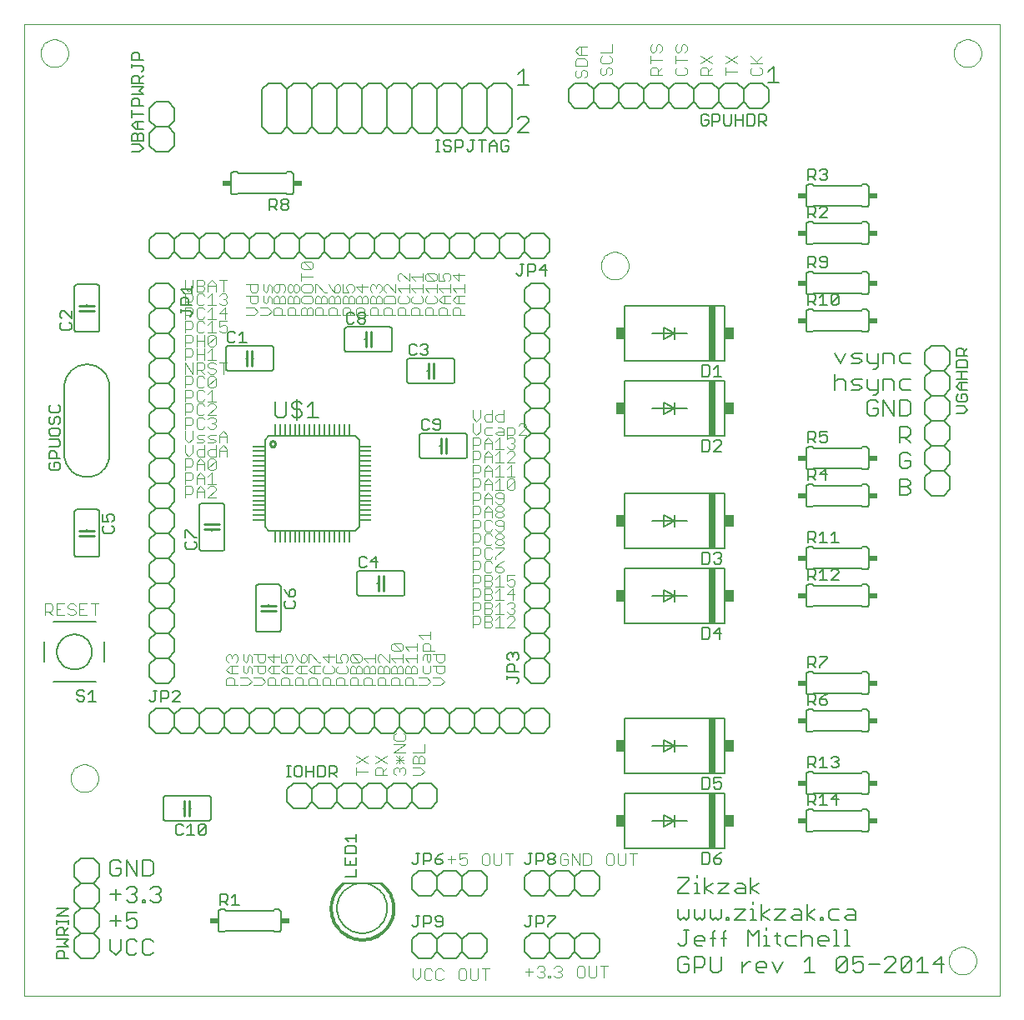
<source format=gto>
G75*
G70*
%OFA0B0*%
%FSLAX24Y24*%
%IPPOS*%
%LPD*%
%AMOC8*
5,1,8,0,0,1.08239X$1,22.5*
%
%ADD10C,0.0000*%
%ADD11C,0.0060*%
%ADD12C,0.0040*%
%ADD13C,0.0050*%
%ADD14C,0.0100*%
%ADD15C,0.0080*%
%ADD16R,0.0472X0.0079*%
%ADD17R,0.0079X0.0472*%
%ADD18C,0.0010*%
%ADD19R,0.0340X0.0240*%
%ADD20R,0.0300X0.2200*%
%ADD21R,0.0350X0.0500*%
D10*
X000180Y000180D02*
X000180Y039050D01*
X039172Y039050D01*
X039172Y000180D01*
X000180Y000180D01*
X002029Y008880D02*
X002031Y008927D01*
X002037Y008973D01*
X002047Y009019D01*
X002060Y009064D01*
X002078Y009107D01*
X002099Y009149D01*
X002123Y009189D01*
X002151Y009226D01*
X002182Y009261D01*
X002216Y009294D01*
X002252Y009323D01*
X002291Y009349D01*
X002332Y009372D01*
X002375Y009391D01*
X002419Y009407D01*
X002464Y009419D01*
X002510Y009427D01*
X002557Y009431D01*
X002603Y009431D01*
X002650Y009427D01*
X002696Y009419D01*
X002741Y009407D01*
X002785Y009391D01*
X002828Y009372D01*
X002869Y009349D01*
X002908Y009323D01*
X002944Y009294D01*
X002978Y009261D01*
X003009Y009226D01*
X003037Y009189D01*
X003061Y009149D01*
X003082Y009107D01*
X003100Y009064D01*
X003113Y009019D01*
X003123Y008973D01*
X003129Y008927D01*
X003131Y008880D01*
X003129Y008833D01*
X003123Y008787D01*
X003113Y008741D01*
X003100Y008696D01*
X003082Y008653D01*
X003061Y008611D01*
X003037Y008571D01*
X003009Y008534D01*
X002978Y008499D01*
X002944Y008466D01*
X002908Y008437D01*
X002869Y008411D01*
X002828Y008388D01*
X002785Y008369D01*
X002741Y008353D01*
X002696Y008341D01*
X002650Y008333D01*
X002603Y008329D01*
X002557Y008329D01*
X002510Y008333D01*
X002464Y008341D01*
X002419Y008353D01*
X002375Y008369D01*
X002332Y008388D01*
X002291Y008411D01*
X002252Y008437D01*
X002216Y008466D01*
X002182Y008499D01*
X002151Y008534D01*
X002123Y008571D01*
X002099Y008611D01*
X002078Y008653D01*
X002060Y008696D01*
X002047Y008741D01*
X002037Y008787D01*
X002031Y008833D01*
X002029Y008880D01*
X023229Y029380D02*
X023231Y029427D01*
X023237Y029473D01*
X023247Y029519D01*
X023260Y029564D01*
X023278Y029607D01*
X023299Y029649D01*
X023323Y029689D01*
X023351Y029726D01*
X023382Y029761D01*
X023416Y029794D01*
X023452Y029823D01*
X023491Y029849D01*
X023532Y029872D01*
X023575Y029891D01*
X023619Y029907D01*
X023664Y029919D01*
X023710Y029927D01*
X023757Y029931D01*
X023803Y029931D01*
X023850Y029927D01*
X023896Y029919D01*
X023941Y029907D01*
X023985Y029891D01*
X024028Y029872D01*
X024069Y029849D01*
X024108Y029823D01*
X024144Y029794D01*
X024178Y029761D01*
X024209Y029726D01*
X024237Y029689D01*
X024261Y029649D01*
X024282Y029607D01*
X024300Y029564D01*
X024313Y029519D01*
X024323Y029473D01*
X024329Y029427D01*
X024331Y029380D01*
X024329Y029333D01*
X024323Y029287D01*
X024313Y029241D01*
X024300Y029196D01*
X024282Y029153D01*
X024261Y029111D01*
X024237Y029071D01*
X024209Y029034D01*
X024178Y028999D01*
X024144Y028966D01*
X024108Y028937D01*
X024069Y028911D01*
X024028Y028888D01*
X023985Y028869D01*
X023941Y028853D01*
X023896Y028841D01*
X023850Y028833D01*
X023803Y028829D01*
X023757Y028829D01*
X023710Y028833D01*
X023664Y028841D01*
X023619Y028853D01*
X023575Y028869D01*
X023532Y028888D01*
X023491Y028911D01*
X023452Y028937D01*
X023416Y028966D01*
X023382Y028999D01*
X023351Y029034D01*
X023323Y029071D01*
X023299Y029111D01*
X023278Y029153D01*
X023260Y029196D01*
X023247Y029241D01*
X023237Y029287D01*
X023231Y029333D01*
X023229Y029380D01*
X037329Y037880D02*
X037331Y037927D01*
X037337Y037973D01*
X037347Y038019D01*
X037360Y038064D01*
X037378Y038107D01*
X037399Y038149D01*
X037423Y038189D01*
X037451Y038226D01*
X037482Y038261D01*
X037516Y038294D01*
X037552Y038323D01*
X037591Y038349D01*
X037632Y038372D01*
X037675Y038391D01*
X037719Y038407D01*
X037764Y038419D01*
X037810Y038427D01*
X037857Y038431D01*
X037903Y038431D01*
X037950Y038427D01*
X037996Y038419D01*
X038041Y038407D01*
X038085Y038391D01*
X038128Y038372D01*
X038169Y038349D01*
X038208Y038323D01*
X038244Y038294D01*
X038278Y038261D01*
X038309Y038226D01*
X038337Y038189D01*
X038361Y038149D01*
X038382Y038107D01*
X038400Y038064D01*
X038413Y038019D01*
X038423Y037973D01*
X038429Y037927D01*
X038431Y037880D01*
X038429Y037833D01*
X038423Y037787D01*
X038413Y037741D01*
X038400Y037696D01*
X038382Y037653D01*
X038361Y037611D01*
X038337Y037571D01*
X038309Y037534D01*
X038278Y037499D01*
X038244Y037466D01*
X038208Y037437D01*
X038169Y037411D01*
X038128Y037388D01*
X038085Y037369D01*
X038041Y037353D01*
X037996Y037341D01*
X037950Y037333D01*
X037903Y037329D01*
X037857Y037329D01*
X037810Y037333D01*
X037764Y037341D01*
X037719Y037353D01*
X037675Y037369D01*
X037632Y037388D01*
X037591Y037411D01*
X037552Y037437D01*
X037516Y037466D01*
X037482Y037499D01*
X037451Y037534D01*
X037423Y037571D01*
X037399Y037611D01*
X037378Y037653D01*
X037360Y037696D01*
X037347Y037741D01*
X037337Y037787D01*
X037331Y037833D01*
X037329Y037880D01*
X000829Y037880D02*
X000831Y037927D01*
X000837Y037973D01*
X000847Y038019D01*
X000860Y038064D01*
X000878Y038107D01*
X000899Y038149D01*
X000923Y038189D01*
X000951Y038226D01*
X000982Y038261D01*
X001016Y038294D01*
X001052Y038323D01*
X001091Y038349D01*
X001132Y038372D01*
X001175Y038391D01*
X001219Y038407D01*
X001264Y038419D01*
X001310Y038427D01*
X001357Y038431D01*
X001403Y038431D01*
X001450Y038427D01*
X001496Y038419D01*
X001541Y038407D01*
X001585Y038391D01*
X001628Y038372D01*
X001669Y038349D01*
X001708Y038323D01*
X001744Y038294D01*
X001778Y038261D01*
X001809Y038226D01*
X001837Y038189D01*
X001861Y038149D01*
X001882Y038107D01*
X001900Y038064D01*
X001913Y038019D01*
X001923Y037973D01*
X001929Y037927D01*
X001931Y037880D01*
X001929Y037833D01*
X001923Y037787D01*
X001913Y037741D01*
X001900Y037696D01*
X001882Y037653D01*
X001861Y037611D01*
X001837Y037571D01*
X001809Y037534D01*
X001778Y037499D01*
X001744Y037466D01*
X001708Y037437D01*
X001669Y037411D01*
X001628Y037388D01*
X001585Y037369D01*
X001541Y037353D01*
X001496Y037341D01*
X001450Y037333D01*
X001403Y037329D01*
X001357Y037329D01*
X001310Y037333D01*
X001264Y037341D01*
X001219Y037353D01*
X001175Y037369D01*
X001132Y037388D01*
X001091Y037411D01*
X001052Y037437D01*
X001016Y037466D01*
X000982Y037499D01*
X000951Y037534D01*
X000923Y037571D01*
X000899Y037611D01*
X000878Y037653D01*
X000860Y037696D01*
X000847Y037741D01*
X000837Y037787D01*
X000831Y037833D01*
X000829Y037880D01*
X037129Y001580D02*
X037131Y001627D01*
X037137Y001673D01*
X037147Y001719D01*
X037160Y001764D01*
X037178Y001807D01*
X037199Y001849D01*
X037223Y001889D01*
X037251Y001926D01*
X037282Y001961D01*
X037316Y001994D01*
X037352Y002023D01*
X037391Y002049D01*
X037432Y002072D01*
X037475Y002091D01*
X037519Y002107D01*
X037564Y002119D01*
X037610Y002127D01*
X037657Y002131D01*
X037703Y002131D01*
X037750Y002127D01*
X037796Y002119D01*
X037841Y002107D01*
X037885Y002091D01*
X037928Y002072D01*
X037969Y002049D01*
X038008Y002023D01*
X038044Y001994D01*
X038078Y001961D01*
X038109Y001926D01*
X038137Y001889D01*
X038161Y001849D01*
X038182Y001807D01*
X038200Y001764D01*
X038213Y001719D01*
X038223Y001673D01*
X038229Y001627D01*
X038231Y001580D01*
X038229Y001533D01*
X038223Y001487D01*
X038213Y001441D01*
X038200Y001396D01*
X038182Y001353D01*
X038161Y001311D01*
X038137Y001271D01*
X038109Y001234D01*
X038078Y001199D01*
X038044Y001166D01*
X038008Y001137D01*
X037969Y001111D01*
X037928Y001088D01*
X037885Y001069D01*
X037841Y001053D01*
X037796Y001041D01*
X037750Y001033D01*
X037703Y001029D01*
X037657Y001029D01*
X037610Y001033D01*
X037564Y001041D01*
X037519Y001053D01*
X037475Y001069D01*
X037432Y001088D01*
X037391Y001111D01*
X037352Y001137D01*
X037316Y001166D01*
X037282Y001199D01*
X037251Y001234D01*
X037223Y001271D01*
X037199Y001311D01*
X037178Y001353D01*
X037160Y001396D01*
X037147Y001441D01*
X037137Y001487D01*
X037131Y001533D01*
X037129Y001580D01*
D11*
X036942Y001430D02*
X036515Y001430D01*
X036836Y001751D01*
X036836Y001110D01*
X036298Y001110D02*
X035871Y001110D01*
X036084Y001110D02*
X036084Y001751D01*
X035871Y001537D01*
X035653Y001644D02*
X035226Y001217D01*
X035333Y001110D01*
X035547Y001110D01*
X035653Y001217D01*
X035653Y001644D01*
X035547Y001751D01*
X035333Y001751D01*
X035226Y001644D01*
X035226Y001217D01*
X035009Y001110D02*
X034582Y001110D01*
X035009Y001537D01*
X035009Y001644D01*
X034902Y001751D01*
X034688Y001751D01*
X034582Y001644D01*
X034364Y001430D02*
X033937Y001430D01*
X033720Y001430D02*
X033720Y001217D01*
X033613Y001110D01*
X033399Y001110D01*
X033293Y001217D01*
X033293Y001430D02*
X033506Y001537D01*
X033613Y001537D01*
X033720Y001430D01*
X033720Y001751D02*
X033293Y001751D01*
X033293Y001430D01*
X033075Y001217D02*
X032968Y001110D01*
X032755Y001110D01*
X032648Y001217D01*
X033075Y001644D01*
X033075Y001217D01*
X033075Y001644D02*
X032968Y001751D01*
X032755Y001751D01*
X032648Y001644D01*
X032648Y001217D01*
X031786Y001110D02*
X031359Y001110D01*
X031572Y001110D02*
X031572Y001751D01*
X031359Y001537D01*
X031252Y002160D02*
X031252Y002801D01*
X031358Y002587D02*
X031572Y002587D01*
X031679Y002480D01*
X031679Y002160D01*
X031896Y002267D02*
X031896Y002480D01*
X032003Y002587D01*
X032216Y002587D01*
X032323Y002480D01*
X032323Y002374D01*
X031896Y002374D01*
X031896Y002267D02*
X032003Y002160D01*
X032216Y002160D01*
X032541Y002160D02*
X032754Y002160D01*
X032647Y002160D02*
X032647Y002801D01*
X032541Y002801D01*
X032433Y003210D02*
X032753Y003210D01*
X032970Y003317D02*
X033077Y003424D01*
X033397Y003424D01*
X033397Y003530D02*
X033397Y003210D01*
X033077Y003210D01*
X032970Y003317D01*
X033077Y003637D02*
X033291Y003637D01*
X033397Y003530D01*
X032753Y003637D02*
X032433Y003637D01*
X032326Y003530D01*
X032326Y003317D01*
X032433Y003210D01*
X032110Y003210D02*
X032004Y003210D01*
X032004Y003317D01*
X032110Y003317D01*
X032110Y003210D01*
X031787Y003210D02*
X031466Y003424D01*
X031787Y003637D01*
X031466Y003851D02*
X031466Y003210D01*
X031249Y003210D02*
X030929Y003210D01*
X030822Y003317D01*
X030929Y003424D01*
X031249Y003424D01*
X031249Y003530D02*
X031249Y003210D01*
X031249Y003530D02*
X031142Y003637D01*
X030929Y003637D01*
X030604Y003637D02*
X030177Y003210D01*
X030604Y003210D01*
X030604Y003637D02*
X030177Y003637D01*
X029960Y003637D02*
X029640Y003424D01*
X029960Y003210D01*
X029640Y003210D02*
X029640Y003851D01*
X029317Y003851D02*
X029317Y003957D01*
X029317Y003637D02*
X029317Y003210D01*
X029210Y003210D02*
X029424Y003210D01*
X029530Y002801D02*
X029530Y002160D01*
X029748Y002160D02*
X029961Y002160D01*
X029854Y002160D02*
X029854Y002587D01*
X029748Y002587D01*
X029854Y002801D02*
X029854Y002907D01*
X029530Y002801D02*
X029317Y002587D01*
X029103Y002801D01*
X029103Y002160D01*
X029102Y001537D02*
X029208Y001537D01*
X029102Y001537D02*
X028888Y001324D01*
X028888Y001537D02*
X028888Y001110D01*
X029425Y001217D02*
X029425Y001430D01*
X029532Y001537D01*
X029746Y001537D01*
X029852Y001430D01*
X029852Y001324D01*
X029425Y001324D01*
X029425Y001217D02*
X029532Y001110D01*
X029746Y001110D01*
X030070Y001537D02*
X030283Y001110D01*
X030497Y001537D01*
X030391Y002160D02*
X030284Y002267D01*
X030284Y002694D01*
X030177Y002587D02*
X030391Y002587D01*
X030607Y002480D02*
X030607Y002267D01*
X030714Y002160D01*
X031034Y002160D01*
X031252Y002480D02*
X031358Y002587D01*
X031034Y002587D02*
X030714Y002587D01*
X030607Y002480D01*
X029317Y003637D02*
X029210Y003637D01*
X028993Y003637D02*
X028566Y003210D01*
X028993Y003210D01*
X028993Y003637D02*
X028566Y003637D01*
X028350Y003317D02*
X028244Y003317D01*
X028244Y003210D01*
X028350Y003210D01*
X028350Y003317D01*
X028026Y003317D02*
X028026Y003637D01*
X028026Y003317D02*
X027919Y003210D01*
X027813Y003317D01*
X027706Y003210D01*
X027599Y003317D01*
X027599Y003637D01*
X027382Y003637D02*
X027382Y003317D01*
X027275Y003210D01*
X027168Y003317D01*
X027061Y003210D01*
X026955Y003317D01*
X026955Y003637D01*
X026737Y003637D02*
X026737Y003317D01*
X026630Y003210D01*
X026524Y003317D01*
X026417Y003210D01*
X026310Y003317D01*
X026310Y003637D01*
X026310Y004260D02*
X026737Y004260D01*
X026955Y004260D02*
X027168Y004260D01*
X027061Y004260D02*
X027061Y004687D01*
X026955Y004687D01*
X027061Y004901D02*
X027061Y005007D01*
X027384Y004901D02*
X027384Y004260D01*
X027384Y004474D02*
X027705Y004687D01*
X027921Y004687D02*
X028348Y004687D01*
X027921Y004260D01*
X028348Y004260D01*
X028566Y004367D02*
X028673Y004260D01*
X028993Y004260D01*
X028993Y004580D01*
X028886Y004687D01*
X028673Y004687D01*
X028673Y004474D02*
X028993Y004474D01*
X029210Y004474D02*
X029531Y004687D01*
X029210Y004474D02*
X029531Y004260D01*
X029210Y004260D02*
X029210Y004901D01*
X028673Y004474D02*
X028566Y004367D01*
X027705Y004260D02*
X027384Y004474D01*
X026737Y004794D02*
X026310Y004367D01*
X026310Y004260D01*
X026310Y004901D02*
X026737Y004901D01*
X026737Y004794D01*
X028180Y006080D02*
X024180Y006080D01*
X024180Y008280D01*
X028180Y008280D01*
X028180Y006080D01*
X026680Y007180D02*
X026180Y007180D01*
X026180Y007410D01*
X026180Y007180D02*
X025280Y007180D01*
X025730Y006950D02*
X025730Y007410D01*
X026180Y007180D01*
X025730Y006950D01*
X026180Y006950D02*
X026180Y007180D01*
X028180Y009080D02*
X024180Y009080D01*
X024180Y011280D01*
X028180Y011280D01*
X028180Y009080D01*
X026680Y010180D02*
X026180Y010180D01*
X026180Y010410D01*
X026180Y010180D02*
X025730Y009950D01*
X025730Y010410D01*
X026180Y010180D01*
X025280Y010180D01*
X026180Y010180D02*
X026180Y009950D01*
X022930Y005180D02*
X022430Y005180D01*
X022180Y004930D01*
X022180Y004430D01*
X022430Y004180D01*
X022930Y004180D01*
X023180Y004430D01*
X023180Y004930D01*
X022930Y005180D01*
X022180Y004930D02*
X021930Y005180D01*
X021430Y005180D01*
X021180Y004930D01*
X021180Y004430D01*
X021430Y004180D01*
X021930Y004180D01*
X022180Y004430D01*
X021180Y004430D02*
X020930Y004180D01*
X020430Y004180D01*
X020180Y004430D01*
X020180Y004930D01*
X020430Y005180D01*
X020930Y005180D01*
X021180Y004930D01*
X020930Y002680D02*
X020430Y002680D01*
X020180Y002430D01*
X020180Y001930D01*
X020430Y001680D01*
X020930Y001680D01*
X021180Y001930D01*
X021430Y001680D01*
X021930Y001680D01*
X022180Y001930D01*
X022430Y001680D01*
X022930Y001680D01*
X023180Y001930D01*
X023180Y002430D01*
X022930Y002680D01*
X022430Y002680D01*
X022180Y002430D01*
X022180Y001930D01*
X022180Y002430D02*
X021930Y002680D01*
X021430Y002680D01*
X021180Y002430D01*
X021180Y001930D01*
X021180Y002430D02*
X020930Y002680D01*
X018680Y002430D02*
X018680Y001930D01*
X018430Y001680D01*
X017930Y001680D01*
X017680Y001930D01*
X017430Y001680D01*
X016930Y001680D01*
X016680Y001930D01*
X016430Y001680D01*
X015930Y001680D01*
X015680Y001930D01*
X015680Y002430D01*
X015930Y002680D01*
X016430Y002680D01*
X016680Y002430D01*
X016930Y002680D01*
X017430Y002680D01*
X017680Y002430D01*
X017930Y002680D01*
X018430Y002680D01*
X018680Y002430D01*
X017680Y002430D02*
X017680Y001930D01*
X016680Y001930D02*
X016680Y002430D01*
X016430Y004180D02*
X015930Y004180D01*
X015680Y004430D01*
X015680Y004930D01*
X015930Y005180D01*
X016430Y005180D01*
X016680Y004930D01*
X016930Y005180D01*
X017430Y005180D01*
X017680Y004930D01*
X017930Y005180D01*
X018430Y005180D01*
X018680Y004930D01*
X018680Y004430D01*
X018430Y004180D01*
X017930Y004180D01*
X017680Y004430D01*
X017430Y004180D01*
X016930Y004180D01*
X016680Y004430D01*
X016430Y004180D01*
X016680Y004430D02*
X016680Y004930D01*
X017680Y004930D02*
X017680Y004430D01*
X016430Y007680D02*
X015930Y007680D01*
X015680Y007930D01*
X015430Y007680D01*
X014930Y007680D01*
X014680Y007930D01*
X014430Y007680D01*
X013930Y007680D01*
X013680Y007930D01*
X013430Y007680D01*
X012930Y007680D01*
X012680Y007930D01*
X012430Y007680D01*
X011930Y007680D01*
X011680Y007930D01*
X011430Y007680D01*
X010930Y007680D01*
X010680Y007930D01*
X010680Y008430D01*
X010930Y008680D01*
X011430Y008680D01*
X011680Y008430D01*
X011930Y008680D01*
X012430Y008680D01*
X012680Y008430D01*
X012680Y007930D01*
X012680Y008430D02*
X012930Y008680D01*
X013430Y008680D01*
X013680Y008430D01*
X013930Y008680D01*
X014430Y008680D01*
X014680Y008430D01*
X014930Y008680D01*
X015430Y008680D01*
X015680Y008430D01*
X015930Y008680D01*
X016430Y008680D01*
X016680Y008430D01*
X016680Y007930D01*
X016430Y007680D01*
X015680Y007930D02*
X015680Y008430D01*
X014680Y008430D02*
X014680Y007930D01*
X013680Y007930D02*
X013680Y008430D01*
X011680Y008430D02*
X011680Y007930D01*
X011430Y010680D02*
X011180Y010930D01*
X010930Y010680D01*
X010430Y010680D01*
X010180Y010930D01*
X009930Y010680D01*
X009430Y010680D01*
X009180Y010930D01*
X008930Y010680D01*
X008430Y010680D01*
X008180Y010930D01*
X007930Y010680D01*
X007430Y010680D01*
X007180Y010930D01*
X006930Y010680D01*
X006430Y010680D01*
X006180Y010930D01*
X005930Y010680D01*
X005430Y010680D01*
X005180Y010930D01*
X005180Y011430D01*
X005430Y011680D01*
X005930Y011680D01*
X006180Y011430D01*
X006430Y011680D01*
X006930Y011680D01*
X007180Y011430D01*
X007180Y010930D01*
X007180Y011430D02*
X007430Y011680D01*
X007930Y011680D01*
X008180Y011430D01*
X008430Y011680D01*
X008930Y011680D01*
X009180Y011430D01*
X009430Y011680D01*
X009930Y011680D01*
X010180Y011430D01*
X010180Y010930D01*
X010180Y011430D02*
X010430Y011680D01*
X010930Y011680D01*
X011180Y011430D01*
X011430Y011680D01*
X011930Y011680D01*
X012180Y011430D01*
X012430Y011680D01*
X012930Y011680D01*
X013180Y011430D01*
X013180Y010930D01*
X012930Y010680D01*
X012430Y010680D01*
X012180Y010930D01*
X011930Y010680D01*
X011430Y010680D01*
X011180Y010930D02*
X011180Y011430D01*
X012180Y011430D02*
X012180Y010930D01*
X013180Y010930D02*
X013430Y010680D01*
X013930Y010680D01*
X014180Y010930D01*
X014430Y010680D01*
X014930Y010680D01*
X015180Y010930D01*
X015430Y010680D01*
X015930Y010680D01*
X016180Y010930D01*
X016180Y011430D01*
X015930Y011680D01*
X015430Y011680D01*
X015180Y011430D01*
X015180Y010930D01*
X015180Y011430D02*
X014930Y011680D01*
X014430Y011680D01*
X014180Y011430D01*
X014180Y010930D01*
X014180Y011430D02*
X013930Y011680D01*
X013430Y011680D01*
X013180Y011430D01*
X016180Y011430D02*
X016430Y011680D01*
X016930Y011680D01*
X017180Y011430D01*
X017430Y011680D01*
X017930Y011680D01*
X018180Y011430D01*
X018430Y011680D01*
X018930Y011680D01*
X019180Y011430D01*
X019180Y010930D01*
X018930Y010680D01*
X018430Y010680D01*
X018180Y010930D01*
X017930Y010680D01*
X017430Y010680D01*
X017180Y010930D01*
X016930Y010680D01*
X016430Y010680D01*
X016180Y010930D01*
X017180Y010930D02*
X017180Y011430D01*
X018180Y011430D02*
X018180Y010930D01*
X019180Y010930D02*
X019430Y010680D01*
X019930Y010680D01*
X020180Y010930D01*
X020430Y010680D01*
X020930Y010680D01*
X021180Y010930D01*
X021180Y011430D01*
X020930Y011680D01*
X020430Y011680D01*
X020180Y011430D01*
X020180Y010930D01*
X020180Y011430D02*
X019930Y011680D01*
X019430Y011680D01*
X019180Y011430D01*
X020430Y012680D02*
X020180Y012930D01*
X020180Y013430D01*
X020430Y013680D01*
X020180Y013930D01*
X020180Y014430D01*
X020430Y014680D01*
X020930Y014680D01*
X021180Y014430D01*
X021180Y013930D01*
X020930Y013680D01*
X021180Y013430D01*
X021180Y012930D01*
X020930Y012680D01*
X020430Y012680D01*
X020430Y013680D02*
X020930Y013680D01*
X020930Y014680D02*
X021180Y014930D01*
X021180Y015430D01*
X020930Y015680D01*
X021180Y015930D01*
X021180Y016430D01*
X020930Y016680D01*
X021180Y016930D01*
X021180Y017430D01*
X020930Y017680D01*
X020430Y017680D01*
X020180Y017430D01*
X020180Y016930D01*
X020430Y016680D01*
X020930Y016680D01*
X020430Y016680D02*
X020180Y016430D01*
X020180Y015930D01*
X020430Y015680D01*
X020930Y015680D01*
X020430Y015680D02*
X020180Y015430D01*
X020180Y014930D01*
X020430Y014680D01*
X020430Y017680D02*
X020180Y017930D01*
X020180Y018430D01*
X020430Y018680D01*
X020180Y018930D01*
X020180Y019430D01*
X020430Y019680D01*
X020180Y019930D01*
X020180Y020430D01*
X020430Y020680D01*
X020930Y020680D01*
X021180Y020430D01*
X021180Y019930D01*
X020930Y019680D01*
X021180Y019430D01*
X021180Y018930D01*
X020930Y018680D01*
X021180Y018430D01*
X021180Y017930D01*
X020930Y017680D01*
X020930Y018680D02*
X020430Y018680D01*
X020430Y019680D02*
X020930Y019680D01*
X020930Y020680D02*
X021180Y020930D01*
X021180Y021430D01*
X020930Y021680D01*
X021180Y021930D01*
X021180Y022430D01*
X020930Y022680D01*
X021180Y022930D01*
X021180Y023430D01*
X020930Y023680D01*
X020430Y023680D01*
X020180Y023430D01*
X020180Y022930D01*
X020430Y022680D01*
X020930Y022680D01*
X020430Y022680D02*
X020180Y022430D01*
X020180Y021930D01*
X020430Y021680D01*
X020930Y021680D01*
X020430Y021680D02*
X020180Y021430D01*
X020180Y020930D01*
X020430Y020680D01*
X017880Y021780D02*
X017880Y022580D01*
X017878Y022597D01*
X017874Y022614D01*
X017867Y022630D01*
X017857Y022644D01*
X017844Y022657D01*
X017830Y022667D01*
X017814Y022674D01*
X017797Y022678D01*
X017780Y022680D01*
X016080Y022680D01*
X016063Y022678D01*
X016046Y022674D01*
X016030Y022667D01*
X016016Y022657D01*
X016003Y022644D01*
X015993Y022630D01*
X015986Y022614D01*
X015982Y022597D01*
X015980Y022580D01*
X015980Y021780D01*
X015982Y021763D01*
X015986Y021746D01*
X015993Y021730D01*
X016003Y021716D01*
X016016Y021703D01*
X016030Y021693D01*
X016046Y021686D01*
X016063Y021682D01*
X016080Y021680D01*
X017780Y021680D01*
X017797Y021682D01*
X017814Y021686D01*
X017830Y021693D01*
X017844Y021703D01*
X017857Y021716D01*
X017867Y021730D01*
X017874Y021746D01*
X017878Y021763D01*
X017880Y021780D01*
X017080Y022180D02*
X017030Y022180D01*
X016830Y022180D02*
X016780Y022180D01*
X017280Y024680D02*
X015580Y024680D01*
X015563Y024682D01*
X015546Y024686D01*
X015530Y024693D01*
X015516Y024703D01*
X015503Y024716D01*
X015493Y024730D01*
X015486Y024746D01*
X015482Y024763D01*
X015480Y024780D01*
X015480Y025580D01*
X015482Y025597D01*
X015486Y025614D01*
X015493Y025630D01*
X015503Y025644D01*
X015516Y025657D01*
X015530Y025667D01*
X015546Y025674D01*
X015563Y025678D01*
X015580Y025680D01*
X017280Y025680D01*
X017297Y025678D01*
X017314Y025674D01*
X017330Y025667D01*
X017344Y025657D01*
X017357Y025644D01*
X017367Y025630D01*
X017374Y025614D01*
X017378Y025597D01*
X017380Y025580D01*
X017380Y024780D01*
X017378Y024763D01*
X017374Y024746D01*
X017367Y024730D01*
X017357Y024716D01*
X017344Y024703D01*
X017330Y024693D01*
X017314Y024686D01*
X017297Y024682D01*
X017280Y024680D01*
X016580Y025180D02*
X016530Y025180D01*
X016330Y025180D02*
X016280Y025180D01*
X014880Y026030D02*
X014880Y026830D01*
X014878Y026847D01*
X014874Y026864D01*
X014867Y026880D01*
X014857Y026894D01*
X014844Y026907D01*
X014830Y026917D01*
X014814Y026924D01*
X014797Y026928D01*
X014780Y026930D01*
X013080Y026930D01*
X013063Y026928D01*
X013046Y026924D01*
X013030Y026917D01*
X013016Y026907D01*
X013003Y026894D01*
X012993Y026880D01*
X012986Y026864D01*
X012982Y026847D01*
X012980Y026830D01*
X012980Y026030D01*
X012982Y026013D01*
X012986Y025996D01*
X012993Y025980D01*
X013003Y025966D01*
X013016Y025953D01*
X013030Y025943D01*
X013046Y025936D01*
X013063Y025932D01*
X013080Y025930D01*
X014780Y025930D01*
X014797Y025932D01*
X014814Y025936D01*
X014830Y025943D01*
X014844Y025953D01*
X014857Y025966D01*
X014867Y025980D01*
X014874Y025996D01*
X014878Y026013D01*
X014880Y026030D01*
X014080Y026430D02*
X014030Y026430D01*
X013830Y026430D02*
X013780Y026430D01*
X011713Y023951D02*
X011713Y023310D01*
X011926Y023310D02*
X011499Y023310D01*
X011282Y023417D02*
X011282Y023524D01*
X011175Y023630D01*
X010961Y023630D01*
X010855Y023737D01*
X010855Y023844D01*
X010961Y023951D01*
X011175Y023951D01*
X011282Y023844D01*
X011499Y023737D02*
X011713Y023951D01*
X011068Y024057D02*
X011068Y023203D01*
X010961Y023310D02*
X011175Y023310D01*
X011282Y023417D01*
X010961Y023310D02*
X010855Y023417D01*
X010637Y023417D02*
X010637Y023951D01*
X010637Y023417D02*
X010530Y023310D01*
X010317Y023310D01*
X010210Y023417D01*
X010210Y023951D01*
X010030Y025180D02*
X008330Y025180D01*
X008313Y025182D01*
X008296Y025186D01*
X008280Y025193D01*
X008266Y025203D01*
X008253Y025216D01*
X008243Y025230D01*
X008236Y025246D01*
X008232Y025263D01*
X008230Y025280D01*
X008230Y026080D01*
X008232Y026097D01*
X008236Y026114D01*
X008243Y026130D01*
X008253Y026144D01*
X008266Y026157D01*
X008280Y026167D01*
X008296Y026174D01*
X008313Y026178D01*
X008330Y026180D01*
X010030Y026180D01*
X010047Y026178D01*
X010064Y026174D01*
X010080Y026167D01*
X010094Y026157D01*
X010107Y026144D01*
X010117Y026130D01*
X010124Y026114D01*
X010128Y026097D01*
X010130Y026080D01*
X010130Y025280D01*
X010128Y025263D01*
X010124Y025246D01*
X010117Y025230D01*
X010107Y025216D01*
X010094Y025203D01*
X010080Y025193D01*
X010064Y025186D01*
X010047Y025182D01*
X010030Y025180D01*
X009330Y025680D02*
X009280Y025680D01*
X009080Y025680D02*
X009030Y025680D01*
X006180Y025430D02*
X006180Y024930D01*
X005930Y024680D01*
X006180Y024430D01*
X006180Y023930D01*
X005930Y023680D01*
X005430Y023680D01*
X005180Y023930D01*
X005180Y024430D01*
X005430Y024680D01*
X005180Y024930D01*
X005180Y025430D01*
X005430Y025680D01*
X005180Y025930D01*
X005180Y026430D01*
X005430Y026680D01*
X005180Y026930D01*
X005180Y027430D01*
X005430Y027680D01*
X005180Y027930D01*
X005180Y028430D01*
X005430Y028680D01*
X005930Y028680D01*
X006180Y028430D01*
X006180Y027930D01*
X005930Y027680D01*
X006180Y027430D01*
X006180Y026930D01*
X005930Y026680D01*
X005430Y026680D01*
X005930Y026680D02*
X006180Y026430D01*
X006180Y025930D01*
X005930Y025680D01*
X006180Y025430D01*
X005930Y025680D02*
X005430Y025680D01*
X005430Y024680D02*
X005930Y024680D01*
X005930Y023680D02*
X006180Y023430D01*
X006180Y022930D01*
X005930Y022680D01*
X006180Y022430D01*
X006180Y021930D01*
X005930Y021680D01*
X006180Y021430D01*
X006180Y020930D01*
X005930Y020680D01*
X005430Y020680D01*
X005180Y020930D01*
X005180Y021430D01*
X005430Y021680D01*
X005180Y021930D01*
X005180Y022430D01*
X005430Y022680D01*
X005180Y022930D01*
X005180Y023430D01*
X005430Y023680D01*
X005430Y022680D02*
X005930Y022680D01*
X005930Y021680D02*
X005430Y021680D01*
X005430Y020680D02*
X005180Y020430D01*
X005180Y019930D01*
X005430Y019680D01*
X005180Y019430D01*
X005180Y018930D01*
X005430Y018680D01*
X005180Y018430D01*
X005180Y017930D01*
X005430Y017680D01*
X005930Y017680D01*
X006180Y017930D01*
X006180Y018430D01*
X005930Y018680D01*
X005430Y018680D01*
X005930Y018680D02*
X006180Y018930D01*
X006180Y019430D01*
X005930Y019680D01*
X005430Y019680D01*
X005930Y019680D02*
X006180Y019930D01*
X006180Y020430D01*
X005930Y020680D01*
X007180Y019780D02*
X007180Y018080D01*
X007182Y018063D01*
X007186Y018046D01*
X007193Y018030D01*
X007203Y018016D01*
X007216Y018003D01*
X007230Y017993D01*
X007246Y017986D01*
X007263Y017982D01*
X007280Y017980D01*
X008080Y017980D01*
X008097Y017982D01*
X008114Y017986D01*
X008130Y017993D01*
X008144Y018003D01*
X008157Y018016D01*
X008167Y018030D01*
X008174Y018046D01*
X008178Y018063D01*
X008180Y018080D01*
X008180Y019780D01*
X008178Y019797D01*
X008174Y019814D01*
X008167Y019830D01*
X008157Y019844D01*
X008144Y019857D01*
X008130Y019867D01*
X008114Y019874D01*
X008097Y019878D01*
X008080Y019880D01*
X007280Y019880D01*
X007263Y019878D01*
X007246Y019874D01*
X007230Y019867D01*
X007216Y019857D01*
X007203Y019844D01*
X007193Y019830D01*
X007186Y019814D01*
X007182Y019797D01*
X007180Y019780D01*
X007680Y019080D02*
X007680Y019030D01*
X007680Y018830D02*
X007680Y018780D01*
X006180Y017430D02*
X006180Y016930D01*
X005930Y016680D01*
X006180Y016430D01*
X006180Y015930D01*
X005930Y015680D01*
X006180Y015430D01*
X006180Y014930D01*
X005930Y014680D01*
X005430Y014680D01*
X005180Y014930D01*
X005180Y015430D01*
X005430Y015680D01*
X005180Y015930D01*
X005180Y016430D01*
X005430Y016680D01*
X005180Y016930D01*
X005180Y017430D01*
X005430Y017680D01*
X005930Y017680D02*
X006180Y017430D01*
X005930Y016680D02*
X005430Y016680D01*
X005430Y015680D02*
X005930Y015680D01*
X005930Y014680D02*
X006180Y014430D01*
X006180Y013930D01*
X005930Y013680D01*
X006180Y013430D01*
X006180Y012930D01*
X005930Y012680D01*
X005430Y012680D01*
X005180Y012930D01*
X005180Y013430D01*
X005430Y013680D01*
X005180Y013930D01*
X005180Y014430D01*
X005430Y014680D01*
X005430Y013680D02*
X005930Y013680D01*
X006180Y011430D02*
X006180Y010930D01*
X008180Y010930D02*
X008180Y011430D01*
X009180Y011430D02*
X009180Y010930D01*
X007530Y008180D02*
X005830Y008180D01*
X005813Y008178D01*
X005796Y008174D01*
X005780Y008167D01*
X005766Y008157D01*
X005753Y008144D01*
X005743Y008130D01*
X005736Y008114D01*
X005732Y008097D01*
X005730Y008080D01*
X005730Y007280D01*
X005732Y007263D01*
X005736Y007246D01*
X005743Y007230D01*
X005753Y007216D01*
X005766Y007203D01*
X005780Y007193D01*
X005796Y007186D01*
X005813Y007182D01*
X005830Y007180D01*
X007530Y007180D01*
X007547Y007182D01*
X007564Y007186D01*
X007580Y007193D01*
X007594Y007203D01*
X007607Y007216D01*
X007617Y007230D01*
X007624Y007246D01*
X007628Y007263D01*
X007630Y007280D01*
X007630Y008080D01*
X007628Y008097D01*
X007624Y008114D01*
X007617Y008130D01*
X007607Y008144D01*
X007594Y008157D01*
X007580Y008167D01*
X007564Y008174D01*
X007547Y008178D01*
X007530Y008180D01*
X006830Y007680D02*
X006780Y007680D01*
X006580Y007680D02*
X006530Y007680D01*
X005219Y005601D02*
X004899Y005601D01*
X004899Y004960D01*
X005219Y004960D01*
X005326Y005067D01*
X005326Y005494D01*
X005219Y005601D01*
X004682Y005601D02*
X004682Y004960D01*
X004255Y005601D01*
X004255Y004960D01*
X004037Y005067D02*
X004037Y005280D01*
X003824Y005280D01*
X004037Y005067D02*
X003930Y004960D01*
X003717Y004960D01*
X003610Y005067D01*
X003610Y005494D01*
X003717Y005601D01*
X003930Y005601D01*
X004037Y005494D01*
X003180Y005430D02*
X003180Y004930D01*
X002930Y004680D01*
X003180Y004430D01*
X003180Y003930D01*
X002930Y003680D01*
X003180Y003430D01*
X003180Y002930D01*
X002930Y002680D01*
X003180Y002430D01*
X003180Y001930D01*
X002930Y001680D01*
X002430Y001680D01*
X002180Y001930D01*
X002180Y002430D01*
X002430Y002680D01*
X002180Y002930D01*
X002180Y003430D01*
X002430Y003680D01*
X002930Y003680D01*
X002430Y003680D02*
X002180Y003930D01*
X002180Y004430D01*
X002430Y004680D01*
X002180Y004930D01*
X002180Y005430D01*
X002430Y005680D01*
X002930Y005680D01*
X003180Y005430D01*
X002930Y004680D02*
X002430Y004680D01*
X003610Y004230D02*
X004037Y004230D01*
X003824Y004444D02*
X003824Y004017D01*
X004255Y004017D02*
X004361Y003910D01*
X004575Y003910D01*
X004682Y004017D01*
X004682Y004124D01*
X004575Y004230D01*
X004468Y004230D01*
X004575Y004230D02*
X004682Y004337D01*
X004682Y004444D01*
X004575Y004551D01*
X004361Y004551D01*
X004255Y004444D01*
X004899Y004017D02*
X004899Y003910D01*
X005006Y003910D01*
X005006Y004017D01*
X004899Y004017D01*
X005221Y004017D02*
X005328Y003910D01*
X005542Y003910D01*
X005648Y004017D01*
X005648Y004124D01*
X005542Y004230D01*
X005435Y004230D01*
X005542Y004230D02*
X005648Y004337D01*
X005648Y004444D01*
X005542Y004551D01*
X005328Y004551D01*
X005221Y004444D01*
X004682Y003501D02*
X004255Y003501D01*
X004255Y003180D01*
X004468Y003287D01*
X004575Y003287D01*
X004682Y003180D01*
X004682Y002967D01*
X004575Y002860D01*
X004361Y002860D01*
X004255Y002967D01*
X004037Y003180D02*
X003610Y003180D01*
X003824Y002967D02*
X003824Y003394D01*
X004037Y002451D02*
X004037Y002024D01*
X003824Y001810D01*
X003610Y002024D01*
X003610Y002451D01*
X004255Y002344D02*
X004255Y001917D01*
X004361Y001810D01*
X004575Y001810D01*
X004682Y001917D01*
X004899Y001917D02*
X004899Y002344D01*
X005006Y002451D01*
X005219Y002451D01*
X005326Y002344D01*
X005326Y001917D02*
X005219Y001810D01*
X005006Y001810D01*
X004899Y001917D01*
X004682Y002344D02*
X004575Y002451D01*
X004361Y002451D01*
X004255Y002344D01*
X002930Y002680D02*
X002430Y002680D01*
X007930Y002830D02*
X007930Y003530D01*
X007932Y003547D01*
X007936Y003564D01*
X007943Y003580D01*
X007953Y003594D01*
X007966Y003607D01*
X007980Y003617D01*
X007996Y003624D01*
X008013Y003628D01*
X008030Y003630D01*
X008180Y003630D01*
X008230Y003580D01*
X010130Y003580D01*
X010180Y003630D01*
X010330Y003630D01*
X010347Y003628D01*
X010364Y003624D01*
X010380Y003617D01*
X010394Y003607D01*
X010407Y003594D01*
X010417Y003580D01*
X010424Y003564D01*
X010428Y003547D01*
X010430Y003530D01*
X010430Y002830D01*
X010428Y002813D01*
X010424Y002796D01*
X010417Y002780D01*
X010407Y002766D01*
X010394Y002753D01*
X010380Y002743D01*
X010364Y002736D01*
X010347Y002732D01*
X010330Y002730D01*
X010180Y002730D01*
X010130Y002780D01*
X008230Y002780D01*
X008180Y002730D01*
X008030Y002730D01*
X008013Y002732D01*
X007996Y002736D01*
X007980Y002743D01*
X007966Y002753D01*
X007953Y002766D01*
X007943Y002780D01*
X007936Y002796D01*
X007932Y002813D01*
X007930Y002830D01*
X012680Y003680D02*
X012682Y003743D01*
X012688Y003805D01*
X012698Y003867D01*
X012711Y003929D01*
X012729Y003989D01*
X012750Y004048D01*
X012775Y004106D01*
X012804Y004162D01*
X012836Y004216D01*
X012871Y004268D01*
X012909Y004317D01*
X012951Y004365D01*
X012995Y004409D01*
X013043Y004451D01*
X013092Y004489D01*
X013144Y004524D01*
X013198Y004556D01*
X013254Y004585D01*
X013312Y004610D01*
X013371Y004631D01*
X013431Y004649D01*
X013493Y004662D01*
X013555Y004672D01*
X013617Y004678D01*
X013680Y004680D01*
X013743Y004678D01*
X013805Y004672D01*
X013867Y004662D01*
X013929Y004649D01*
X013989Y004631D01*
X014048Y004610D01*
X014106Y004585D01*
X014162Y004556D01*
X014216Y004524D01*
X014268Y004489D01*
X014317Y004451D01*
X014365Y004409D01*
X014409Y004365D01*
X014451Y004317D01*
X014489Y004268D01*
X014524Y004216D01*
X014556Y004162D01*
X014585Y004106D01*
X014610Y004048D01*
X014631Y003989D01*
X014649Y003929D01*
X014662Y003867D01*
X014672Y003805D01*
X014678Y003743D01*
X014680Y003680D01*
X014678Y003617D01*
X014672Y003555D01*
X014662Y003493D01*
X014649Y003431D01*
X014631Y003371D01*
X014610Y003312D01*
X014585Y003254D01*
X014556Y003198D01*
X014524Y003144D01*
X014489Y003092D01*
X014451Y003043D01*
X014409Y002995D01*
X014365Y002951D01*
X014317Y002909D01*
X014268Y002871D01*
X014216Y002836D01*
X014162Y002804D01*
X014106Y002775D01*
X014048Y002750D01*
X013989Y002729D01*
X013929Y002711D01*
X013867Y002698D01*
X013805Y002688D01*
X013743Y002682D01*
X013680Y002680D01*
X013617Y002682D01*
X013555Y002688D01*
X013493Y002698D01*
X013431Y002711D01*
X013371Y002729D01*
X013312Y002750D01*
X013254Y002775D01*
X013198Y002804D01*
X013144Y002836D01*
X013092Y002871D01*
X013043Y002909D01*
X012995Y002951D01*
X012951Y002995D01*
X012909Y003043D01*
X012871Y003092D01*
X012836Y003144D01*
X012804Y003198D01*
X012775Y003254D01*
X012750Y003312D01*
X012729Y003371D01*
X012711Y003431D01*
X012698Y003493D01*
X012688Y003555D01*
X012682Y003617D01*
X012680Y003680D01*
X010330Y014730D02*
X009530Y014730D01*
X009513Y014732D01*
X009496Y014736D01*
X009480Y014743D01*
X009466Y014753D01*
X009453Y014766D01*
X009443Y014780D01*
X009436Y014796D01*
X009432Y014813D01*
X009430Y014830D01*
X009430Y016530D01*
X009432Y016547D01*
X009436Y016564D01*
X009443Y016580D01*
X009453Y016594D01*
X009466Y016607D01*
X009480Y016617D01*
X009496Y016624D01*
X009513Y016628D01*
X009530Y016630D01*
X010330Y016630D01*
X010347Y016628D01*
X010364Y016624D01*
X010380Y016617D01*
X010394Y016607D01*
X010407Y016594D01*
X010417Y016580D01*
X010424Y016564D01*
X010428Y016547D01*
X010430Y016530D01*
X010430Y014830D01*
X010428Y014813D01*
X010424Y014796D01*
X010417Y014780D01*
X010407Y014766D01*
X010394Y014753D01*
X010380Y014743D01*
X010364Y014736D01*
X010347Y014732D01*
X010330Y014730D01*
X009930Y015530D02*
X009930Y015580D01*
X009930Y015780D02*
X009930Y015830D01*
X013480Y016280D02*
X013480Y017080D01*
X013482Y017097D01*
X013486Y017114D01*
X013493Y017130D01*
X013503Y017144D01*
X013516Y017157D01*
X013530Y017167D01*
X013546Y017174D01*
X013563Y017178D01*
X013580Y017180D01*
X015280Y017180D01*
X015297Y017178D01*
X015314Y017174D01*
X015330Y017167D01*
X015344Y017157D01*
X015357Y017144D01*
X015367Y017130D01*
X015374Y017114D01*
X015378Y017097D01*
X015380Y017080D01*
X015380Y016280D01*
X015378Y016263D01*
X015374Y016246D01*
X015367Y016230D01*
X015357Y016216D01*
X015344Y016203D01*
X015330Y016193D01*
X015314Y016186D01*
X015297Y016182D01*
X015280Y016180D01*
X013580Y016180D01*
X013563Y016182D01*
X013546Y016186D01*
X013530Y016193D01*
X013516Y016203D01*
X013503Y016216D01*
X013493Y016230D01*
X013486Y016246D01*
X013482Y016263D01*
X013480Y016280D01*
X014280Y016680D02*
X014330Y016680D01*
X014530Y016680D02*
X014580Y016680D01*
X020430Y023680D02*
X020180Y023930D01*
X020180Y024430D01*
X020430Y024680D01*
X020180Y024930D01*
X020180Y025430D01*
X020430Y025680D01*
X020180Y025930D01*
X020180Y026430D01*
X020430Y026680D01*
X020930Y026680D01*
X021180Y026430D01*
X021180Y025930D01*
X020930Y025680D01*
X021180Y025430D01*
X021180Y024930D01*
X020930Y024680D01*
X021180Y024430D01*
X021180Y023930D01*
X020930Y023680D01*
X020930Y024680D02*
X020430Y024680D01*
X020430Y025680D02*
X020930Y025680D01*
X020930Y026680D02*
X021180Y026930D01*
X021180Y027430D01*
X020930Y027680D01*
X021180Y027930D01*
X021180Y028430D01*
X020930Y028680D01*
X020430Y028680D01*
X020180Y028430D01*
X020180Y027930D01*
X020430Y027680D01*
X020930Y027680D01*
X020430Y027680D02*
X020180Y027430D01*
X020180Y026930D01*
X020430Y026680D01*
X020430Y029680D02*
X020180Y029930D01*
X019930Y029680D01*
X019430Y029680D01*
X019180Y029930D01*
X019180Y030430D01*
X019430Y030680D01*
X019930Y030680D01*
X020180Y030430D01*
X020430Y030680D01*
X020930Y030680D01*
X021180Y030430D01*
X021180Y029930D01*
X020930Y029680D01*
X020430Y029680D01*
X020180Y029930D02*
X020180Y030430D01*
X019180Y030430D02*
X018930Y030680D01*
X018430Y030680D01*
X018180Y030430D01*
X017930Y030680D01*
X017430Y030680D01*
X017180Y030430D01*
X016930Y030680D01*
X016430Y030680D01*
X016180Y030430D01*
X016180Y029930D01*
X016430Y029680D01*
X016930Y029680D01*
X017180Y029930D01*
X017180Y030430D01*
X017180Y029930D02*
X017430Y029680D01*
X017930Y029680D01*
X018180Y029930D01*
X018180Y030430D01*
X018180Y029930D02*
X018430Y029680D01*
X018930Y029680D01*
X019180Y029930D01*
X016180Y029930D02*
X015930Y029680D01*
X015430Y029680D01*
X015180Y029930D01*
X014930Y029680D01*
X014430Y029680D01*
X014180Y029930D01*
X013930Y029680D01*
X013430Y029680D01*
X013180Y029930D01*
X013180Y030430D01*
X013430Y030680D01*
X013930Y030680D01*
X014180Y030430D01*
X014430Y030680D01*
X014930Y030680D01*
X015180Y030430D01*
X015430Y030680D01*
X015930Y030680D01*
X016180Y030430D01*
X015180Y030430D02*
X015180Y029930D01*
X014180Y029930D02*
X014180Y030430D01*
X013180Y030430D02*
X012930Y030680D01*
X012430Y030680D01*
X012180Y030430D01*
X011930Y030680D01*
X011430Y030680D01*
X011180Y030430D01*
X010930Y030680D01*
X010430Y030680D01*
X010180Y030430D01*
X010180Y029930D01*
X010430Y029680D01*
X010930Y029680D01*
X011180Y029930D01*
X011180Y030430D01*
X011180Y029930D02*
X011430Y029680D01*
X011930Y029680D01*
X012180Y029930D01*
X012180Y030430D01*
X012180Y029930D02*
X012430Y029680D01*
X012930Y029680D01*
X013180Y029930D01*
X010830Y032230D02*
X010680Y032230D01*
X010630Y032280D01*
X008730Y032280D01*
X008680Y032230D01*
X008530Y032230D01*
X008513Y032232D01*
X008496Y032236D01*
X008480Y032243D01*
X008466Y032253D01*
X008453Y032266D01*
X008443Y032280D01*
X008436Y032296D01*
X008432Y032313D01*
X008430Y032330D01*
X008430Y033030D01*
X008432Y033047D01*
X008436Y033064D01*
X008443Y033080D01*
X008453Y033094D01*
X008466Y033107D01*
X008480Y033117D01*
X008496Y033124D01*
X008513Y033128D01*
X008530Y033130D01*
X008680Y033130D01*
X008730Y033080D01*
X010630Y033080D01*
X010680Y033130D01*
X010830Y033130D01*
X010847Y033128D01*
X010864Y033124D01*
X010880Y033117D01*
X010894Y033107D01*
X010907Y033094D01*
X010917Y033080D01*
X010924Y033064D01*
X010928Y033047D01*
X010930Y033030D01*
X010930Y032330D01*
X010928Y032313D01*
X010924Y032296D01*
X010917Y032280D01*
X010907Y032266D01*
X010894Y032253D01*
X010880Y032243D01*
X010864Y032236D01*
X010847Y032232D01*
X010830Y032230D01*
X009930Y030680D02*
X009430Y030680D01*
X009180Y030430D01*
X008930Y030680D01*
X008430Y030680D01*
X008180Y030430D01*
X007930Y030680D01*
X007430Y030680D01*
X007180Y030430D01*
X007180Y029930D01*
X007430Y029680D01*
X007930Y029680D01*
X008180Y029930D01*
X008180Y030430D01*
X008180Y029930D02*
X008430Y029680D01*
X008930Y029680D01*
X009180Y029930D01*
X009180Y030430D01*
X009180Y029930D02*
X009430Y029680D01*
X009930Y029680D01*
X010180Y029930D01*
X010180Y030430D02*
X009930Y030680D01*
X007180Y030430D02*
X006930Y030680D01*
X006430Y030680D01*
X006180Y030430D01*
X005930Y030680D01*
X005430Y030680D01*
X005180Y030430D01*
X005180Y029930D01*
X005430Y029680D01*
X005930Y029680D01*
X006180Y029930D01*
X006180Y030430D01*
X006180Y029930D02*
X006430Y029680D01*
X006930Y029680D01*
X007180Y029930D01*
X005930Y027680D02*
X005430Y027680D01*
X003180Y028530D02*
X003180Y026830D01*
X003178Y026813D01*
X003174Y026796D01*
X003167Y026780D01*
X003157Y026766D01*
X003144Y026753D01*
X003130Y026743D01*
X003114Y026736D01*
X003097Y026732D01*
X003080Y026730D01*
X002280Y026730D01*
X002263Y026732D01*
X002246Y026736D01*
X002230Y026743D01*
X002216Y026753D01*
X002203Y026766D01*
X002193Y026780D01*
X002186Y026796D01*
X002182Y026813D01*
X002180Y026830D01*
X002180Y028530D01*
X002182Y028547D01*
X002186Y028564D01*
X002193Y028580D01*
X002203Y028594D01*
X002216Y028607D01*
X002230Y028617D01*
X002246Y028624D01*
X002263Y028628D01*
X002280Y028630D01*
X003080Y028630D01*
X003097Y028628D01*
X003114Y028624D01*
X003130Y028617D01*
X003144Y028607D01*
X003157Y028594D01*
X003167Y028580D01*
X003174Y028564D01*
X003178Y028547D01*
X003180Y028530D01*
X002680Y027830D02*
X002680Y027780D01*
X002680Y027580D02*
X002680Y027530D01*
X005430Y033930D02*
X005180Y034180D01*
X005180Y034680D01*
X005430Y034930D01*
X005180Y035180D01*
X005180Y035680D01*
X005430Y035930D01*
X005930Y035930D01*
X006180Y035680D01*
X006180Y035180D01*
X005930Y034930D01*
X006180Y034680D01*
X006180Y034180D01*
X005930Y033930D01*
X005430Y033930D01*
X005430Y034930D02*
X005930Y034930D01*
X009680Y034930D02*
X009680Y036430D01*
X009930Y036680D01*
X010430Y036680D01*
X010680Y036430D01*
X010680Y034930D01*
X010430Y034680D01*
X009930Y034680D01*
X009680Y034930D01*
X010680Y034930D02*
X010930Y034680D01*
X011430Y034680D01*
X011680Y034930D01*
X011680Y036430D01*
X011930Y036680D01*
X012430Y036680D01*
X012680Y036430D01*
X012680Y034930D01*
X012430Y034680D01*
X011930Y034680D01*
X011680Y034930D01*
X012680Y034930D02*
X012930Y034680D01*
X013430Y034680D01*
X013680Y034930D01*
X013680Y036430D01*
X013430Y036680D01*
X012930Y036680D01*
X012680Y036430D01*
X013680Y036430D02*
X013930Y036680D01*
X014430Y036680D01*
X014680Y036430D01*
X014680Y034930D01*
X014430Y034680D01*
X013930Y034680D01*
X013680Y034930D01*
X014680Y034930D02*
X014930Y034680D01*
X015430Y034680D01*
X015680Y034930D01*
X015680Y036430D01*
X015430Y036680D01*
X014930Y036680D01*
X014680Y036430D01*
X015680Y036430D02*
X015930Y036680D01*
X016430Y036680D01*
X016680Y036430D01*
X016680Y034930D01*
X016430Y034680D01*
X015930Y034680D01*
X015680Y034930D01*
X016680Y034930D02*
X016930Y034680D01*
X017430Y034680D01*
X017680Y034930D01*
X017680Y036430D01*
X017430Y036680D01*
X016930Y036680D01*
X016680Y036430D01*
X017680Y036430D02*
X017930Y036680D01*
X018430Y036680D01*
X018680Y036430D01*
X018680Y034930D01*
X018430Y034680D01*
X017930Y034680D01*
X017680Y034930D01*
X018680Y034930D02*
X018930Y034680D01*
X019430Y034680D01*
X019680Y034930D01*
X019680Y036430D01*
X019430Y036680D01*
X018930Y036680D01*
X018680Y036430D01*
X019910Y036610D02*
X020337Y036610D01*
X020124Y036610D02*
X020124Y037251D01*
X019910Y037037D01*
X020017Y035351D02*
X019910Y035244D01*
X020017Y035351D02*
X020230Y035351D01*
X020337Y035244D01*
X020337Y035137D01*
X019910Y034710D01*
X020337Y034710D01*
X021930Y035930D02*
X021930Y036430D01*
X022180Y036680D01*
X022680Y036680D01*
X022930Y036430D01*
X023180Y036680D01*
X023680Y036680D01*
X023930Y036430D01*
X024180Y036680D01*
X024680Y036680D01*
X024930Y036430D01*
X025180Y036680D01*
X025680Y036680D01*
X025930Y036430D01*
X026180Y036680D01*
X026680Y036680D01*
X026930Y036430D01*
X027180Y036680D01*
X027680Y036680D01*
X027930Y036430D01*
X028180Y036680D01*
X028680Y036680D01*
X028930Y036430D01*
X029180Y036680D01*
X029680Y036680D01*
X029930Y036430D01*
X029930Y035930D01*
X029680Y035680D01*
X029180Y035680D01*
X028930Y035930D01*
X028680Y035680D01*
X028180Y035680D01*
X027930Y035930D01*
X027930Y036430D01*
X027930Y035930D02*
X027680Y035680D01*
X027180Y035680D01*
X026930Y035930D01*
X026680Y035680D01*
X026180Y035680D01*
X025930Y035930D01*
X025680Y035680D01*
X025180Y035680D01*
X024930Y035930D01*
X024930Y036430D01*
X024930Y035930D02*
X024680Y035680D01*
X024180Y035680D01*
X023930Y035930D01*
X023680Y035680D01*
X023180Y035680D01*
X022930Y035930D01*
X022680Y035680D01*
X022180Y035680D01*
X021930Y035930D01*
X022930Y035930D02*
X022930Y036430D01*
X023930Y036430D02*
X023930Y035930D01*
X025930Y035930D02*
X025930Y036430D01*
X026930Y036430D02*
X026930Y035930D01*
X028930Y035930D02*
X028930Y036430D01*
X029910Y036710D02*
X030337Y036710D01*
X030124Y036710D02*
X030124Y037351D01*
X029910Y037137D01*
X031530Y032630D02*
X031680Y032630D01*
X031730Y032580D01*
X033630Y032580D01*
X033680Y032630D01*
X033830Y032630D01*
X033847Y032628D01*
X033864Y032624D01*
X033880Y032617D01*
X033894Y032607D01*
X033907Y032594D01*
X033917Y032580D01*
X033924Y032564D01*
X033928Y032547D01*
X033930Y032530D01*
X033930Y031830D01*
X033928Y031813D01*
X033924Y031796D01*
X033917Y031780D01*
X033907Y031766D01*
X033894Y031753D01*
X033880Y031743D01*
X033864Y031736D01*
X033847Y031732D01*
X033830Y031730D01*
X033680Y031730D01*
X033630Y031780D01*
X031730Y031780D01*
X031680Y031730D01*
X031530Y031730D01*
X031513Y031732D01*
X031496Y031736D01*
X031480Y031743D01*
X031466Y031753D01*
X031453Y031766D01*
X031443Y031780D01*
X031436Y031796D01*
X031432Y031813D01*
X031430Y031830D01*
X031430Y032530D01*
X031432Y032547D01*
X031436Y032564D01*
X031443Y032580D01*
X031453Y032594D01*
X031466Y032607D01*
X031480Y032617D01*
X031496Y032624D01*
X031513Y032628D01*
X031530Y032630D01*
X031530Y031130D02*
X031680Y031130D01*
X031730Y031080D01*
X033630Y031080D01*
X033680Y031130D01*
X033830Y031130D01*
X033847Y031128D01*
X033864Y031124D01*
X033880Y031117D01*
X033894Y031107D01*
X033907Y031094D01*
X033917Y031080D01*
X033924Y031064D01*
X033928Y031047D01*
X033930Y031030D01*
X033930Y030330D01*
X033928Y030313D01*
X033924Y030296D01*
X033917Y030280D01*
X033907Y030266D01*
X033894Y030253D01*
X033880Y030243D01*
X033864Y030236D01*
X033847Y030232D01*
X033830Y030230D01*
X033680Y030230D01*
X033630Y030280D01*
X031730Y030280D01*
X031680Y030230D01*
X031530Y030230D01*
X031513Y030232D01*
X031496Y030236D01*
X031480Y030243D01*
X031466Y030253D01*
X031453Y030266D01*
X031443Y030280D01*
X031436Y030296D01*
X031432Y030313D01*
X031430Y030330D01*
X031430Y031030D01*
X031432Y031047D01*
X031436Y031064D01*
X031443Y031080D01*
X031453Y031094D01*
X031466Y031107D01*
X031480Y031117D01*
X031496Y031124D01*
X031513Y031128D01*
X031530Y031130D01*
X031530Y029130D02*
X031680Y029130D01*
X031730Y029080D01*
X033630Y029080D01*
X033680Y029130D01*
X033830Y029130D01*
X033847Y029128D01*
X033864Y029124D01*
X033880Y029117D01*
X033894Y029107D01*
X033907Y029094D01*
X033917Y029080D01*
X033924Y029064D01*
X033928Y029047D01*
X033930Y029030D01*
X033930Y028330D01*
X033928Y028313D01*
X033924Y028296D01*
X033917Y028280D01*
X033907Y028266D01*
X033894Y028253D01*
X033880Y028243D01*
X033864Y028236D01*
X033847Y028232D01*
X033830Y028230D01*
X033680Y028230D01*
X033630Y028280D01*
X031730Y028280D01*
X031680Y028230D01*
X031530Y028230D01*
X031513Y028232D01*
X031496Y028236D01*
X031480Y028243D01*
X031466Y028253D01*
X031453Y028266D01*
X031443Y028280D01*
X031436Y028296D01*
X031432Y028313D01*
X031430Y028330D01*
X031430Y029030D01*
X031432Y029047D01*
X031436Y029064D01*
X031443Y029080D01*
X031453Y029094D01*
X031466Y029107D01*
X031480Y029117D01*
X031496Y029124D01*
X031513Y029128D01*
X031530Y029130D01*
X031530Y027630D02*
X031680Y027630D01*
X031730Y027580D01*
X033630Y027580D01*
X033680Y027630D01*
X033830Y027630D01*
X033847Y027628D01*
X033864Y027624D01*
X033880Y027617D01*
X033894Y027607D01*
X033907Y027594D01*
X033917Y027580D01*
X033924Y027564D01*
X033928Y027547D01*
X033930Y027530D01*
X033930Y026830D01*
X033928Y026813D01*
X033924Y026796D01*
X033917Y026780D01*
X033907Y026766D01*
X033894Y026753D01*
X033880Y026743D01*
X033864Y026736D01*
X033847Y026732D01*
X033830Y026730D01*
X033680Y026730D01*
X033630Y026780D01*
X031730Y026780D01*
X031680Y026730D01*
X031530Y026730D01*
X031513Y026732D01*
X031496Y026736D01*
X031480Y026743D01*
X031466Y026753D01*
X031453Y026766D01*
X031443Y026780D01*
X031436Y026796D01*
X031432Y026813D01*
X031430Y026830D01*
X031430Y027530D01*
X031432Y027547D01*
X031436Y027564D01*
X031443Y027580D01*
X031453Y027594D01*
X031466Y027607D01*
X031480Y027617D01*
X031496Y027624D01*
X031513Y027628D01*
X031530Y027630D01*
X032587Y025887D02*
X032801Y025460D01*
X033014Y025887D01*
X033232Y025780D02*
X033339Y025887D01*
X033659Y025887D01*
X033876Y025887D02*
X033876Y025567D01*
X033983Y025460D01*
X034303Y025460D01*
X034303Y025353D02*
X034197Y025246D01*
X034090Y025246D01*
X034303Y025353D02*
X034303Y025887D01*
X034521Y025887D02*
X034841Y025887D01*
X034948Y025780D01*
X034948Y025460D01*
X035165Y025567D02*
X035165Y025780D01*
X035272Y025887D01*
X035592Y025887D01*
X035592Y025460D02*
X035272Y025460D01*
X035165Y025567D01*
X035272Y024837D02*
X035165Y024730D01*
X035165Y024517D01*
X035272Y024410D01*
X035592Y024410D01*
X035592Y024837D02*
X035272Y024837D01*
X034948Y024730D02*
X034948Y024410D01*
X034948Y024730D02*
X034841Y024837D01*
X034521Y024837D01*
X034521Y024410D01*
X034303Y024410D02*
X033983Y024410D01*
X033876Y024517D01*
X033876Y024837D01*
X033659Y024837D02*
X033339Y024837D01*
X033232Y024730D01*
X033339Y024624D01*
X033552Y024624D01*
X033659Y024517D01*
X033552Y024410D01*
X033232Y024410D01*
X033014Y024410D02*
X033014Y024730D01*
X032908Y024837D01*
X032694Y024837D01*
X032587Y024730D01*
X032587Y024410D02*
X032587Y025051D01*
X033232Y025460D02*
X033552Y025460D01*
X033659Y025567D01*
X033552Y025674D01*
X033339Y025674D01*
X033232Y025780D01*
X034521Y025887D02*
X034521Y025460D01*
X034303Y024837D02*
X034303Y024303D01*
X034197Y024196D01*
X034090Y024196D01*
X034197Y024001D02*
X033983Y024001D01*
X033876Y023894D01*
X033876Y023467D01*
X033983Y023360D01*
X034197Y023360D01*
X034303Y023467D01*
X034303Y023680D01*
X034090Y023680D01*
X034303Y023894D02*
X034197Y024001D01*
X034521Y024001D02*
X034521Y023360D01*
X034948Y023360D02*
X034521Y024001D01*
X034948Y024001D02*
X034948Y023360D01*
X035165Y023360D02*
X035165Y024001D01*
X035486Y024001D01*
X035592Y023894D01*
X035592Y023467D01*
X035486Y023360D01*
X035165Y023360D01*
X035165Y022951D02*
X035486Y022951D01*
X035592Y022844D01*
X035592Y022630D01*
X035486Y022524D01*
X035165Y022524D01*
X035379Y022524D02*
X035592Y022310D01*
X035486Y021901D02*
X035272Y021901D01*
X035165Y021794D01*
X035165Y021367D01*
X035272Y021260D01*
X035486Y021260D01*
X035592Y021367D01*
X035592Y021580D01*
X035379Y021580D01*
X035592Y021794D02*
X035486Y021901D01*
X035165Y022310D02*
X035165Y022951D01*
X036180Y022930D02*
X036180Y022430D01*
X036430Y022180D01*
X036180Y021930D01*
X036180Y021430D01*
X036430Y021180D01*
X036180Y020930D01*
X036180Y020430D01*
X036430Y020180D01*
X036930Y020180D01*
X037180Y020430D01*
X037180Y020930D01*
X036930Y021180D01*
X036430Y021180D01*
X036930Y021180D02*
X037180Y021430D01*
X037180Y021930D01*
X036930Y022180D01*
X036430Y022180D01*
X036930Y022180D02*
X037180Y022430D01*
X037180Y022930D01*
X036930Y023180D01*
X036430Y023180D01*
X036180Y022930D01*
X036430Y023180D02*
X036180Y023430D01*
X036180Y023930D01*
X036430Y024180D01*
X036180Y024430D01*
X036180Y024930D01*
X036430Y025180D01*
X036180Y025430D01*
X036180Y025930D01*
X036430Y026180D01*
X036930Y026180D01*
X037180Y025930D01*
X037180Y025430D01*
X036930Y025180D01*
X037180Y024930D01*
X037180Y024430D01*
X036930Y024180D01*
X036430Y024180D01*
X036930Y024180D02*
X037180Y023930D01*
X037180Y023430D01*
X036930Y023180D01*
X036930Y025180D02*
X036430Y025180D01*
X033830Y022130D02*
X033680Y022130D01*
X033630Y022080D01*
X031730Y022080D01*
X031680Y022130D01*
X031530Y022130D01*
X031513Y022128D01*
X031496Y022124D01*
X031480Y022117D01*
X031466Y022107D01*
X031453Y022094D01*
X031443Y022080D01*
X031436Y022064D01*
X031432Y022047D01*
X031430Y022030D01*
X031430Y021330D01*
X031432Y021313D01*
X031436Y021296D01*
X031443Y021280D01*
X031453Y021266D01*
X031466Y021253D01*
X031480Y021243D01*
X031496Y021236D01*
X031513Y021232D01*
X031530Y021230D01*
X031680Y021230D01*
X031730Y021280D01*
X033630Y021280D01*
X033680Y021230D01*
X033830Y021230D01*
X033847Y021232D01*
X033864Y021236D01*
X033880Y021243D01*
X033894Y021253D01*
X033907Y021266D01*
X033917Y021280D01*
X033924Y021296D01*
X033928Y021313D01*
X033930Y021330D01*
X033930Y022030D01*
X033928Y022047D01*
X033924Y022064D01*
X033917Y022080D01*
X033907Y022094D01*
X033894Y022107D01*
X033880Y022117D01*
X033864Y022124D01*
X033847Y022128D01*
X033830Y022130D01*
X033830Y020630D02*
X033680Y020630D01*
X033630Y020580D01*
X031730Y020580D01*
X031680Y020630D01*
X031530Y020630D01*
X031513Y020628D01*
X031496Y020624D01*
X031480Y020617D01*
X031466Y020607D01*
X031453Y020594D01*
X031443Y020580D01*
X031436Y020564D01*
X031432Y020547D01*
X031430Y020530D01*
X031430Y019830D01*
X031432Y019813D01*
X031436Y019796D01*
X031443Y019780D01*
X031453Y019766D01*
X031466Y019753D01*
X031480Y019743D01*
X031496Y019736D01*
X031513Y019732D01*
X031530Y019730D01*
X031680Y019730D01*
X031730Y019780D01*
X033630Y019780D01*
X033680Y019730D01*
X033830Y019730D01*
X033847Y019732D01*
X033864Y019736D01*
X033880Y019743D01*
X033894Y019753D01*
X033907Y019766D01*
X033917Y019780D01*
X033924Y019796D01*
X033928Y019813D01*
X033930Y019830D01*
X033930Y020530D01*
X033928Y020547D01*
X033924Y020564D01*
X033917Y020580D01*
X033907Y020594D01*
X033894Y020607D01*
X033880Y020617D01*
X033864Y020624D01*
X033847Y020628D01*
X033830Y020630D01*
X035165Y020530D02*
X035486Y020530D01*
X035592Y020424D01*
X035592Y020317D01*
X035486Y020210D01*
X035165Y020210D01*
X035165Y020851D01*
X035486Y020851D01*
X035592Y020744D01*
X035592Y020637D01*
X035486Y020530D01*
X033830Y018130D02*
X033680Y018130D01*
X033630Y018080D01*
X031730Y018080D01*
X031680Y018130D01*
X031530Y018130D01*
X031513Y018128D01*
X031496Y018124D01*
X031480Y018117D01*
X031466Y018107D01*
X031453Y018094D01*
X031443Y018080D01*
X031436Y018064D01*
X031432Y018047D01*
X031430Y018030D01*
X031430Y017330D01*
X031432Y017313D01*
X031436Y017296D01*
X031443Y017280D01*
X031453Y017266D01*
X031466Y017253D01*
X031480Y017243D01*
X031496Y017236D01*
X031513Y017232D01*
X031530Y017230D01*
X031680Y017230D01*
X031730Y017280D01*
X033630Y017280D01*
X033680Y017230D01*
X033830Y017230D01*
X033847Y017232D01*
X033864Y017236D01*
X033880Y017243D01*
X033894Y017253D01*
X033907Y017266D01*
X033917Y017280D01*
X033924Y017296D01*
X033928Y017313D01*
X033930Y017330D01*
X033930Y018030D01*
X033928Y018047D01*
X033924Y018064D01*
X033917Y018080D01*
X033907Y018094D01*
X033894Y018107D01*
X033880Y018117D01*
X033864Y018124D01*
X033847Y018128D01*
X033830Y018130D01*
X033830Y016630D02*
X033680Y016630D01*
X033630Y016580D01*
X031730Y016580D01*
X031680Y016630D01*
X031530Y016630D01*
X031513Y016628D01*
X031496Y016624D01*
X031480Y016617D01*
X031466Y016607D01*
X031453Y016594D01*
X031443Y016580D01*
X031436Y016564D01*
X031432Y016547D01*
X031430Y016530D01*
X031430Y015830D01*
X031432Y015813D01*
X031436Y015796D01*
X031443Y015780D01*
X031453Y015766D01*
X031466Y015753D01*
X031480Y015743D01*
X031496Y015736D01*
X031513Y015732D01*
X031530Y015730D01*
X031680Y015730D01*
X031730Y015780D01*
X033630Y015780D01*
X033680Y015730D01*
X033830Y015730D01*
X033847Y015732D01*
X033864Y015736D01*
X033880Y015743D01*
X033894Y015753D01*
X033907Y015766D01*
X033917Y015780D01*
X033924Y015796D01*
X033928Y015813D01*
X033930Y015830D01*
X033930Y016530D01*
X033928Y016547D01*
X033924Y016564D01*
X033917Y016580D01*
X033907Y016594D01*
X033894Y016607D01*
X033880Y016617D01*
X033864Y016624D01*
X033847Y016628D01*
X033830Y016630D01*
X033830Y013130D02*
X033680Y013130D01*
X033630Y013080D01*
X031730Y013080D01*
X031680Y013130D01*
X031530Y013130D01*
X031513Y013128D01*
X031496Y013124D01*
X031480Y013117D01*
X031466Y013107D01*
X031453Y013094D01*
X031443Y013080D01*
X031436Y013064D01*
X031432Y013047D01*
X031430Y013030D01*
X031430Y012330D01*
X031432Y012313D01*
X031436Y012296D01*
X031443Y012280D01*
X031453Y012266D01*
X031466Y012253D01*
X031480Y012243D01*
X031496Y012236D01*
X031513Y012232D01*
X031530Y012230D01*
X031680Y012230D01*
X031730Y012280D01*
X033630Y012280D01*
X033680Y012230D01*
X033830Y012230D01*
X033847Y012232D01*
X033864Y012236D01*
X033880Y012243D01*
X033894Y012253D01*
X033907Y012266D01*
X033917Y012280D01*
X033924Y012296D01*
X033928Y012313D01*
X033930Y012330D01*
X033930Y013030D01*
X033928Y013047D01*
X033924Y013064D01*
X033917Y013080D01*
X033907Y013094D01*
X033894Y013107D01*
X033880Y013117D01*
X033864Y013124D01*
X033847Y013128D01*
X033830Y013130D01*
X033830Y011630D02*
X033680Y011630D01*
X033630Y011580D01*
X031730Y011580D01*
X031680Y011630D01*
X031530Y011630D01*
X031513Y011628D01*
X031496Y011624D01*
X031480Y011617D01*
X031466Y011607D01*
X031453Y011594D01*
X031443Y011580D01*
X031436Y011564D01*
X031432Y011547D01*
X031430Y011530D01*
X031430Y010830D01*
X031432Y010813D01*
X031436Y010796D01*
X031443Y010780D01*
X031453Y010766D01*
X031466Y010753D01*
X031480Y010743D01*
X031496Y010736D01*
X031513Y010732D01*
X031530Y010730D01*
X031680Y010730D01*
X031730Y010780D01*
X033630Y010780D01*
X033680Y010730D01*
X033830Y010730D01*
X033847Y010732D01*
X033864Y010736D01*
X033880Y010743D01*
X033894Y010753D01*
X033907Y010766D01*
X033917Y010780D01*
X033924Y010796D01*
X033928Y010813D01*
X033930Y010830D01*
X033930Y011530D01*
X033928Y011547D01*
X033924Y011564D01*
X033917Y011580D01*
X033907Y011594D01*
X033894Y011607D01*
X033880Y011617D01*
X033864Y011624D01*
X033847Y011628D01*
X033830Y011630D01*
X033830Y009130D02*
X033680Y009130D01*
X033630Y009080D01*
X031730Y009080D01*
X031680Y009130D01*
X031530Y009130D01*
X031513Y009128D01*
X031496Y009124D01*
X031480Y009117D01*
X031466Y009107D01*
X031453Y009094D01*
X031443Y009080D01*
X031436Y009064D01*
X031432Y009047D01*
X031430Y009030D01*
X031430Y008330D01*
X031432Y008313D01*
X031436Y008296D01*
X031443Y008280D01*
X031453Y008266D01*
X031466Y008253D01*
X031480Y008243D01*
X031496Y008236D01*
X031513Y008232D01*
X031530Y008230D01*
X031680Y008230D01*
X031730Y008280D01*
X033630Y008280D01*
X033680Y008230D01*
X033830Y008230D01*
X033847Y008232D01*
X033864Y008236D01*
X033880Y008243D01*
X033894Y008253D01*
X033907Y008266D01*
X033917Y008280D01*
X033924Y008296D01*
X033928Y008313D01*
X033930Y008330D01*
X033930Y009030D01*
X033928Y009047D01*
X033924Y009064D01*
X033917Y009080D01*
X033907Y009094D01*
X033894Y009107D01*
X033880Y009117D01*
X033864Y009124D01*
X033847Y009128D01*
X033830Y009130D01*
X033830Y007630D02*
X033680Y007630D01*
X033630Y007580D01*
X031730Y007580D01*
X031680Y007630D01*
X031530Y007630D01*
X031513Y007628D01*
X031496Y007624D01*
X031480Y007617D01*
X031466Y007607D01*
X031453Y007594D01*
X031443Y007580D01*
X031436Y007564D01*
X031432Y007547D01*
X031430Y007530D01*
X031430Y006830D01*
X031432Y006813D01*
X031436Y006796D01*
X031443Y006780D01*
X031453Y006766D01*
X031466Y006753D01*
X031480Y006743D01*
X031496Y006736D01*
X031513Y006732D01*
X031530Y006730D01*
X031680Y006730D01*
X031730Y006780D01*
X033630Y006780D01*
X033680Y006730D01*
X033830Y006730D01*
X033847Y006732D01*
X033864Y006736D01*
X033880Y006743D01*
X033894Y006753D01*
X033907Y006766D01*
X033917Y006780D01*
X033924Y006796D01*
X033928Y006813D01*
X033930Y006830D01*
X033930Y007530D01*
X033928Y007547D01*
X033924Y007564D01*
X033917Y007580D01*
X033907Y007594D01*
X033894Y007607D01*
X033880Y007617D01*
X033864Y007624D01*
X033847Y007628D01*
X033830Y007630D01*
X033077Y002801D02*
X032970Y002801D01*
X033077Y002801D02*
X033077Y002160D01*
X032970Y002160D02*
X033184Y002160D01*
X028242Y002480D02*
X028029Y002480D01*
X027813Y002480D02*
X027599Y002480D01*
X027382Y002480D02*
X027382Y002374D01*
X026955Y002374D01*
X026955Y002480D02*
X027061Y002587D01*
X027275Y002587D01*
X027382Y002480D01*
X027275Y002160D02*
X027061Y002160D01*
X026955Y002267D01*
X026955Y002480D01*
X026737Y002801D02*
X026524Y002801D01*
X026630Y002801D02*
X026630Y002267D01*
X026524Y002160D01*
X026417Y002160D01*
X026310Y002267D01*
X026417Y001751D02*
X026310Y001644D01*
X026310Y001217D01*
X026417Y001110D01*
X026630Y001110D01*
X026737Y001217D01*
X026737Y001430D01*
X026524Y001430D01*
X026737Y001644D02*
X026630Y001751D01*
X026417Y001751D01*
X026955Y001751D02*
X027275Y001751D01*
X027382Y001644D01*
X027382Y001430D01*
X027275Y001324D01*
X026955Y001324D01*
X026955Y001110D02*
X026955Y001751D01*
X027599Y001751D02*
X027599Y001217D01*
X027706Y001110D01*
X027919Y001110D01*
X028026Y001217D01*
X028026Y001751D01*
X028136Y002160D02*
X028136Y002694D01*
X028242Y002801D01*
X027813Y002801D02*
X027706Y002694D01*
X027706Y002160D01*
X028180Y015080D02*
X024180Y015080D01*
X024180Y017280D01*
X028180Y017280D01*
X028180Y015080D01*
X026680Y016180D02*
X026180Y016180D01*
X026180Y016410D01*
X026180Y016180D02*
X025280Y016180D01*
X025730Y015950D02*
X025730Y016410D01*
X026180Y016180D01*
X025730Y015950D01*
X026180Y015950D02*
X026180Y016180D01*
X028180Y018080D02*
X024180Y018080D01*
X024180Y020280D01*
X028180Y020280D01*
X028180Y018080D01*
X026680Y019180D02*
X026180Y019180D01*
X026180Y019410D01*
X026180Y019180D02*
X025730Y018950D01*
X025730Y019410D01*
X026180Y019180D01*
X025280Y019180D01*
X026180Y019180D02*
X026180Y018950D01*
X028180Y022580D02*
X024180Y022580D01*
X024180Y024780D01*
X028180Y024780D01*
X028180Y022580D01*
X026680Y023680D02*
X026180Y023680D01*
X026180Y023910D01*
X026180Y023680D02*
X025280Y023680D01*
X025730Y023450D02*
X025730Y023910D01*
X026180Y023680D01*
X025730Y023450D01*
X026180Y023450D02*
X026180Y023680D01*
X028180Y025580D02*
X024180Y025580D01*
X024180Y027780D01*
X028180Y027780D01*
X028180Y025580D01*
X026680Y026680D02*
X026180Y026680D01*
X026180Y026910D01*
X026180Y026680D02*
X025730Y026450D01*
X025730Y026910D01*
X026180Y026680D01*
X025280Y026680D01*
X026180Y026680D02*
X026180Y026450D01*
X011680Y036430D02*
X011430Y036680D01*
X010930Y036680D01*
X010680Y036430D01*
X003080Y019630D02*
X002280Y019630D01*
X002263Y019628D01*
X002246Y019624D01*
X002230Y019617D01*
X002216Y019607D01*
X002203Y019594D01*
X002193Y019580D01*
X002186Y019564D01*
X002182Y019547D01*
X002180Y019530D01*
X002180Y017830D01*
X002182Y017813D01*
X002186Y017796D01*
X002193Y017780D01*
X002203Y017766D01*
X002216Y017753D01*
X002230Y017743D01*
X002246Y017736D01*
X002263Y017732D01*
X002280Y017730D01*
X003080Y017730D01*
X003097Y017732D01*
X003114Y017736D01*
X003130Y017743D01*
X003144Y017753D01*
X003157Y017766D01*
X003167Y017780D01*
X003174Y017796D01*
X003178Y017813D01*
X003180Y017830D01*
X003180Y019530D01*
X003178Y019547D01*
X003174Y019564D01*
X003167Y019580D01*
X003157Y019594D01*
X003144Y019607D01*
X003130Y019617D01*
X003114Y019624D01*
X003097Y019628D01*
X003080Y019630D01*
X002680Y018830D02*
X002680Y018780D01*
X002680Y018580D02*
X002680Y018530D01*
D12*
X002688Y015860D02*
X002381Y015860D01*
X002381Y015400D01*
X002688Y015400D01*
X002535Y015630D02*
X002381Y015630D01*
X002228Y015553D02*
X002228Y015477D01*
X002151Y015400D01*
X001998Y015400D01*
X001921Y015477D01*
X001998Y015630D02*
X001921Y015707D01*
X001921Y015784D01*
X001998Y015860D01*
X002151Y015860D01*
X002228Y015784D01*
X002151Y015630D02*
X002228Y015553D01*
X002151Y015630D02*
X001998Y015630D01*
X001767Y015400D02*
X001460Y015400D01*
X001460Y015860D01*
X001767Y015860D01*
X001614Y015630D02*
X001460Y015630D01*
X001307Y015630D02*
X001230Y015553D01*
X001000Y015553D01*
X001000Y015400D02*
X001000Y015860D01*
X001230Y015860D01*
X001307Y015784D01*
X001307Y015630D01*
X001153Y015553D02*
X001307Y015400D01*
X002842Y015860D02*
X003148Y015860D01*
X002995Y015860D02*
X002995Y015400D01*
X006600Y020100D02*
X006600Y020560D01*
X006830Y020560D01*
X006907Y020484D01*
X006907Y020330D01*
X006830Y020253D01*
X006600Y020253D01*
X006600Y020650D02*
X006600Y021110D01*
X006830Y021110D01*
X006907Y021034D01*
X006907Y020880D01*
X006830Y020803D01*
X006600Y020803D01*
X006600Y021200D02*
X006600Y021660D01*
X006830Y021660D01*
X006907Y021584D01*
X006907Y021430D01*
X006830Y021353D01*
X006600Y021353D01*
X006753Y021750D02*
X006600Y021903D01*
X006600Y022210D01*
X006753Y022300D02*
X006600Y022453D01*
X006600Y022760D01*
X006600Y022850D02*
X006600Y023310D01*
X006830Y023310D01*
X006907Y023234D01*
X006907Y023080D01*
X006830Y023003D01*
X006600Y023003D01*
X006907Y022760D02*
X006907Y022453D01*
X006753Y022300D01*
X006907Y022210D02*
X006907Y021903D01*
X006753Y021750D01*
X007060Y021827D02*
X007060Y021980D01*
X007137Y022057D01*
X007367Y022057D01*
X007367Y022210D02*
X007367Y021750D01*
X007137Y021750D01*
X007060Y021827D01*
X007214Y021660D02*
X007060Y021507D01*
X007060Y021200D01*
X007214Y021110D02*
X007060Y020957D01*
X007060Y020650D01*
X007214Y020560D02*
X007060Y020407D01*
X007060Y020100D01*
X007060Y020330D02*
X007367Y020330D01*
X007367Y020407D02*
X007367Y020100D01*
X007521Y020100D02*
X007828Y020407D01*
X007828Y020484D01*
X007751Y020560D01*
X007598Y020560D01*
X007521Y020484D01*
X007521Y020650D02*
X007828Y020650D01*
X007674Y020650D02*
X007674Y021110D01*
X007521Y020957D01*
X007367Y020957D02*
X007367Y020650D01*
X007214Y020560D02*
X007367Y020407D01*
X007521Y020100D02*
X007828Y020100D01*
X007367Y020880D02*
X007060Y020880D01*
X007214Y021110D02*
X007367Y020957D01*
X007367Y021200D02*
X007367Y021507D01*
X007214Y021660D01*
X007060Y021430D02*
X007367Y021430D01*
X007521Y021277D02*
X007598Y021200D01*
X007751Y021200D01*
X007828Y021277D01*
X007828Y021584D01*
X007521Y021277D01*
X007521Y021584D01*
X007598Y021660D01*
X007751Y021660D01*
X007828Y021584D01*
X007828Y021750D02*
X007598Y021750D01*
X007521Y021827D01*
X007521Y021980D01*
X007598Y022057D01*
X007828Y022057D01*
X007981Y022057D02*
X007981Y021750D01*
X007828Y021750D02*
X007828Y022210D01*
X007751Y022300D02*
X007828Y022377D01*
X007751Y022453D01*
X007598Y022453D01*
X007521Y022530D01*
X007598Y022607D01*
X007828Y022607D01*
X007981Y022607D02*
X007981Y022300D01*
X008135Y022210D02*
X008288Y022057D01*
X008288Y021750D01*
X008288Y021980D02*
X007981Y021980D01*
X007981Y022057D02*
X008135Y022210D01*
X008288Y022300D02*
X008288Y022607D01*
X008135Y022760D01*
X007981Y022607D01*
X007981Y022530D02*
X008288Y022530D01*
X007751Y022300D02*
X007521Y022300D01*
X007367Y022377D02*
X007291Y022453D01*
X007137Y022453D01*
X007060Y022530D01*
X007137Y022607D01*
X007367Y022607D01*
X007367Y022377D02*
X007291Y022300D01*
X007060Y022300D01*
X007137Y022850D02*
X007060Y022927D01*
X007060Y023234D01*
X007137Y023310D01*
X007291Y023310D01*
X007367Y023234D01*
X007521Y023234D02*
X007598Y023310D01*
X007751Y023310D01*
X007828Y023234D01*
X007828Y023157D01*
X007751Y023080D01*
X007828Y023003D01*
X007828Y022927D01*
X007751Y022850D01*
X007598Y022850D01*
X007521Y022927D01*
X007367Y022927D02*
X007291Y022850D01*
X007137Y022850D01*
X007137Y023400D02*
X007060Y023477D01*
X007060Y023784D01*
X007137Y023860D01*
X007291Y023860D01*
X007367Y023784D01*
X007521Y023784D02*
X007598Y023860D01*
X007751Y023860D01*
X007828Y023784D01*
X007828Y023707D01*
X007521Y023400D01*
X007828Y023400D01*
X007751Y023080D02*
X007674Y023080D01*
X007291Y023400D02*
X007367Y023477D01*
X007291Y023400D02*
X007137Y023400D01*
X006907Y023630D02*
X006830Y023553D01*
X006600Y023553D01*
X006600Y023400D02*
X006600Y023860D01*
X006830Y023860D01*
X006907Y023784D01*
X006907Y023630D01*
X007137Y023950D02*
X007060Y024027D01*
X007060Y024334D01*
X007137Y024410D01*
X007291Y024410D01*
X007367Y024334D01*
X007521Y024257D02*
X007674Y024410D01*
X007674Y023950D01*
X007521Y023950D02*
X007828Y023950D01*
X007367Y024027D02*
X007291Y023950D01*
X007137Y023950D01*
X006907Y024180D02*
X006830Y024103D01*
X006600Y024103D01*
X006600Y023950D02*
X006600Y024410D01*
X006830Y024410D01*
X006907Y024334D01*
X006907Y024180D01*
X007137Y024500D02*
X007060Y024577D01*
X007060Y024884D01*
X007137Y024960D01*
X007291Y024960D01*
X007367Y024884D01*
X007521Y024884D02*
X007521Y024577D01*
X007828Y024884D01*
X007828Y024577D01*
X007751Y024500D01*
X007598Y024500D01*
X007521Y024577D01*
X007367Y024577D02*
X007291Y024500D01*
X007137Y024500D01*
X006907Y024730D02*
X006907Y024884D01*
X006830Y024960D01*
X006600Y024960D01*
X006600Y024500D01*
X006600Y024653D02*
X006830Y024653D01*
X006907Y024730D01*
X006907Y025050D02*
X006907Y025510D01*
X007060Y025510D02*
X007291Y025510D01*
X007367Y025434D01*
X007367Y025280D01*
X007291Y025203D01*
X007060Y025203D01*
X007060Y025050D02*
X007060Y025510D01*
X007060Y025600D02*
X007060Y026060D01*
X007060Y026150D02*
X007060Y026610D01*
X007137Y026700D02*
X007060Y026777D01*
X007060Y027084D01*
X007137Y027160D01*
X007291Y027160D01*
X007367Y027084D01*
X007521Y027007D02*
X007674Y027160D01*
X007674Y026700D01*
X007598Y026610D02*
X007751Y026610D01*
X007828Y026534D01*
X007521Y026227D01*
X007598Y026150D01*
X007751Y026150D01*
X007828Y026227D01*
X007828Y026534D01*
X007828Y026700D02*
X007521Y026700D01*
X007598Y026610D02*
X007521Y026534D01*
X007521Y026227D01*
X007367Y026150D02*
X007367Y026610D01*
X007291Y026700D02*
X007367Y026777D01*
X007291Y026700D02*
X007137Y026700D01*
X006907Y026534D02*
X006907Y026380D01*
X006830Y026303D01*
X006600Y026303D01*
X006600Y026150D02*
X006600Y026610D01*
X006830Y026610D01*
X006907Y026534D01*
X007060Y026380D02*
X007367Y026380D01*
X007367Y026060D02*
X007367Y025600D01*
X007521Y025600D02*
X007828Y025600D01*
X007751Y025510D02*
X007598Y025510D01*
X007521Y025434D01*
X007521Y025357D01*
X007598Y025280D01*
X007751Y025280D01*
X007828Y025203D01*
X007828Y025127D01*
X007751Y025050D01*
X007598Y025050D01*
X007521Y025127D01*
X007367Y025050D02*
X007214Y025203D01*
X006907Y025050D02*
X006600Y025510D01*
X006600Y025050D01*
X006600Y025600D02*
X006600Y026060D01*
X006830Y026060D01*
X006907Y025984D01*
X006907Y025830D01*
X006830Y025753D01*
X006600Y025753D01*
X007060Y025830D02*
X007367Y025830D01*
X007521Y025907D02*
X007674Y026060D01*
X007674Y025600D01*
X007751Y025510D02*
X007828Y025434D01*
X007981Y025510D02*
X008288Y025510D01*
X008135Y025510D02*
X008135Y025050D01*
X007828Y024884D02*
X007751Y024960D01*
X007598Y024960D01*
X007521Y024884D01*
X008058Y026700D02*
X007981Y026777D01*
X008058Y026700D02*
X008211Y026700D01*
X008288Y026777D01*
X008288Y026930D01*
X008211Y027007D01*
X008135Y027007D01*
X007981Y026930D01*
X007981Y027160D01*
X008288Y027160D01*
X008211Y027250D02*
X008211Y027710D01*
X007981Y027480D01*
X008288Y027480D01*
X008211Y027800D02*
X008058Y027800D01*
X007981Y027877D01*
X007828Y027800D02*
X007521Y027800D01*
X007674Y027800D02*
X007674Y028260D01*
X007521Y028107D01*
X007367Y028184D02*
X007291Y028260D01*
X007137Y028260D01*
X007060Y028184D01*
X007060Y027877D01*
X007137Y027800D01*
X007291Y027800D01*
X007367Y027877D01*
X007291Y027710D02*
X007137Y027710D01*
X007060Y027634D01*
X007060Y027327D01*
X007137Y027250D01*
X007291Y027250D01*
X007367Y027327D01*
X007521Y027250D02*
X007828Y027250D01*
X007674Y027250D02*
X007674Y027710D01*
X007521Y027557D01*
X007367Y027634D02*
X007291Y027710D01*
X006907Y027634D02*
X006907Y027480D01*
X006830Y027403D01*
X006600Y027403D01*
X006600Y027250D02*
X006600Y027710D01*
X006830Y027710D01*
X006907Y027634D01*
X006830Y027953D02*
X006600Y027953D01*
X006600Y027800D02*
X006600Y028260D01*
X006830Y028260D01*
X006907Y028184D01*
X006907Y028030D01*
X006830Y027953D01*
X006753Y028350D02*
X006600Y028503D01*
X006600Y028810D01*
X006907Y028810D02*
X006907Y028503D01*
X006753Y028350D01*
X007060Y028350D02*
X007291Y028350D01*
X007367Y028427D01*
X007367Y028503D01*
X007291Y028580D01*
X007060Y028580D01*
X007060Y028350D02*
X007060Y028810D01*
X007291Y028810D01*
X007367Y028734D01*
X007367Y028657D01*
X007291Y028580D01*
X007521Y028580D02*
X007828Y028580D01*
X007828Y028657D02*
X007828Y028350D01*
X007981Y028184D02*
X008058Y028260D01*
X008211Y028260D01*
X008288Y028184D01*
X008288Y028107D01*
X008211Y028030D01*
X008288Y027953D01*
X008288Y027877D01*
X008211Y027800D01*
X008211Y028030D02*
X008135Y028030D01*
X008135Y028350D02*
X008135Y028810D01*
X008288Y028810D02*
X007981Y028810D01*
X007828Y028657D02*
X007674Y028810D01*
X007521Y028657D01*
X007521Y028350D01*
X006830Y027160D02*
X006600Y027160D01*
X006600Y026700D01*
X006600Y026853D02*
X006830Y026853D01*
X006907Y026930D01*
X006907Y027084D01*
X006830Y027160D01*
X009050Y027400D02*
X009357Y027400D01*
X009510Y027553D01*
X009357Y027707D01*
X009050Y027707D01*
X009280Y027860D02*
X009203Y027937D01*
X009203Y028167D01*
X009050Y028167D02*
X009510Y028167D01*
X009510Y027937D01*
X009433Y027860D01*
X009280Y027860D01*
X009600Y027707D02*
X009907Y027707D01*
X010060Y027553D01*
X009907Y027400D01*
X009600Y027400D01*
X009830Y027860D02*
X009753Y027937D01*
X009753Y028167D01*
X009907Y028091D02*
X009907Y027937D01*
X009830Y027860D01*
X010060Y027860D02*
X010060Y028091D01*
X009983Y028167D01*
X009907Y028091D01*
X009830Y028321D02*
X009753Y028398D01*
X009753Y028628D01*
X009907Y028551D02*
X009907Y028398D01*
X009830Y028321D01*
X010060Y028321D02*
X010060Y028551D01*
X009983Y028628D01*
X009907Y028551D01*
X010150Y028551D02*
X010150Y028398D01*
X010226Y028321D01*
X010303Y028321D01*
X010380Y028398D01*
X010380Y028628D01*
X010533Y028628D02*
X010226Y028628D01*
X010150Y028551D01*
X010533Y028628D02*
X010610Y028551D01*
X010610Y028398D01*
X010533Y028321D01*
X010533Y028167D02*
X010610Y028091D01*
X010610Y027860D01*
X010150Y027860D01*
X010150Y028091D01*
X010226Y028167D01*
X010303Y028167D01*
X010380Y028091D01*
X010380Y027860D01*
X010380Y027707D02*
X010457Y027630D01*
X010457Y027400D01*
X010610Y027400D02*
X010150Y027400D01*
X010150Y027630D01*
X010226Y027707D01*
X010380Y027707D01*
X010700Y027630D02*
X010700Y027400D01*
X011160Y027400D01*
X011250Y027400D02*
X011250Y027630D01*
X011326Y027707D01*
X011403Y027707D01*
X011480Y027630D01*
X011480Y027400D01*
X011710Y027400D02*
X011710Y027630D01*
X011633Y027707D01*
X011557Y027707D01*
X011480Y027630D01*
X011633Y027860D02*
X011710Y027937D01*
X011710Y028091D01*
X011633Y028167D01*
X011326Y028167D01*
X011250Y028091D01*
X011250Y027937D01*
X011326Y027860D01*
X011633Y027860D01*
X011800Y027860D02*
X011800Y028091D01*
X011876Y028167D01*
X011953Y028167D01*
X012030Y028091D01*
X012030Y027860D01*
X012030Y027707D02*
X012107Y027630D01*
X012107Y027400D01*
X012260Y027400D02*
X011800Y027400D01*
X011800Y027630D01*
X011876Y027707D01*
X012030Y027707D01*
X012260Y027860D02*
X012260Y028091D01*
X012183Y028167D01*
X012107Y028167D01*
X012030Y028091D01*
X012183Y028321D02*
X012260Y028321D01*
X012183Y028321D02*
X011876Y028628D01*
X011800Y028628D01*
X011800Y028321D01*
X011710Y028398D02*
X011633Y028321D01*
X011326Y028321D01*
X011250Y028398D01*
X011250Y028551D01*
X011326Y028628D01*
X011633Y028628D01*
X011710Y028551D01*
X011710Y028398D01*
X011710Y028935D02*
X011250Y028935D01*
X011250Y029088D02*
X011250Y028781D01*
X011083Y028628D02*
X011007Y028628D01*
X010930Y028551D01*
X010930Y028398D01*
X010853Y028321D01*
X010776Y028321D01*
X010700Y028398D01*
X010700Y028551D01*
X010776Y028628D01*
X010853Y028628D01*
X010930Y028551D01*
X010930Y028398D02*
X011007Y028321D01*
X011083Y028321D01*
X011160Y028398D01*
X011160Y028551D01*
X011083Y028628D01*
X011083Y028167D02*
X011007Y028167D01*
X010930Y028091D01*
X010930Y027860D01*
X010930Y027707D02*
X011007Y027630D01*
X011007Y027400D01*
X011250Y027400D02*
X011710Y027400D01*
X011800Y027860D02*
X012260Y027860D01*
X012350Y027860D02*
X012350Y028091D01*
X012426Y028167D01*
X012503Y028167D01*
X012580Y028091D01*
X012580Y027860D01*
X012580Y027707D02*
X012657Y027630D01*
X012657Y027400D01*
X012810Y027400D02*
X012350Y027400D01*
X012350Y027630D01*
X012426Y027707D01*
X012580Y027707D01*
X012810Y027860D02*
X012350Y027860D01*
X012580Y028091D02*
X012657Y028167D01*
X012733Y028167D01*
X012810Y028091D01*
X012810Y027860D01*
X012900Y027860D02*
X012900Y028091D01*
X012976Y028167D01*
X013053Y028167D01*
X013130Y028091D01*
X013130Y027860D01*
X013130Y027707D02*
X013207Y027630D01*
X013207Y027400D01*
X013360Y027400D02*
X012900Y027400D01*
X012900Y027630D01*
X012976Y027707D01*
X013130Y027707D01*
X013360Y027860D02*
X013360Y028091D01*
X013283Y028167D01*
X013207Y028167D01*
X013130Y028091D01*
X013130Y028321D02*
X013053Y028474D01*
X013053Y028551D01*
X013130Y028628D01*
X013283Y028628D01*
X013360Y028551D01*
X013360Y028398D01*
X013283Y028321D01*
X013130Y028321D02*
X012900Y028321D01*
X012900Y028628D01*
X012810Y028551D02*
X012733Y028628D01*
X012657Y028628D01*
X012580Y028551D01*
X012580Y028321D01*
X012733Y028321D01*
X012810Y028398D01*
X012810Y028551D01*
X012580Y028321D02*
X012426Y028474D01*
X012350Y028628D01*
X011710Y029318D02*
X011633Y029242D01*
X011326Y029548D01*
X011633Y029548D01*
X011710Y029472D01*
X011710Y029318D01*
X011633Y029242D02*
X011326Y029242D01*
X011250Y029318D01*
X011250Y029472D01*
X011326Y029548D01*
X011083Y028167D02*
X011160Y028091D01*
X011160Y027860D01*
X010700Y027860D01*
X010700Y028091D01*
X010776Y028167D01*
X010853Y028167D01*
X010930Y028091D01*
X010930Y027707D02*
X010776Y027707D01*
X010700Y027630D01*
X010380Y028091D02*
X010457Y028167D01*
X010533Y028167D01*
X009510Y028398D02*
X009433Y028321D01*
X009280Y028321D01*
X009203Y028398D01*
X009203Y028628D01*
X009050Y028628D02*
X009510Y028628D01*
X009510Y028398D01*
X012900Y027860D02*
X013360Y027860D01*
X013450Y027860D02*
X013450Y028091D01*
X013526Y028167D01*
X013603Y028167D01*
X013680Y028091D01*
X013680Y027860D01*
X013680Y027707D02*
X013757Y027630D01*
X013757Y027400D01*
X013910Y027400D02*
X013450Y027400D01*
X013450Y027630D01*
X013526Y027707D01*
X013680Y027707D01*
X013910Y027860D02*
X013450Y027860D01*
X013680Y028091D02*
X013757Y028167D01*
X013833Y028167D01*
X013910Y028091D01*
X013910Y027860D01*
X014000Y027860D02*
X014000Y028091D01*
X014076Y028167D01*
X014153Y028167D01*
X014230Y028091D01*
X014230Y027860D01*
X014230Y027707D02*
X014307Y027630D01*
X014307Y027400D01*
X014460Y027400D02*
X014000Y027400D01*
X014000Y027630D01*
X014076Y027707D01*
X014230Y027707D01*
X014460Y027860D02*
X014460Y028091D01*
X014383Y028167D01*
X014307Y028167D01*
X014230Y028091D01*
X014383Y028321D02*
X014460Y028398D01*
X014460Y028551D01*
X014383Y028628D01*
X014307Y028628D01*
X014230Y028551D01*
X014230Y028474D01*
X014230Y028551D02*
X014153Y028628D01*
X014076Y028628D01*
X014000Y028551D01*
X014000Y028398D01*
X014076Y028321D01*
X013910Y028551D02*
X013450Y028551D01*
X013680Y028321D01*
X013680Y028628D01*
X014000Y027860D02*
X014460Y027860D01*
X014550Y027860D02*
X014550Y028091D01*
X014626Y028167D01*
X014933Y028167D01*
X015010Y028091D01*
X015010Y027860D01*
X014550Y027860D01*
X014626Y027707D02*
X014550Y027630D01*
X014550Y027400D01*
X015010Y027400D01*
X015100Y027400D02*
X015100Y027630D01*
X015176Y027707D01*
X015330Y027707D01*
X015407Y027630D01*
X015407Y027400D01*
X015560Y027400D02*
X015100Y027400D01*
X014857Y027400D02*
X014857Y027630D01*
X014780Y027707D01*
X014626Y027707D01*
X015100Y027937D02*
X015100Y028091D01*
X015176Y028167D01*
X015253Y028321D02*
X015100Y028474D01*
X015560Y028474D01*
X015650Y028474D02*
X016110Y028474D01*
X016200Y028474D02*
X016353Y028321D01*
X016276Y028167D02*
X016200Y028091D01*
X016200Y027937D01*
X016276Y027860D01*
X016583Y027860D01*
X016660Y027937D01*
X016660Y028091D01*
X016583Y028167D01*
X016660Y028321D02*
X016660Y028628D01*
X016660Y028474D02*
X016200Y028474D01*
X016110Y028321D02*
X016110Y028628D01*
X016110Y028781D02*
X016110Y029088D01*
X016200Y029011D02*
X016276Y029088D01*
X016583Y028781D01*
X016660Y028858D01*
X016660Y029011D01*
X016583Y029088D01*
X016276Y029088D01*
X016200Y029011D02*
X016200Y028858D01*
X016276Y028781D01*
X016583Y028781D01*
X016750Y028781D02*
X016980Y028781D01*
X016903Y028935D01*
X016903Y029011D01*
X016980Y029088D01*
X017133Y029088D01*
X017210Y029011D01*
X017210Y028858D01*
X017133Y028781D01*
X017210Y028628D02*
X017210Y028321D01*
X017210Y028474D02*
X016750Y028474D01*
X016903Y028321D01*
X016903Y028167D02*
X017210Y028167D01*
X017300Y028014D02*
X017453Y028167D01*
X017760Y028167D01*
X017760Y028321D02*
X017760Y028628D01*
X017760Y028474D02*
X017300Y028474D01*
X017453Y028321D01*
X017530Y028167D02*
X017530Y027860D01*
X017453Y027860D02*
X017300Y028014D01*
X017210Y027860D02*
X016903Y027860D01*
X016750Y028014D01*
X016903Y028167D01*
X016980Y028167D02*
X016980Y027860D01*
X016980Y027707D02*
X017057Y027630D01*
X017057Y027400D01*
X017210Y027400D02*
X016750Y027400D01*
X016750Y027630D01*
X016826Y027707D01*
X016980Y027707D01*
X017300Y027630D02*
X017376Y027707D01*
X017530Y027707D01*
X017607Y027630D01*
X017607Y027400D01*
X017760Y027400D02*
X017300Y027400D01*
X017300Y027630D01*
X017453Y027860D02*
X017760Y027860D01*
X017530Y028781D02*
X017300Y029011D01*
X017760Y029011D01*
X017530Y029088D02*
X017530Y028781D01*
X016750Y028781D02*
X016750Y029088D01*
X016110Y028935D02*
X015650Y028935D01*
X015803Y028781D01*
X015560Y028781D02*
X015253Y029088D01*
X015176Y029088D01*
X015100Y029011D01*
X015100Y028858D01*
X015176Y028781D01*
X015010Y028628D02*
X015010Y028321D01*
X014703Y028628D01*
X014626Y028628D01*
X014550Y028551D01*
X014550Y028398D01*
X014626Y028321D01*
X015100Y027937D02*
X015176Y027860D01*
X015483Y027860D01*
X015560Y027937D01*
X015560Y028091D01*
X015483Y028167D01*
X015560Y028321D02*
X015560Y028628D01*
X015560Y028781D02*
X015560Y029088D01*
X015650Y028474D02*
X015803Y028321D01*
X015726Y028167D02*
X015650Y028091D01*
X015650Y027937D01*
X015726Y027860D01*
X016033Y027860D01*
X016110Y027937D01*
X016110Y028091D01*
X016033Y028167D01*
X015880Y027707D02*
X015726Y027707D01*
X015650Y027630D01*
X015650Y027400D01*
X016110Y027400D01*
X016200Y027400D02*
X016200Y027630D01*
X016276Y027707D01*
X016430Y027707D01*
X016507Y027630D01*
X016507Y027400D01*
X016660Y027400D02*
X016200Y027400D01*
X015957Y027400D02*
X015957Y027630D01*
X015880Y027707D01*
X018100Y023610D02*
X018100Y023303D01*
X018253Y023150D01*
X018407Y023303D01*
X018407Y023610D01*
X018560Y023380D02*
X018637Y023457D01*
X018867Y023457D01*
X018867Y023610D02*
X018867Y023150D01*
X018637Y023150D01*
X018560Y023227D01*
X018560Y023380D01*
X018407Y023060D02*
X018407Y022753D01*
X018253Y022600D01*
X018100Y022753D01*
X018100Y023060D01*
X018100Y022510D02*
X018330Y022510D01*
X018407Y022434D01*
X018407Y022280D01*
X018330Y022203D01*
X018100Y022203D01*
X018100Y022050D02*
X018100Y022510D01*
X018560Y022357D02*
X018714Y022510D01*
X018867Y022357D01*
X018867Y022050D01*
X019021Y022050D02*
X019328Y022050D01*
X019174Y022050D02*
X019174Y022510D01*
X019021Y022357D01*
X018867Y022280D02*
X018560Y022280D01*
X018560Y022357D02*
X018560Y022050D01*
X018714Y021960D02*
X018867Y021807D01*
X018867Y021500D01*
X019021Y021500D02*
X019328Y021500D01*
X019481Y021500D02*
X019788Y021807D01*
X019788Y021884D01*
X019711Y021960D01*
X019558Y021960D01*
X019481Y021884D01*
X019558Y022050D02*
X019481Y022127D01*
X019558Y022050D02*
X019711Y022050D01*
X019788Y022127D01*
X019788Y022203D01*
X019711Y022280D01*
X019635Y022280D01*
X019711Y022280D02*
X019788Y022357D01*
X019788Y022434D01*
X019711Y022510D01*
X019558Y022510D01*
X019481Y022434D01*
X019481Y022447D02*
X019481Y022907D01*
X019711Y022907D01*
X019788Y022830D01*
X019788Y022677D01*
X019711Y022600D01*
X019481Y022600D01*
X019328Y022600D02*
X019098Y022600D01*
X019021Y022677D01*
X019098Y022753D01*
X019328Y022753D01*
X019328Y022830D02*
X019328Y022600D01*
X019328Y022830D02*
X019251Y022907D01*
X019098Y022907D01*
X018867Y022907D02*
X018637Y022907D01*
X018560Y022830D01*
X018560Y022677D01*
X018637Y022600D01*
X018867Y022600D01*
X019098Y023150D02*
X019021Y023227D01*
X019021Y023380D01*
X019098Y023457D01*
X019328Y023457D01*
X019328Y023610D02*
X019328Y023150D01*
X019098Y023150D01*
X019942Y022984D02*
X020018Y023060D01*
X020172Y023060D01*
X020248Y022984D01*
X020248Y022907D01*
X019942Y022600D01*
X020248Y022600D01*
X019788Y021500D02*
X019481Y021500D01*
X019635Y021410D02*
X019635Y020950D01*
X019711Y020860D02*
X019558Y020860D01*
X019481Y020784D01*
X019481Y020477D01*
X019788Y020784D01*
X019788Y020477D01*
X019711Y020400D01*
X019558Y020400D01*
X019481Y020477D01*
X019328Y020400D02*
X019021Y020400D01*
X019098Y020310D02*
X019021Y020234D01*
X019021Y020157D01*
X019098Y020080D01*
X019328Y020080D01*
X019328Y019927D02*
X019328Y020234D01*
X019251Y020310D01*
X019098Y020310D01*
X019174Y020400D02*
X019174Y020860D01*
X019021Y020707D01*
X018867Y020707D02*
X018867Y020400D01*
X018714Y020310D02*
X018867Y020157D01*
X018867Y019850D01*
X019021Y019927D02*
X019098Y019850D01*
X019251Y019850D01*
X019328Y019927D01*
X019251Y019760D02*
X019328Y019684D01*
X019328Y019607D01*
X019251Y019530D01*
X019098Y019530D01*
X019021Y019607D01*
X019021Y019684D01*
X019098Y019760D01*
X019251Y019760D01*
X019251Y019530D02*
X019328Y019453D01*
X019328Y019377D01*
X019251Y019300D01*
X019098Y019300D01*
X019021Y019377D01*
X019021Y019453D01*
X019098Y019530D01*
X018867Y019530D02*
X018560Y019530D01*
X018560Y019607D02*
X018714Y019760D01*
X018867Y019607D01*
X018867Y019300D01*
X018791Y019210D02*
X018637Y019210D01*
X018560Y019134D01*
X018560Y018827D01*
X018637Y018750D01*
X018791Y018750D01*
X018867Y018827D01*
X019021Y018827D02*
X019098Y018750D01*
X019251Y018750D01*
X019328Y018827D01*
X019328Y019134D01*
X019251Y019210D01*
X019098Y019210D01*
X019021Y019134D01*
X019021Y019057D01*
X019098Y018980D01*
X019328Y018980D01*
X019251Y018660D02*
X019328Y018584D01*
X019328Y018507D01*
X019251Y018430D01*
X019098Y018430D01*
X019021Y018507D01*
X019021Y018584D01*
X019098Y018660D01*
X019251Y018660D01*
X019251Y018430D02*
X019328Y018353D01*
X019328Y018277D01*
X019251Y018200D01*
X019098Y018200D01*
X019021Y018277D01*
X019021Y018353D01*
X019098Y018430D01*
X018867Y018277D02*
X018791Y018200D01*
X018637Y018200D01*
X018560Y018277D01*
X018560Y018584D01*
X018637Y018660D01*
X018791Y018660D01*
X018867Y018584D01*
X018407Y018584D02*
X018407Y018430D01*
X018330Y018353D01*
X018100Y018353D01*
X018100Y018200D02*
X018100Y018660D01*
X018330Y018660D01*
X018407Y018584D01*
X018330Y018903D02*
X018100Y018903D01*
X018100Y018750D02*
X018100Y019210D01*
X018330Y019210D01*
X018407Y019134D01*
X018407Y018980D01*
X018330Y018903D01*
X018100Y019300D02*
X018100Y019760D01*
X018330Y019760D01*
X018407Y019684D01*
X018407Y019530D01*
X018330Y019453D01*
X018100Y019453D01*
X018100Y019850D02*
X018100Y020310D01*
X018330Y020310D01*
X018407Y020234D01*
X018407Y020080D01*
X018330Y020003D01*
X018100Y020003D01*
X018100Y020400D02*
X018100Y020860D01*
X018330Y020860D01*
X018407Y020784D01*
X018407Y020630D01*
X018330Y020553D01*
X018100Y020553D01*
X018100Y020950D02*
X018100Y021410D01*
X018330Y021410D01*
X018407Y021334D01*
X018407Y021180D01*
X018330Y021103D01*
X018100Y021103D01*
X018100Y021500D02*
X018100Y021960D01*
X018330Y021960D01*
X018407Y021884D01*
X018407Y021730D01*
X018330Y021653D01*
X018100Y021653D01*
X018560Y021730D02*
X018867Y021730D01*
X019021Y021807D02*
X019174Y021960D01*
X019174Y021500D01*
X019174Y021410D02*
X019174Y020950D01*
X019021Y020950D02*
X019328Y020950D01*
X019481Y020950D02*
X019788Y020950D01*
X019711Y020860D02*
X019788Y020784D01*
X019481Y021257D02*
X019635Y021410D01*
X019174Y021410D02*
X019021Y021257D01*
X018867Y021257D02*
X018867Y020950D01*
X018714Y020860D02*
X018867Y020707D01*
X018867Y020630D02*
X018560Y020630D01*
X018560Y020707D02*
X018714Y020860D01*
X018560Y020950D02*
X018560Y021257D01*
X018714Y021410D01*
X018867Y021257D01*
X018867Y021180D02*
X018560Y021180D01*
X018560Y021500D02*
X018560Y021807D01*
X018714Y021960D01*
X018560Y020707D02*
X018560Y020400D01*
X018714Y020310D02*
X018560Y020157D01*
X018560Y019850D01*
X018560Y020080D02*
X018867Y020080D01*
X018560Y019607D02*
X018560Y019300D01*
X018791Y019210D02*
X018867Y019134D01*
X018791Y018110D02*
X018637Y018110D01*
X018560Y018034D01*
X018560Y017727D01*
X018637Y017650D01*
X018791Y017650D01*
X018867Y017727D01*
X019021Y017727D02*
X019021Y017650D01*
X019021Y017727D02*
X019328Y018034D01*
X019328Y018110D01*
X019021Y018110D01*
X018867Y018034D02*
X018791Y018110D01*
X018407Y018034D02*
X018407Y017880D01*
X018330Y017803D01*
X018100Y017803D01*
X018100Y017650D02*
X018100Y018110D01*
X018330Y018110D01*
X018407Y018034D01*
X018330Y017560D02*
X018100Y017560D01*
X018100Y017100D01*
X018100Y017010D02*
X018330Y017010D01*
X018407Y016934D01*
X018407Y016780D01*
X018330Y016703D01*
X018100Y016703D01*
X018100Y016550D02*
X018100Y017010D01*
X018100Y017253D02*
X018330Y017253D01*
X018407Y017330D01*
X018407Y017484D01*
X018330Y017560D01*
X018560Y017484D02*
X018560Y017177D01*
X018637Y017100D01*
X018791Y017100D01*
X018867Y017177D01*
X019021Y017177D02*
X019021Y017330D01*
X019251Y017330D01*
X019328Y017253D01*
X019328Y017177D01*
X019251Y017100D01*
X019098Y017100D01*
X019021Y017177D01*
X019021Y017330D02*
X019174Y017484D01*
X019328Y017560D01*
X019481Y017010D02*
X019481Y016780D01*
X019635Y016857D01*
X019711Y016857D01*
X019788Y016780D01*
X019788Y016627D01*
X019711Y016550D01*
X019558Y016550D01*
X019481Y016627D01*
X019328Y016550D02*
X019021Y016550D01*
X019174Y016550D02*
X019174Y017010D01*
X019021Y016857D01*
X018867Y016857D02*
X018867Y016934D01*
X018791Y017010D01*
X018560Y017010D01*
X018560Y016550D01*
X018791Y016550D01*
X018867Y016627D01*
X018867Y016703D01*
X018791Y016780D01*
X018560Y016780D01*
X018791Y016780D02*
X018867Y016857D01*
X018791Y016460D02*
X018867Y016384D01*
X018867Y016307D01*
X018791Y016230D01*
X018560Y016230D01*
X018407Y016230D02*
X018330Y016153D01*
X018100Y016153D01*
X018100Y016000D02*
X018100Y016460D01*
X018330Y016460D01*
X018407Y016384D01*
X018407Y016230D01*
X018560Y016000D02*
X018791Y016000D01*
X018867Y016077D01*
X018867Y016153D01*
X018791Y016230D01*
X018791Y016460D02*
X018560Y016460D01*
X018560Y016000D01*
X018560Y015910D02*
X018791Y015910D01*
X018867Y015834D01*
X018867Y015757D01*
X018791Y015680D01*
X018560Y015680D01*
X018407Y015680D02*
X018407Y015834D01*
X018330Y015910D01*
X018100Y015910D01*
X018100Y015450D01*
X018100Y015360D02*
X018330Y015360D01*
X018407Y015284D01*
X018407Y015130D01*
X018330Y015053D01*
X018100Y015053D01*
X018100Y014900D02*
X018100Y015360D01*
X018100Y015603D02*
X018330Y015603D01*
X018407Y015680D01*
X018560Y015450D02*
X018560Y015910D01*
X018791Y015680D02*
X018867Y015603D01*
X018867Y015527D01*
X018791Y015450D01*
X018560Y015450D01*
X018560Y015360D02*
X018791Y015360D01*
X018867Y015284D01*
X018867Y015207D01*
X018791Y015130D01*
X018560Y015130D01*
X018560Y014900D02*
X018791Y014900D01*
X018867Y014977D01*
X018867Y015053D01*
X018791Y015130D01*
X019021Y015207D02*
X019174Y015360D01*
X019174Y014900D01*
X019021Y014900D02*
X019328Y014900D01*
X019481Y014900D02*
X019788Y015207D01*
X019788Y015284D01*
X019711Y015360D01*
X019558Y015360D01*
X019481Y015284D01*
X019558Y015450D02*
X019481Y015527D01*
X019558Y015450D02*
X019711Y015450D01*
X019788Y015527D01*
X019788Y015603D01*
X019711Y015680D01*
X019635Y015680D01*
X019711Y015680D02*
X019788Y015757D01*
X019788Y015834D01*
X019711Y015910D01*
X019558Y015910D01*
X019481Y015834D01*
X019328Y016000D02*
X019021Y016000D01*
X019174Y016000D02*
X019174Y016460D01*
X019021Y016307D01*
X019174Y015910D02*
X019174Y015450D01*
X019021Y015450D02*
X019328Y015450D01*
X019021Y015757D02*
X019174Y015910D01*
X019481Y016230D02*
X019788Y016230D01*
X019711Y016000D02*
X019711Y016460D01*
X019481Y016230D01*
X019481Y017010D02*
X019788Y017010D01*
X018867Y017484D02*
X018791Y017560D01*
X018637Y017560D01*
X018560Y017484D01*
X018560Y015360D02*
X018560Y014900D01*
X019481Y014900D02*
X019788Y014900D01*
X016960Y013828D02*
X016960Y013598D01*
X016883Y013521D01*
X016730Y013521D01*
X016653Y013598D01*
X016653Y013828D01*
X016500Y013828D02*
X016960Y013828D01*
X016563Y013981D02*
X016103Y013981D01*
X016103Y014211D01*
X016180Y014288D01*
X016333Y014288D01*
X016410Y014211D01*
X016410Y013981D01*
X016410Y013828D02*
X016410Y013598D01*
X016333Y013521D01*
X016257Y013598D01*
X016257Y013828D01*
X016180Y013828D02*
X016410Y013828D01*
X016180Y013828D02*
X016103Y013751D01*
X016103Y013598D01*
X016103Y013367D02*
X016103Y013137D01*
X016180Y013060D01*
X016333Y013060D01*
X016410Y013137D01*
X016410Y013367D01*
X016500Y013367D02*
X016960Y013367D01*
X016960Y013137D01*
X016883Y013060D01*
X016730Y013060D01*
X016653Y013137D01*
X016653Y013367D01*
X016500Y012907D02*
X016807Y012907D01*
X016960Y012753D01*
X016807Y012600D01*
X016500Y012600D01*
X016410Y012753D02*
X016257Y012907D01*
X015950Y012907D01*
X015860Y013060D02*
X015400Y013060D01*
X015400Y013291D01*
X015476Y013367D01*
X015553Y013367D01*
X015630Y013291D01*
X015630Y013060D01*
X015630Y012907D02*
X015707Y012830D01*
X015707Y012600D01*
X015860Y012600D02*
X015400Y012600D01*
X015400Y012830D01*
X015476Y012907D01*
X015630Y012907D01*
X015860Y013060D02*
X015860Y013291D01*
X015783Y013367D01*
X015707Y013367D01*
X015630Y013291D01*
X015553Y013521D02*
X015400Y013674D01*
X015860Y013674D01*
X015860Y013521D02*
X015860Y013828D01*
X015860Y013981D02*
X015860Y014288D01*
X015860Y014135D02*
X015400Y014135D01*
X015553Y013981D01*
X015310Y014058D02*
X015310Y014211D01*
X015233Y014288D01*
X014926Y014288D01*
X015233Y013981D01*
X015310Y014058D01*
X015233Y013981D02*
X014926Y013981D01*
X014850Y014058D01*
X014850Y014211D01*
X014926Y014288D01*
X014760Y013828D02*
X014760Y013521D01*
X014453Y013828D01*
X014376Y013828D01*
X014300Y013751D01*
X014300Y013598D01*
X014376Y013521D01*
X014376Y013367D02*
X014453Y013367D01*
X014530Y013291D01*
X014530Y013060D01*
X014530Y012907D02*
X014607Y012830D01*
X014607Y012600D01*
X014760Y012600D02*
X014300Y012600D01*
X014300Y012830D01*
X014376Y012907D01*
X014530Y012907D01*
X014760Y013060D02*
X014300Y013060D01*
X014300Y013291D01*
X014376Y013367D01*
X014530Y013291D02*
X014607Y013367D01*
X014683Y013367D01*
X014760Y013291D01*
X014760Y013060D01*
X014850Y013060D02*
X014850Y013291D01*
X014926Y013367D01*
X015003Y013367D01*
X015080Y013291D01*
X015080Y013060D01*
X015080Y012907D02*
X014926Y012907D01*
X014850Y012830D01*
X014850Y012600D01*
X015310Y012600D01*
X015157Y012600D02*
X015157Y012830D01*
X015080Y012907D01*
X015310Y013060D02*
X014850Y013060D01*
X015080Y013291D02*
X015157Y013367D01*
X015233Y013367D01*
X015310Y013291D01*
X015310Y013060D01*
X015310Y013521D02*
X015310Y013828D01*
X015310Y013674D02*
X014850Y013674D01*
X015003Y013521D01*
X014210Y013521D02*
X014210Y013828D01*
X014210Y013674D02*
X013750Y013674D01*
X013903Y013521D01*
X013903Y013367D02*
X013980Y013291D01*
X013980Y013060D01*
X013980Y012907D02*
X014057Y012830D01*
X014057Y012600D01*
X014210Y012600D02*
X013750Y012600D01*
X013750Y012830D01*
X013826Y012907D01*
X013980Y012907D01*
X014210Y013060D02*
X013750Y013060D01*
X013750Y013291D01*
X013826Y013367D01*
X013903Y013367D01*
X013980Y013291D02*
X014057Y013367D01*
X014133Y013367D01*
X014210Y013291D01*
X014210Y013060D01*
X013660Y013060D02*
X013660Y013291D01*
X013583Y013367D01*
X013507Y013367D01*
X013430Y013291D01*
X013430Y013060D01*
X013430Y012907D02*
X013276Y012907D01*
X013200Y012830D01*
X013200Y012600D01*
X013660Y012600D01*
X013507Y012600D02*
X013507Y012830D01*
X013430Y012907D01*
X013660Y013060D02*
X013200Y013060D01*
X013200Y013291D01*
X013276Y013367D01*
X013353Y013367D01*
X013430Y013291D01*
X013583Y013521D02*
X013276Y013521D01*
X013200Y013598D01*
X013200Y013751D01*
X013276Y013828D01*
X013583Y013521D01*
X013660Y013598D01*
X013660Y013751D01*
X013583Y013828D01*
X013276Y013828D01*
X013110Y013751D02*
X013033Y013828D01*
X012880Y013828D01*
X012803Y013751D01*
X012803Y013674D01*
X012880Y013521D01*
X012650Y013521D01*
X012650Y013828D01*
X012560Y013751D02*
X012100Y013751D01*
X012330Y013521D01*
X012330Y013828D01*
X012010Y013521D02*
X011933Y013521D01*
X011626Y013828D01*
X011550Y013828D01*
X011550Y013521D01*
X011460Y013598D02*
X011460Y013751D01*
X011383Y013828D01*
X011307Y013828D01*
X011230Y013751D01*
X011230Y013521D01*
X011383Y013521D01*
X011460Y013598D01*
X011460Y013367D02*
X011153Y013367D01*
X011000Y013214D01*
X011153Y013060D01*
X011460Y013060D01*
X011550Y013214D02*
X011703Y013367D01*
X012010Y013367D01*
X012100Y013291D02*
X012100Y013137D01*
X012176Y013060D01*
X012483Y013060D01*
X012560Y013137D01*
X012560Y013291D01*
X012483Y013367D01*
X012650Y013291D02*
X012650Y013137D01*
X012726Y013060D01*
X013033Y013060D01*
X013110Y013137D01*
X013110Y013291D01*
X013033Y013367D01*
X013033Y013521D02*
X013110Y013598D01*
X013110Y013751D01*
X012726Y013367D02*
X012650Y013291D01*
X012726Y012907D02*
X012880Y012907D01*
X012957Y012830D01*
X012957Y012600D01*
X013110Y012600D02*
X012650Y012600D01*
X012650Y012830D01*
X012726Y012907D01*
X012407Y012830D02*
X012407Y012600D01*
X012560Y012600D02*
X012100Y012600D01*
X012100Y012830D01*
X012176Y012907D01*
X012330Y012907D01*
X012407Y012830D01*
X012010Y012600D02*
X011550Y012600D01*
X011550Y012830D01*
X011626Y012907D01*
X011780Y012907D01*
X011857Y012830D01*
X011857Y012600D01*
X011460Y012600D02*
X011000Y012600D01*
X011000Y012830D01*
X011076Y012907D01*
X011230Y012907D01*
X011307Y012830D01*
X011307Y012600D01*
X010910Y012600D02*
X010450Y012600D01*
X010450Y012830D01*
X010526Y012907D01*
X010680Y012907D01*
X010757Y012830D01*
X010757Y012600D01*
X010360Y012600D02*
X009900Y012600D01*
X009900Y012830D01*
X009976Y012907D01*
X010130Y012907D01*
X010207Y012830D01*
X010207Y012600D01*
X009810Y012753D02*
X009657Y012907D01*
X009350Y012907D01*
X009260Y013060D02*
X009260Y013291D01*
X009183Y013367D01*
X009107Y013291D01*
X009107Y013137D01*
X009030Y013060D01*
X008953Y013137D01*
X008953Y013367D01*
X009030Y013521D02*
X008953Y013598D01*
X008953Y013828D01*
X009107Y013751D02*
X009107Y013598D01*
X009030Y013521D01*
X009260Y013521D02*
X009260Y013751D01*
X009183Y013828D01*
X009107Y013751D01*
X009350Y013828D02*
X009810Y013828D01*
X009810Y013598D01*
X009733Y013521D01*
X009580Y013521D01*
X009503Y013598D01*
X009503Y013828D01*
X009900Y013751D02*
X010130Y013521D01*
X010130Y013828D01*
X010360Y013751D02*
X009900Y013751D01*
X009810Y013367D02*
X009810Y013137D01*
X009733Y013060D01*
X009580Y013060D01*
X009503Y013137D01*
X009503Y013367D01*
X009350Y013367D02*
X009810Y013367D01*
X009900Y013214D02*
X010053Y013367D01*
X010360Y013367D01*
X010450Y013214D02*
X010603Y013367D01*
X010910Y013367D01*
X010833Y013521D02*
X010910Y013598D01*
X010910Y013751D01*
X010833Y013828D01*
X010680Y013828D01*
X010603Y013751D01*
X010603Y013674D01*
X010680Y013521D01*
X010450Y013521D01*
X010450Y013828D01*
X011000Y013828D02*
X011076Y013674D01*
X011230Y013521D01*
X011230Y013367D02*
X011230Y013060D01*
X010910Y013060D02*
X010603Y013060D01*
X010450Y013214D01*
X010360Y013060D02*
X010053Y013060D01*
X009900Y013214D01*
X010130Y013060D02*
X010130Y013367D01*
X009810Y012753D02*
X009657Y012600D01*
X009350Y012600D01*
X009260Y012753D02*
X009107Y012907D01*
X008800Y012907D01*
X008710Y013060D02*
X008403Y013060D01*
X008250Y013214D01*
X008403Y013367D01*
X008710Y013367D01*
X008633Y013521D02*
X008710Y013598D01*
X008710Y013751D01*
X008633Y013828D01*
X008557Y013828D01*
X008480Y013751D01*
X008480Y013674D01*
X008480Y013751D02*
X008403Y013828D01*
X008326Y013828D01*
X008250Y013751D01*
X008250Y013598D01*
X008326Y013521D01*
X008480Y013367D02*
X008480Y013060D01*
X008480Y012907D02*
X008557Y012830D01*
X008557Y012600D01*
X008710Y012600D02*
X008250Y012600D01*
X008250Y012830D01*
X008326Y012907D01*
X008480Y012907D01*
X008800Y012600D02*
X009107Y012600D01*
X009260Y012753D01*
X010680Y013060D02*
X010680Y013367D01*
X011550Y013214D02*
X011703Y013060D01*
X012010Y013060D01*
X011780Y013060D02*
X011780Y013367D01*
X012100Y013291D02*
X012176Y013367D01*
X014950Y010611D02*
X014950Y010458D01*
X015026Y010381D01*
X015333Y010381D01*
X015410Y010458D01*
X015410Y010611D01*
X015333Y010688D01*
X015026Y010688D02*
X014950Y010611D01*
X014950Y010228D02*
X015410Y010228D01*
X014950Y009921D01*
X015410Y009921D01*
X015333Y009767D02*
X015026Y009460D01*
X015026Y009307D02*
X014950Y009230D01*
X014950Y009077D01*
X015026Y009000D01*
X015180Y009153D02*
X015180Y009230D01*
X015257Y009307D01*
X015333Y009307D01*
X015410Y009230D01*
X015410Y009077D01*
X015333Y009000D01*
X015180Y009230D02*
X015103Y009307D01*
X015026Y009307D01*
X015180Y009460D02*
X015180Y009767D01*
X015026Y009767D02*
X015333Y009460D01*
X015333Y009614D02*
X015026Y009614D01*
X014660Y009767D02*
X014200Y009460D01*
X014276Y009307D02*
X014430Y009307D01*
X014507Y009230D01*
X014507Y009000D01*
X014660Y009000D02*
X014200Y009000D01*
X014200Y009230D01*
X014276Y009307D01*
X014507Y009153D02*
X014660Y009307D01*
X014660Y009460D02*
X014200Y009767D01*
X013910Y009767D02*
X013450Y009460D01*
X013450Y009307D02*
X013450Y009000D01*
X013450Y009153D02*
X013910Y009153D01*
X013910Y009460D02*
X013450Y009767D01*
X015700Y009691D02*
X015776Y009767D01*
X015853Y009767D01*
X015930Y009691D01*
X015930Y009460D01*
X016007Y009307D02*
X015700Y009307D01*
X015700Y009460D02*
X015700Y009691D01*
X015700Y009921D02*
X016160Y009921D01*
X016160Y010228D01*
X016083Y009767D02*
X016160Y009691D01*
X016160Y009460D01*
X015700Y009460D01*
X015930Y009691D02*
X016007Y009767D01*
X016083Y009767D01*
X016007Y009307D02*
X016160Y009153D01*
X016007Y009000D01*
X015700Y009000D01*
X017253Y005784D02*
X017253Y005477D01*
X017100Y005630D02*
X017407Y005630D01*
X017560Y005630D02*
X017714Y005707D01*
X017791Y005707D01*
X017867Y005630D01*
X017867Y005477D01*
X017791Y005400D01*
X017637Y005400D01*
X017560Y005477D01*
X017560Y005630D02*
X017560Y005860D01*
X017867Y005860D01*
X018481Y005784D02*
X018481Y005477D01*
X018558Y005400D01*
X018711Y005400D01*
X018788Y005477D01*
X018788Y005784D01*
X018711Y005860D01*
X018558Y005860D01*
X018481Y005784D01*
X018942Y005860D02*
X018942Y005477D01*
X019018Y005400D01*
X019172Y005400D01*
X019248Y005477D01*
X019248Y005860D01*
X019402Y005860D02*
X019709Y005860D01*
X019555Y005860D02*
X019555Y005400D01*
X021600Y005477D02*
X021677Y005400D01*
X021830Y005400D01*
X021907Y005477D01*
X021907Y005630D01*
X021753Y005630D01*
X021600Y005477D02*
X021600Y005784D01*
X021677Y005860D01*
X021830Y005860D01*
X021907Y005784D01*
X022060Y005860D02*
X022367Y005400D01*
X022367Y005860D01*
X022521Y005860D02*
X022521Y005400D01*
X022751Y005400D01*
X022828Y005477D01*
X022828Y005784D01*
X022751Y005860D01*
X022521Y005860D01*
X022060Y005860D02*
X022060Y005400D01*
X023442Y005477D02*
X023518Y005400D01*
X023672Y005400D01*
X023748Y005477D01*
X023748Y005784D01*
X023672Y005860D01*
X023518Y005860D01*
X023442Y005784D01*
X023442Y005477D01*
X023902Y005477D02*
X023902Y005860D01*
X024209Y005860D02*
X024209Y005477D01*
X024132Y005400D01*
X023979Y005400D01*
X023902Y005477D01*
X024362Y005860D02*
X024669Y005860D01*
X024516Y005860D02*
X024516Y005400D01*
X023499Y001360D02*
X023193Y001360D01*
X023346Y001360D02*
X023346Y000900D01*
X023039Y000977D02*
X023039Y001360D01*
X022732Y001360D02*
X022732Y000977D01*
X022809Y000900D01*
X022962Y000900D01*
X023039Y000977D01*
X022579Y000977D02*
X022579Y001284D01*
X022502Y001360D01*
X022348Y001360D01*
X022272Y001284D01*
X022272Y000977D01*
X022348Y000900D01*
X022502Y000900D01*
X022579Y000977D01*
X021658Y000977D02*
X021581Y000900D01*
X021428Y000900D01*
X021351Y000977D01*
X021198Y000977D02*
X021198Y000900D01*
X021121Y000900D01*
X021121Y000977D01*
X021198Y000977D01*
X020967Y000977D02*
X020891Y000900D01*
X020737Y000900D01*
X020660Y000977D01*
X020507Y001130D02*
X020200Y001130D01*
X020353Y000977D02*
X020353Y001284D01*
X020660Y001284D02*
X020737Y001360D01*
X020891Y001360D01*
X020967Y001284D01*
X020967Y001207D01*
X020891Y001130D01*
X020967Y001053D01*
X020967Y000977D01*
X020891Y001130D02*
X020814Y001130D01*
X021351Y001284D02*
X021428Y001360D01*
X021581Y001360D01*
X021658Y001284D01*
X021658Y001207D01*
X021581Y001130D01*
X021658Y001053D01*
X021658Y000977D01*
X021581Y001130D02*
X021504Y001130D01*
X018769Y001260D02*
X018462Y001260D01*
X018309Y001260D02*
X018309Y000877D01*
X018232Y000800D01*
X018079Y000800D01*
X018002Y000877D01*
X018002Y001260D01*
X017848Y001184D02*
X017772Y001260D01*
X017618Y001260D01*
X017542Y001184D01*
X017542Y000877D01*
X017618Y000800D01*
X017772Y000800D01*
X017848Y000877D01*
X017848Y001184D01*
X018616Y001260D02*
X018616Y000800D01*
X016928Y000877D02*
X016851Y000800D01*
X016698Y000800D01*
X016621Y000877D01*
X016621Y001184D01*
X016698Y001260D01*
X016851Y001260D01*
X016928Y001184D01*
X016467Y001184D02*
X016391Y001260D01*
X016237Y001260D01*
X016160Y001184D01*
X016160Y000877D01*
X016237Y000800D01*
X016391Y000800D01*
X016467Y000877D01*
X016007Y000953D02*
X016007Y001260D01*
X016007Y000953D02*
X015853Y000800D01*
X015700Y000953D01*
X015700Y001260D01*
X015950Y012600D02*
X016257Y012600D01*
X016410Y012753D01*
X016410Y014442D02*
X016410Y014748D01*
X016410Y014595D02*
X015950Y014595D01*
X016103Y014442D01*
X022276Y036900D02*
X022353Y036900D01*
X022430Y036977D01*
X022430Y037130D01*
X022507Y037207D01*
X022583Y037207D01*
X022660Y037130D01*
X022660Y036977D01*
X022583Y036900D01*
X022276Y036900D02*
X022200Y036977D01*
X022200Y037130D01*
X022276Y037207D01*
X022200Y037360D02*
X022200Y037591D01*
X022276Y037667D01*
X022583Y037667D01*
X022660Y037591D01*
X022660Y037360D01*
X022200Y037360D01*
X022353Y037821D02*
X022200Y037974D01*
X022353Y038128D01*
X022660Y038128D01*
X022430Y038128D02*
X022430Y037821D01*
X022353Y037821D02*
X022660Y037821D01*
X023200Y037921D02*
X023660Y037921D01*
X023660Y038228D01*
X023583Y037767D02*
X023660Y037691D01*
X023660Y037537D01*
X023583Y037460D01*
X023276Y037460D01*
X023200Y037537D01*
X023200Y037691D01*
X023276Y037767D01*
X023276Y037307D02*
X023200Y037230D01*
X023200Y037077D01*
X023276Y037000D01*
X023353Y037000D01*
X023430Y037077D01*
X023430Y037230D01*
X023507Y037307D01*
X023583Y037307D01*
X023660Y037230D01*
X023660Y037077D01*
X023583Y037000D01*
X025200Y037000D02*
X025200Y037230D01*
X025276Y037307D01*
X025430Y037307D01*
X025507Y037230D01*
X025507Y037000D01*
X025660Y037000D02*
X025200Y037000D01*
X025507Y037153D02*
X025660Y037307D01*
X025660Y037614D02*
X025200Y037614D01*
X025200Y037767D02*
X025200Y037460D01*
X025276Y037921D02*
X025353Y037921D01*
X025430Y037998D01*
X025430Y038151D01*
X025507Y038228D01*
X025583Y038228D01*
X025660Y038151D01*
X025660Y037998D01*
X025583Y037921D01*
X025276Y037921D02*
X025200Y037998D01*
X025200Y038151D01*
X025276Y038228D01*
X026200Y038151D02*
X026200Y037998D01*
X026276Y037921D01*
X026353Y037921D01*
X026430Y037998D01*
X026430Y038151D01*
X026507Y038228D01*
X026583Y038228D01*
X026660Y038151D01*
X026660Y037998D01*
X026583Y037921D01*
X026660Y037614D02*
X026200Y037614D01*
X026200Y037767D02*
X026200Y037460D01*
X026276Y037307D02*
X026200Y037230D01*
X026200Y037077D01*
X026276Y037000D01*
X026583Y037000D01*
X026660Y037077D01*
X026660Y037230D01*
X026583Y037307D01*
X027200Y037230D02*
X027276Y037307D01*
X027430Y037307D01*
X027507Y037230D01*
X027507Y037000D01*
X027660Y037000D02*
X027200Y037000D01*
X027200Y037230D01*
X027200Y037460D02*
X027660Y037767D01*
X027660Y037460D02*
X027200Y037767D01*
X027660Y037307D02*
X027507Y037153D01*
X028200Y037153D02*
X028660Y037153D01*
X028660Y037460D02*
X028200Y037767D01*
X028200Y037460D02*
X028660Y037767D01*
X028200Y037307D02*
X028200Y037000D01*
X029200Y037077D02*
X029276Y037000D01*
X029583Y037000D01*
X029660Y037077D01*
X029660Y037230D01*
X029583Y037307D01*
X029507Y037460D02*
X029200Y037767D01*
X029200Y037460D02*
X029660Y037460D01*
X029430Y037537D02*
X029660Y037767D01*
X029276Y037307D02*
X029200Y037230D01*
X029200Y037077D01*
X026276Y038228D02*
X026200Y038151D01*
D13*
X027298Y035435D02*
X027223Y035360D01*
X027223Y035060D01*
X027298Y034985D01*
X027448Y034985D01*
X027523Y035060D01*
X027523Y035210D01*
X027373Y035210D01*
X027523Y035360D02*
X027448Y035435D01*
X027298Y035435D01*
X027683Y035435D02*
X027908Y035435D01*
X027983Y035360D01*
X027983Y035210D01*
X027908Y035135D01*
X027683Y035135D01*
X027683Y034985D02*
X027683Y035435D01*
X028143Y035435D02*
X028143Y035060D01*
X028218Y034985D01*
X028369Y034985D01*
X028444Y035060D01*
X028444Y035435D01*
X028604Y035435D02*
X028604Y034985D01*
X028604Y035210D02*
X028904Y035210D01*
X028904Y035435D02*
X028904Y034985D01*
X029064Y034985D02*
X029289Y034985D01*
X029364Y035060D01*
X029364Y035360D01*
X029289Y035435D01*
X029064Y035435D01*
X029064Y034985D01*
X029525Y034985D02*
X029525Y035435D01*
X029750Y035435D01*
X029825Y035360D01*
X029825Y035210D01*
X029750Y035135D01*
X029525Y035135D01*
X029675Y035135D02*
X029825Y034985D01*
X031505Y033255D02*
X031505Y032805D01*
X031505Y032955D02*
X031730Y032955D01*
X031805Y033030D01*
X031805Y033180D01*
X031730Y033255D01*
X031505Y033255D01*
X031655Y032955D02*
X031805Y032805D01*
X031965Y032880D02*
X032040Y032805D01*
X032191Y032805D01*
X032266Y032880D01*
X032266Y032955D01*
X032191Y033030D01*
X032116Y033030D01*
X032191Y033030D02*
X032266Y033105D01*
X032266Y033180D01*
X032191Y033255D01*
X032040Y033255D01*
X031965Y033180D01*
X032040Y031755D02*
X031965Y031680D01*
X032040Y031755D02*
X032191Y031755D01*
X032266Y031680D01*
X032266Y031605D01*
X031965Y031305D01*
X032266Y031305D01*
X031805Y031305D02*
X031655Y031455D01*
X031730Y031455D02*
X031505Y031455D01*
X031505Y031305D02*
X031505Y031755D01*
X031730Y031755D01*
X031805Y031680D01*
X031805Y031530D01*
X031730Y031455D01*
X031730Y029755D02*
X031805Y029680D01*
X031805Y029530D01*
X031730Y029455D01*
X031505Y029455D01*
X031505Y029305D02*
X031505Y029755D01*
X031730Y029755D01*
X031965Y029680D02*
X031965Y029605D01*
X032040Y029530D01*
X032266Y029530D01*
X032266Y029380D02*
X032266Y029680D01*
X032191Y029755D01*
X032040Y029755D01*
X031965Y029680D01*
X031965Y029380D02*
X032040Y029305D01*
X032191Y029305D01*
X032266Y029380D01*
X031805Y029305D02*
X031655Y029455D01*
X031730Y028255D02*
X031805Y028180D01*
X031805Y028030D01*
X031730Y027955D01*
X031505Y027955D01*
X031505Y027805D02*
X031505Y028255D01*
X031730Y028255D01*
X031965Y028105D02*
X032116Y028255D01*
X032116Y027805D01*
X032266Y027805D02*
X031965Y027805D01*
X031805Y027805D02*
X031655Y027955D01*
X032426Y027880D02*
X032726Y028180D01*
X032726Y027880D01*
X032651Y027805D01*
X032501Y027805D01*
X032426Y027880D01*
X032426Y028180D01*
X032501Y028255D01*
X032651Y028255D01*
X032726Y028180D01*
X037425Y026000D02*
X037425Y025775D01*
X037875Y025775D01*
X037725Y025775D02*
X037725Y026000D01*
X037650Y026075D01*
X037500Y026075D01*
X037425Y026000D01*
X037725Y025925D02*
X037875Y026075D01*
X037800Y025614D02*
X037500Y025614D01*
X037425Y025539D01*
X037425Y025314D01*
X037875Y025314D01*
X037875Y025539D01*
X037800Y025614D01*
X037875Y025154D02*
X037425Y025154D01*
X037650Y025154D02*
X037650Y024854D01*
X037650Y024694D02*
X037650Y024393D01*
X037575Y024393D02*
X037425Y024544D01*
X037575Y024694D01*
X037875Y024694D01*
X037875Y024854D02*
X037425Y024854D01*
X037575Y024393D02*
X037875Y024393D01*
X037800Y024233D02*
X037650Y024233D01*
X037650Y024083D01*
X037500Y023933D02*
X037800Y023933D01*
X037875Y024008D01*
X037875Y024158D01*
X037800Y024233D01*
X037500Y024233D02*
X037425Y024158D01*
X037425Y024008D01*
X037500Y023933D01*
X037425Y023773D02*
X037725Y023773D01*
X037875Y023623D01*
X037725Y023473D01*
X037425Y023473D01*
X032576Y018755D02*
X032576Y018305D01*
X032426Y018305D02*
X032726Y018305D01*
X032426Y018605D02*
X032576Y018755D01*
X032116Y018755D02*
X032116Y018305D01*
X032266Y018305D02*
X031965Y018305D01*
X031805Y018305D02*
X031655Y018455D01*
X031730Y018455D02*
X031505Y018455D01*
X031505Y018305D02*
X031505Y018755D01*
X031730Y018755D01*
X031805Y018680D01*
X031805Y018530D01*
X031730Y018455D01*
X031965Y018605D02*
X032116Y018755D01*
X032116Y017255D02*
X032116Y016805D01*
X032266Y016805D02*
X031965Y016805D01*
X031805Y016805D02*
X031655Y016955D01*
X031730Y016955D02*
X031505Y016955D01*
X031505Y016805D02*
X031505Y017255D01*
X031730Y017255D01*
X031805Y017180D01*
X031805Y017030D01*
X031730Y016955D01*
X031965Y017105D02*
X032116Y017255D01*
X032426Y017180D02*
X032501Y017255D01*
X032651Y017255D01*
X032726Y017180D01*
X032726Y017105D01*
X032426Y016805D01*
X032726Y016805D01*
X032266Y013755D02*
X032266Y013680D01*
X031965Y013380D01*
X031965Y013305D01*
X031805Y013305D02*
X031655Y013455D01*
X031730Y013455D02*
X031505Y013455D01*
X031505Y013305D02*
X031505Y013755D01*
X031730Y013755D01*
X031805Y013680D01*
X031805Y013530D01*
X031730Y013455D01*
X031965Y013755D02*
X032266Y013755D01*
X032266Y012255D02*
X032116Y012180D01*
X031965Y012030D01*
X032191Y012030D01*
X032266Y011955D01*
X032266Y011880D01*
X032191Y011805D01*
X032040Y011805D01*
X031965Y011880D01*
X031965Y012030D01*
X031805Y012030D02*
X031730Y011955D01*
X031505Y011955D01*
X031505Y011805D02*
X031505Y012255D01*
X031730Y012255D01*
X031805Y012180D01*
X031805Y012030D01*
X031655Y011955D02*
X031805Y011805D01*
X031730Y009755D02*
X031805Y009680D01*
X031805Y009530D01*
X031730Y009455D01*
X031505Y009455D01*
X031505Y009305D02*
X031505Y009755D01*
X031730Y009755D01*
X031965Y009605D02*
X032116Y009755D01*
X032116Y009305D01*
X032266Y009305D02*
X031965Y009305D01*
X031805Y009305D02*
X031655Y009455D01*
X032426Y009380D02*
X032501Y009305D01*
X032651Y009305D01*
X032726Y009380D01*
X032726Y009455D01*
X032651Y009530D01*
X032576Y009530D01*
X032651Y009530D02*
X032726Y009605D01*
X032726Y009680D01*
X032651Y009755D01*
X032501Y009755D01*
X032426Y009680D01*
X032651Y008255D02*
X032426Y008030D01*
X032726Y008030D01*
X032651Y007805D02*
X032651Y008255D01*
X032116Y008255D02*
X032116Y007805D01*
X032266Y007805D02*
X031965Y007805D01*
X031805Y007805D02*
X031655Y007955D01*
X031730Y007955D02*
X031505Y007955D01*
X031505Y007805D02*
X031505Y008255D01*
X031730Y008255D01*
X031805Y008180D01*
X031805Y008030D01*
X031730Y007955D01*
X031965Y008105D02*
X032116Y008255D01*
X028045Y008530D02*
X027970Y008455D01*
X027820Y008455D01*
X027745Y008530D01*
X027745Y008680D02*
X027895Y008755D01*
X027970Y008755D01*
X028045Y008680D01*
X028045Y008530D01*
X027745Y008680D02*
X027745Y008905D01*
X028045Y008905D01*
X027584Y008830D02*
X027584Y008530D01*
X027509Y008455D01*
X027284Y008455D01*
X027284Y008905D01*
X027509Y008905D01*
X027584Y008830D01*
X027509Y005905D02*
X027284Y005905D01*
X027284Y005455D01*
X027509Y005455D01*
X027584Y005530D01*
X027584Y005830D01*
X027509Y005905D01*
X027745Y005680D02*
X027970Y005680D01*
X028045Y005605D01*
X028045Y005530D01*
X027970Y005455D01*
X027820Y005455D01*
X027745Y005530D01*
X027745Y005680D01*
X027895Y005830D01*
X028045Y005905D01*
X021396Y005800D02*
X021396Y005725D01*
X021321Y005650D01*
X021171Y005650D01*
X021096Y005725D01*
X021096Y005800D01*
X021171Y005875D01*
X021321Y005875D01*
X021396Y005800D01*
X021321Y005650D02*
X021396Y005575D01*
X021396Y005500D01*
X021321Y005425D01*
X021171Y005425D01*
X021096Y005500D01*
X021096Y005575D01*
X021171Y005650D01*
X020936Y005650D02*
X020861Y005575D01*
X020635Y005575D01*
X020635Y005425D02*
X020635Y005875D01*
X020861Y005875D01*
X020936Y005800D01*
X020936Y005650D01*
X020475Y005875D02*
X020325Y005875D01*
X020400Y005875D02*
X020400Y005500D01*
X020325Y005425D01*
X020250Y005425D01*
X020175Y005500D01*
X020325Y003375D02*
X020475Y003375D01*
X020400Y003375D02*
X020400Y003000D01*
X020325Y002925D01*
X020250Y002925D01*
X020175Y003000D01*
X020635Y002925D02*
X020635Y003375D01*
X020861Y003375D01*
X020936Y003300D01*
X020936Y003150D01*
X020861Y003075D01*
X020635Y003075D01*
X021096Y003000D02*
X021096Y002925D01*
X021096Y003000D02*
X021396Y003300D01*
X021396Y003375D01*
X021096Y003375D01*
X016896Y003300D02*
X016896Y003000D01*
X016821Y002925D01*
X016671Y002925D01*
X016596Y003000D01*
X016671Y003150D02*
X016896Y003150D01*
X016896Y003300D02*
X016821Y003375D01*
X016671Y003375D01*
X016596Y003300D01*
X016596Y003225D01*
X016671Y003150D01*
X016436Y003150D02*
X016361Y003075D01*
X016135Y003075D01*
X016135Y002925D02*
X016135Y003375D01*
X016361Y003375D01*
X016436Y003300D01*
X016436Y003150D01*
X015975Y003375D02*
X015825Y003375D01*
X015900Y003375D02*
X015900Y003000D01*
X015825Y002925D01*
X015750Y002925D01*
X015675Y003000D01*
X013445Y004955D02*
X013445Y005255D01*
X013445Y005415D02*
X013445Y005716D01*
X013445Y005876D02*
X013445Y006101D01*
X013370Y006176D01*
X013070Y006176D01*
X012995Y006101D01*
X012995Y005876D01*
X013445Y005876D01*
X013220Y005566D02*
X013220Y005415D01*
X012995Y005415D02*
X013445Y005415D01*
X012995Y005415D02*
X012995Y005716D01*
X013145Y006336D02*
X012995Y006486D01*
X013445Y006486D01*
X013445Y006336D02*
X013445Y006636D01*
X013445Y004955D02*
X012995Y004955D01*
X015675Y005500D02*
X015750Y005425D01*
X015825Y005425D01*
X015900Y005500D01*
X015900Y005875D01*
X015825Y005875D02*
X015975Y005875D01*
X016135Y005875D02*
X016361Y005875D01*
X016436Y005800D01*
X016436Y005650D01*
X016361Y005575D01*
X016135Y005575D01*
X016135Y005425D02*
X016135Y005875D01*
X016596Y005650D02*
X016596Y005500D01*
X016671Y005425D01*
X016821Y005425D01*
X016896Y005500D01*
X016896Y005575D01*
X016821Y005650D01*
X016596Y005650D01*
X016746Y005800D01*
X016896Y005875D01*
X012663Y008925D02*
X012513Y009075D01*
X012588Y009075D02*
X012363Y009075D01*
X012363Y008925D02*
X012363Y009375D01*
X012588Y009375D01*
X012663Y009300D01*
X012663Y009150D01*
X012588Y009075D01*
X012203Y009000D02*
X012203Y009300D01*
X012128Y009375D01*
X011903Y009375D01*
X011903Y008925D01*
X012128Y008925D01*
X012203Y009000D01*
X011743Y008925D02*
X011743Y009375D01*
X011743Y009150D02*
X011442Y009150D01*
X011282Y009000D02*
X011282Y009300D01*
X011207Y009375D01*
X011057Y009375D01*
X010982Y009300D01*
X010982Y009000D01*
X011057Y008925D01*
X011207Y008925D01*
X011282Y009000D01*
X011442Y008925D02*
X011442Y009375D01*
X010825Y009375D02*
X010675Y009375D01*
X010750Y009375D02*
X010750Y008925D01*
X010675Y008925D02*
X010825Y008925D01*
X007445Y006980D02*
X007145Y006680D01*
X007220Y006605D01*
X007370Y006605D01*
X007445Y006680D01*
X007445Y006980D01*
X007370Y007055D01*
X007220Y007055D01*
X007145Y006980D01*
X007145Y006680D01*
X006984Y006605D02*
X006684Y006605D01*
X006834Y006605D02*
X006834Y007055D01*
X006684Y006905D01*
X006524Y006980D02*
X006449Y007055D01*
X006299Y007055D01*
X006224Y006980D01*
X006224Y006680D01*
X006299Y006605D01*
X006449Y006605D01*
X006524Y006680D01*
X008005Y004255D02*
X008230Y004255D01*
X008305Y004180D01*
X008305Y004030D01*
X008230Y003955D01*
X008005Y003955D01*
X008005Y003805D02*
X008005Y004255D01*
X008155Y003955D02*
X008305Y003805D01*
X008465Y003805D02*
X008766Y003805D01*
X008616Y003805D02*
X008616Y004255D01*
X008465Y004105D01*
X001935Y003663D02*
X001485Y003663D01*
X001485Y003363D02*
X001935Y003663D01*
X001935Y003363D02*
X001485Y003363D01*
X001485Y003206D02*
X001485Y003056D01*
X001485Y003131D02*
X001935Y003131D01*
X001935Y003056D02*
X001935Y003206D01*
X001935Y002896D02*
X001785Y002746D01*
X001785Y002821D02*
X001785Y002596D01*
X001935Y002596D02*
X001485Y002596D01*
X001485Y002821D01*
X001560Y002896D01*
X001710Y002896D01*
X001785Y002821D01*
X001935Y002436D02*
X001485Y002436D01*
X001485Y002135D02*
X001935Y002135D01*
X001785Y002286D01*
X001935Y002436D01*
X001710Y001975D02*
X001560Y001975D01*
X001485Y001900D01*
X001485Y001675D01*
X001935Y001675D01*
X001785Y001675D02*
X001785Y001900D01*
X001710Y001975D01*
X002359Y011955D02*
X002284Y012030D01*
X002359Y011955D02*
X002509Y011955D01*
X002584Y012030D01*
X002584Y012105D01*
X002509Y012180D01*
X002359Y012180D01*
X002284Y012255D01*
X002284Y012330D01*
X002359Y012405D01*
X002509Y012405D01*
X002584Y012330D01*
X002745Y012255D02*
X002895Y012405D01*
X002895Y011955D01*
X002745Y011955D02*
X003045Y011955D01*
X005175Y012000D02*
X005250Y011925D01*
X005325Y011925D01*
X005400Y012000D01*
X005400Y012375D01*
X005325Y012375D02*
X005475Y012375D01*
X005635Y012375D02*
X005635Y011925D01*
X005635Y012075D02*
X005861Y012075D01*
X005936Y012150D01*
X005936Y012300D01*
X005861Y012375D01*
X005635Y012375D01*
X006096Y012300D02*
X006171Y012375D01*
X006321Y012375D01*
X006396Y012300D01*
X006396Y012225D01*
X006096Y011925D01*
X006396Y011925D01*
X010555Y015759D02*
X010630Y015684D01*
X010930Y015684D01*
X011005Y015759D01*
X011005Y015909D01*
X010930Y015984D01*
X010930Y016145D02*
X011005Y016220D01*
X011005Y016370D01*
X010930Y016445D01*
X010855Y016445D01*
X010780Y016370D01*
X010780Y016145D01*
X010930Y016145D01*
X010780Y016145D02*
X010630Y016295D01*
X010555Y016445D01*
X010630Y015984D02*
X010555Y015909D01*
X010555Y015759D01*
X013555Y017380D02*
X013630Y017305D01*
X013780Y017305D01*
X013855Y017380D01*
X014015Y017530D02*
X014316Y017530D01*
X014241Y017305D02*
X014241Y017755D01*
X014015Y017530D01*
X013855Y017680D02*
X013780Y017755D01*
X013630Y017755D01*
X013555Y017680D01*
X013555Y017380D01*
X016130Y022805D02*
X016280Y022805D01*
X016355Y022880D01*
X016515Y022880D02*
X016590Y022805D01*
X016741Y022805D01*
X016816Y022880D01*
X016816Y023180D01*
X016741Y023255D01*
X016590Y023255D01*
X016515Y023180D01*
X016515Y023105D01*
X016590Y023030D01*
X016816Y023030D01*
X016355Y023180D02*
X016280Y023255D01*
X016130Y023255D01*
X016055Y023180D01*
X016055Y022880D01*
X016130Y022805D01*
X016090Y025805D02*
X016015Y025880D01*
X016090Y025805D02*
X016241Y025805D01*
X016316Y025880D01*
X016316Y025955D01*
X016241Y026030D01*
X016166Y026030D01*
X016241Y026030D02*
X016316Y026105D01*
X016316Y026180D01*
X016241Y026255D01*
X016090Y026255D01*
X016015Y026180D01*
X015855Y026180D02*
X015780Y026255D01*
X015630Y026255D01*
X015555Y026180D01*
X015555Y025880D01*
X015630Y025805D01*
X015780Y025805D01*
X015855Y025880D01*
X013816Y027130D02*
X013741Y027055D01*
X013590Y027055D01*
X013515Y027130D01*
X013515Y027205D01*
X013590Y027280D01*
X013741Y027280D01*
X013816Y027205D01*
X013816Y027130D01*
X013741Y027280D02*
X013816Y027355D01*
X013816Y027430D01*
X013741Y027505D01*
X013590Y027505D01*
X013515Y027430D01*
X013515Y027355D01*
X013590Y027280D01*
X013355Y027130D02*
X013280Y027055D01*
X013130Y027055D01*
X013055Y027130D01*
X013055Y027430D01*
X013130Y027505D01*
X013280Y027505D01*
X013355Y027430D01*
X009066Y026305D02*
X008765Y026305D01*
X008916Y026305D02*
X008916Y026755D01*
X008765Y026605D01*
X008605Y026680D02*
X008530Y026755D01*
X008380Y026755D01*
X008305Y026680D01*
X008305Y026380D01*
X008380Y026305D01*
X008530Y026305D01*
X008605Y026380D01*
X006875Y027429D02*
X006875Y027504D01*
X006800Y027579D01*
X006425Y027579D01*
X006425Y027504D02*
X006425Y027654D01*
X006425Y027814D02*
X006425Y028039D01*
X006500Y028114D01*
X006650Y028114D01*
X006725Y028039D01*
X006725Y027814D01*
X006875Y027814D02*
X006425Y027814D01*
X006575Y028275D02*
X006425Y028425D01*
X006875Y028425D01*
X006875Y028275D02*
X006875Y028575D01*
X006875Y027429D02*
X006800Y027354D01*
X009984Y031605D02*
X009984Y032055D01*
X010209Y032055D01*
X010284Y031980D01*
X010284Y031830D01*
X010209Y031755D01*
X009984Y031755D01*
X010134Y031755D02*
X010284Y031605D01*
X010445Y031680D02*
X010445Y031755D01*
X010520Y031830D01*
X010670Y031830D01*
X010745Y031755D01*
X010745Y031680D01*
X010670Y031605D01*
X010520Y031605D01*
X010445Y031680D01*
X010520Y031830D02*
X010445Y031905D01*
X010445Y031980D01*
X010520Y032055D01*
X010670Y032055D01*
X010745Y031980D01*
X010745Y031905D01*
X010670Y031830D01*
X004935Y034075D02*
X004785Y034225D01*
X004485Y034225D01*
X004485Y034385D02*
X004485Y034611D01*
X004560Y034686D01*
X004635Y034686D01*
X004710Y034611D01*
X004710Y034385D01*
X004935Y034385D02*
X004485Y034385D01*
X004710Y034611D02*
X004785Y034686D01*
X004860Y034686D01*
X004935Y034611D01*
X004935Y034385D01*
X004935Y034075D02*
X004785Y033925D01*
X004485Y033925D01*
X004635Y034846D02*
X004485Y034996D01*
X004635Y035146D01*
X004935Y035146D01*
X004710Y035146D02*
X004710Y034846D01*
X004635Y034846D02*
X004935Y034846D01*
X004485Y035306D02*
X004485Y035606D01*
X004485Y035456D02*
X004935Y035456D01*
X004935Y035767D02*
X004485Y035767D01*
X004485Y035992D01*
X004560Y036067D01*
X004710Y036067D01*
X004785Y035992D01*
X004785Y035767D01*
X004935Y036227D02*
X004485Y036227D01*
X004485Y036527D02*
X004935Y036527D01*
X004785Y036377D01*
X004935Y036227D01*
X004935Y036687D02*
X004485Y036687D01*
X004485Y036913D01*
X004560Y036988D01*
X004710Y036988D01*
X004785Y036913D01*
X004785Y036687D01*
X004785Y036837D02*
X004935Y036988D01*
X004860Y037148D02*
X004935Y037223D01*
X004935Y037298D01*
X004860Y037373D01*
X004485Y037373D01*
X004485Y037298D02*
X004485Y037448D01*
X004485Y037608D02*
X004485Y037833D01*
X004560Y037908D01*
X004710Y037908D01*
X004785Y037833D01*
X004785Y037608D01*
X004935Y037608D02*
X004485Y037608D01*
X002055Y027566D02*
X002055Y027265D01*
X001755Y027566D01*
X001680Y027566D01*
X001605Y027491D01*
X001605Y027340D01*
X001680Y027265D01*
X001680Y027105D02*
X001605Y027030D01*
X001605Y026880D01*
X001680Y026805D01*
X001980Y026805D01*
X002055Y026880D01*
X002055Y027030D01*
X001980Y027105D01*
X001530Y023807D02*
X001605Y023732D01*
X001605Y023582D01*
X001530Y023507D01*
X001230Y023507D01*
X001155Y023582D01*
X001155Y023732D01*
X001230Y023807D01*
X001230Y023347D02*
X001155Y023272D01*
X001155Y023122D01*
X001230Y023047D01*
X001305Y023047D01*
X001380Y023122D01*
X001380Y023272D01*
X001455Y023347D01*
X001530Y023347D01*
X001605Y023272D01*
X001605Y023122D01*
X001530Y023047D01*
X001530Y022886D02*
X001230Y022886D01*
X001155Y022811D01*
X001155Y022661D01*
X001230Y022586D01*
X001530Y022586D01*
X001605Y022661D01*
X001605Y022811D01*
X001530Y022886D01*
X001530Y022426D02*
X001155Y022426D01*
X001155Y022126D02*
X001530Y022126D01*
X001605Y022201D01*
X001605Y022351D01*
X001530Y022426D01*
X001380Y021966D02*
X001455Y021891D01*
X001455Y021665D01*
X001605Y021665D02*
X001155Y021665D01*
X001155Y021891D01*
X001230Y021966D01*
X001380Y021966D01*
X001380Y021505D02*
X001380Y021355D01*
X001380Y021505D02*
X001530Y021505D01*
X001605Y021430D01*
X001605Y021280D01*
X001530Y021205D01*
X001230Y021205D01*
X001155Y021280D01*
X001155Y021430D01*
X001230Y021505D01*
X003305Y019445D02*
X003305Y019145D01*
X003530Y019145D01*
X003455Y019295D01*
X003455Y019370D01*
X003530Y019445D01*
X003680Y019445D01*
X003755Y019370D01*
X003755Y019220D01*
X003680Y019145D01*
X003680Y018984D02*
X003755Y018909D01*
X003755Y018759D01*
X003680Y018684D01*
X003380Y018684D01*
X003305Y018759D01*
X003305Y018909D01*
X003380Y018984D01*
X006605Y018816D02*
X006680Y018816D01*
X006980Y018515D01*
X007055Y018515D01*
X006980Y018355D02*
X007055Y018280D01*
X007055Y018130D01*
X006980Y018055D01*
X006680Y018055D01*
X006605Y018130D01*
X006605Y018280D01*
X006680Y018355D01*
X006605Y018515D02*
X006605Y018816D01*
X019485Y013821D02*
X019485Y013671D01*
X019560Y013596D01*
X019560Y013436D02*
X019710Y013436D01*
X019785Y013361D01*
X019785Y013135D01*
X019935Y013135D02*
X019485Y013135D01*
X019485Y013361D01*
X019560Y013436D01*
X019860Y013596D02*
X019935Y013671D01*
X019935Y013821D01*
X019860Y013896D01*
X019785Y013896D01*
X019710Y013821D01*
X019710Y013746D01*
X019710Y013821D02*
X019635Y013896D01*
X019560Y013896D01*
X019485Y013821D01*
X019485Y012975D02*
X019485Y012825D01*
X019485Y012900D02*
X019860Y012900D01*
X019935Y012825D01*
X019935Y012750D01*
X019860Y012675D01*
X027284Y014455D02*
X027509Y014455D01*
X027584Y014530D01*
X027584Y014830D01*
X027509Y014905D01*
X027284Y014905D01*
X027284Y014455D01*
X027745Y014680D02*
X028045Y014680D01*
X027970Y014455D02*
X027970Y014905D01*
X027745Y014680D01*
X027820Y017455D02*
X027745Y017530D01*
X027820Y017455D02*
X027970Y017455D01*
X028045Y017530D01*
X028045Y017605D01*
X027970Y017680D01*
X027895Y017680D01*
X027970Y017680D02*
X028045Y017755D01*
X028045Y017830D01*
X027970Y017905D01*
X027820Y017905D01*
X027745Y017830D01*
X027584Y017830D02*
X027509Y017905D01*
X027284Y017905D01*
X027284Y017455D01*
X027509Y017455D01*
X027584Y017530D01*
X027584Y017830D01*
X027509Y021955D02*
X027584Y022030D01*
X027584Y022330D01*
X027509Y022405D01*
X027284Y022405D01*
X027284Y021955D01*
X027509Y021955D01*
X027745Y021955D02*
X028045Y022255D01*
X028045Y022330D01*
X027970Y022405D01*
X027820Y022405D01*
X027745Y022330D01*
X027745Y021955D02*
X028045Y021955D01*
X028045Y024955D02*
X027745Y024955D01*
X027895Y024955D02*
X027895Y025405D01*
X027745Y025255D01*
X027584Y025330D02*
X027509Y025405D01*
X027284Y025405D01*
X027284Y024955D01*
X027509Y024955D01*
X027584Y025030D01*
X027584Y025330D01*
X031505Y022755D02*
X031505Y022305D01*
X031505Y022455D02*
X031730Y022455D01*
X031805Y022530D01*
X031805Y022680D01*
X031730Y022755D01*
X031505Y022755D01*
X031655Y022455D02*
X031805Y022305D01*
X031965Y022380D02*
X032040Y022305D01*
X032191Y022305D01*
X032266Y022380D01*
X032266Y022530D01*
X032191Y022605D01*
X032116Y022605D01*
X031965Y022530D01*
X031965Y022755D01*
X032266Y022755D01*
X032191Y021255D02*
X031965Y021030D01*
X032266Y021030D01*
X032191Y020805D02*
X032191Y021255D01*
X031805Y021180D02*
X031805Y021030D01*
X031730Y020955D01*
X031505Y020955D01*
X031505Y020805D02*
X031505Y021255D01*
X031730Y021255D01*
X031805Y021180D01*
X031655Y020955D02*
X031805Y020805D01*
X021000Y028985D02*
X021000Y029435D01*
X020775Y029210D01*
X021075Y029210D01*
X020614Y029210D02*
X020539Y029135D01*
X020314Y029135D01*
X020314Y028985D02*
X020314Y029435D01*
X020539Y029435D01*
X020614Y029360D01*
X020614Y029210D01*
X020154Y029435D02*
X020004Y029435D01*
X020079Y029435D02*
X020079Y029060D01*
X020004Y028985D01*
X019929Y028985D01*
X019854Y029060D01*
X019470Y033955D02*
X019545Y034030D01*
X019545Y034180D01*
X019395Y034180D01*
X019545Y034330D02*
X019470Y034405D01*
X019320Y034405D01*
X019245Y034330D01*
X019245Y034030D01*
X019320Y033955D01*
X019470Y033955D01*
X019084Y033955D02*
X019084Y034255D01*
X018934Y034405D01*
X018784Y034255D01*
X018784Y033955D01*
X018784Y034180D02*
X019084Y034180D01*
X018624Y034405D02*
X018324Y034405D01*
X018474Y034405D02*
X018474Y033955D01*
X018089Y034030D02*
X018089Y034405D01*
X018014Y034405D02*
X018164Y034405D01*
X018089Y034030D02*
X018014Y033955D01*
X017938Y033955D01*
X017863Y034030D01*
X017703Y034180D02*
X017703Y034330D01*
X017628Y034405D01*
X017403Y034405D01*
X017403Y033955D01*
X017403Y034105D02*
X017628Y034105D01*
X017703Y034180D01*
X017243Y034105D02*
X017243Y034030D01*
X017168Y033955D01*
X017018Y033955D01*
X016943Y034030D01*
X017018Y034180D02*
X017168Y034180D01*
X017243Y034105D01*
X017243Y034330D02*
X017168Y034405D01*
X017018Y034405D01*
X016943Y034330D01*
X016943Y034255D01*
X017018Y034180D01*
X016786Y033955D02*
X016636Y033955D01*
X016711Y033955D02*
X016711Y034405D01*
X016636Y034405D02*
X016786Y034405D01*
D14*
X014030Y026730D02*
X014030Y026430D01*
X014030Y026130D01*
X013830Y026130D02*
X013830Y026430D01*
X013830Y026730D01*
X016330Y025480D02*
X016330Y025180D01*
X016330Y024880D01*
X016530Y024880D02*
X016530Y025180D01*
X016530Y025480D01*
X016830Y022480D02*
X016830Y022180D01*
X016830Y021880D01*
X017030Y021880D02*
X017030Y022180D01*
X017030Y022480D01*
X014530Y016980D02*
X014530Y016680D01*
X014530Y016380D01*
X014330Y016380D02*
X014330Y016680D01*
X014330Y016980D01*
X010230Y015780D02*
X009930Y015780D01*
X009630Y015780D01*
X009630Y015580D02*
X009930Y015580D01*
X010230Y015580D01*
X007980Y018830D02*
X007680Y018830D01*
X007380Y018830D01*
X007380Y019030D02*
X007680Y019030D01*
X007980Y019030D01*
X009994Y022255D02*
X009996Y022275D01*
X010001Y022295D01*
X010011Y022313D01*
X010023Y022330D01*
X010038Y022344D01*
X010056Y022354D01*
X010075Y022362D01*
X010095Y022366D01*
X010115Y022366D01*
X010135Y022362D01*
X010154Y022354D01*
X010172Y022344D01*
X010187Y022330D01*
X010199Y022313D01*
X010209Y022295D01*
X010214Y022275D01*
X010216Y022255D01*
X010214Y022235D01*
X010209Y022215D01*
X010199Y022197D01*
X010187Y022180D01*
X010172Y022166D01*
X010154Y022156D01*
X010135Y022148D01*
X010115Y022144D01*
X010095Y022144D01*
X010075Y022148D01*
X010056Y022156D01*
X010038Y022166D01*
X010023Y022180D01*
X010011Y022197D01*
X010001Y022215D01*
X009996Y022235D01*
X009994Y022255D01*
X009280Y025380D02*
X009280Y025680D01*
X009280Y025980D01*
X009080Y025980D02*
X009080Y025680D01*
X009080Y025380D01*
X002980Y027580D02*
X002680Y027580D01*
X002380Y027580D01*
X002380Y027780D02*
X002680Y027780D01*
X002980Y027780D01*
X002980Y018780D02*
X002680Y018780D01*
X002380Y018780D01*
X002380Y018580D02*
X002680Y018580D01*
X002980Y018580D01*
X006580Y007980D02*
X006580Y007680D01*
X006580Y007380D01*
X006780Y007380D02*
X006780Y007680D01*
X006780Y007980D01*
D15*
X003030Y012730D02*
X001330Y012730D01*
X000980Y013537D02*
X000980Y014330D01*
X001330Y015130D02*
X003030Y015130D01*
X003380Y014330D02*
X003380Y013525D01*
X001480Y013930D02*
X001482Y013982D01*
X001488Y014034D01*
X001498Y014086D01*
X001511Y014136D01*
X001528Y014186D01*
X001549Y014234D01*
X001574Y014280D01*
X001602Y014324D01*
X001633Y014366D01*
X001667Y014406D01*
X001704Y014443D01*
X001744Y014477D01*
X001786Y014508D01*
X001830Y014536D01*
X001876Y014561D01*
X001924Y014582D01*
X001974Y014599D01*
X002024Y014612D01*
X002076Y014622D01*
X002128Y014628D01*
X002180Y014630D01*
X002232Y014628D01*
X002284Y014622D01*
X002336Y014612D01*
X002386Y014599D01*
X002436Y014582D01*
X002484Y014561D01*
X002530Y014536D01*
X002574Y014508D01*
X002616Y014477D01*
X002656Y014443D01*
X002693Y014406D01*
X002727Y014366D01*
X002758Y014324D01*
X002786Y014280D01*
X002811Y014234D01*
X002832Y014186D01*
X002849Y014136D01*
X002862Y014086D01*
X002872Y014034D01*
X002878Y013982D01*
X002880Y013930D01*
X002878Y013878D01*
X002872Y013826D01*
X002862Y013774D01*
X002849Y013724D01*
X002832Y013674D01*
X002811Y013626D01*
X002786Y013580D01*
X002758Y013536D01*
X002727Y013494D01*
X002693Y013454D01*
X002656Y013417D01*
X002616Y013383D01*
X002574Y013352D01*
X002530Y013324D01*
X002484Y013299D01*
X002436Y013278D01*
X002386Y013261D01*
X002336Y013248D01*
X002284Y013238D01*
X002232Y013232D01*
X002180Y013230D01*
X002128Y013232D01*
X002076Y013238D01*
X002024Y013248D01*
X001974Y013261D01*
X001924Y013278D01*
X001876Y013299D01*
X001830Y013324D01*
X001786Y013352D01*
X001744Y013383D01*
X001704Y013417D01*
X001667Y013454D01*
X001633Y013494D01*
X001602Y013536D01*
X001574Y013580D01*
X001549Y013626D01*
X001528Y013674D01*
X001511Y013724D01*
X001498Y013774D01*
X001488Y013826D01*
X001482Y013878D01*
X001480Y013930D01*
X001780Y021830D02*
X001780Y024530D01*
X001782Y024589D01*
X001788Y024647D01*
X001797Y024706D01*
X001811Y024763D01*
X001828Y024819D01*
X001849Y024874D01*
X001873Y024928D01*
X001901Y024980D01*
X001932Y025030D01*
X001966Y025078D01*
X002003Y025123D01*
X002044Y025166D01*
X002087Y025207D01*
X002132Y025244D01*
X002180Y025278D01*
X002230Y025309D01*
X002282Y025337D01*
X002336Y025361D01*
X002391Y025382D01*
X002447Y025399D01*
X002504Y025413D01*
X002563Y025422D01*
X002621Y025428D01*
X002680Y025430D01*
X002739Y025428D01*
X002797Y025422D01*
X002856Y025413D01*
X002913Y025399D01*
X002969Y025382D01*
X003024Y025361D01*
X003078Y025337D01*
X003130Y025309D01*
X003180Y025278D01*
X003228Y025244D01*
X003273Y025207D01*
X003316Y025166D01*
X003357Y025123D01*
X003394Y025078D01*
X003428Y025030D01*
X003459Y024980D01*
X003487Y024928D01*
X003511Y024874D01*
X003532Y024819D01*
X003549Y024763D01*
X003563Y024706D01*
X003572Y024647D01*
X003578Y024589D01*
X003580Y024530D01*
X003580Y021830D01*
X003578Y021771D01*
X003572Y021713D01*
X003563Y021654D01*
X003549Y021597D01*
X003532Y021541D01*
X003511Y021486D01*
X003487Y021432D01*
X003459Y021380D01*
X003428Y021330D01*
X003394Y021282D01*
X003357Y021237D01*
X003316Y021194D01*
X003273Y021153D01*
X003228Y021116D01*
X003180Y021082D01*
X003130Y021051D01*
X003078Y021023D01*
X003024Y020999D01*
X002969Y020978D01*
X002913Y020961D01*
X002856Y020947D01*
X002797Y020938D01*
X002739Y020932D01*
X002680Y020930D01*
X002621Y020932D01*
X002563Y020938D01*
X002504Y020947D01*
X002447Y020961D01*
X002391Y020978D01*
X002336Y020999D01*
X002282Y021023D01*
X002230Y021051D01*
X002180Y021082D01*
X002132Y021116D01*
X002087Y021153D01*
X002044Y021194D01*
X002003Y021237D01*
X001966Y021282D01*
X001932Y021330D01*
X001901Y021380D01*
X001873Y021432D01*
X001849Y021486D01*
X001828Y021541D01*
X001811Y021597D01*
X001797Y021654D01*
X001788Y021713D01*
X001782Y021771D01*
X001780Y021830D01*
X009790Y022412D02*
X009790Y018948D01*
X009948Y018790D01*
X013412Y018790D01*
X013570Y018948D01*
X013570Y022412D01*
X013412Y022570D01*
X009948Y022570D01*
X009790Y022412D01*
X012930Y004680D02*
X014430Y004680D01*
D16*
X013806Y019204D03*
X013806Y019400D03*
X013806Y019597D03*
X013806Y019794D03*
X013806Y019991D03*
X013806Y020188D03*
X013806Y020385D03*
X013806Y020582D03*
X013806Y020778D03*
X013806Y020975D03*
X013806Y021172D03*
X013806Y021369D03*
X013806Y021566D03*
X013806Y021763D03*
X013806Y021960D03*
X013806Y022156D03*
X009554Y022156D03*
X009554Y021960D03*
X009554Y021763D03*
X009554Y021566D03*
X009554Y021369D03*
X009554Y021172D03*
X009554Y020975D03*
X009554Y020778D03*
X009554Y020582D03*
X009554Y020385D03*
X009554Y020188D03*
X009554Y019991D03*
X009554Y019794D03*
X009554Y019597D03*
X009554Y019400D03*
X009554Y019204D03*
D17*
X010204Y018554D03*
X010400Y018554D03*
X010597Y018554D03*
X010794Y018554D03*
X010991Y018554D03*
X011188Y018554D03*
X011385Y018554D03*
X011582Y018554D03*
X011778Y018554D03*
X011975Y018554D03*
X012172Y018554D03*
X012369Y018554D03*
X012566Y018554D03*
X012763Y018554D03*
X012960Y018554D03*
X013156Y018554D03*
X013156Y022806D03*
X012960Y022806D03*
X012763Y022806D03*
X012566Y022806D03*
X012369Y022806D03*
X012172Y022806D03*
X011975Y022806D03*
X011778Y022806D03*
X011582Y022806D03*
X011385Y022806D03*
X011188Y022806D03*
X010991Y022806D03*
X010794Y022806D03*
X010597Y022806D03*
X010400Y022806D03*
X010204Y022806D03*
D18*
X012900Y004712D02*
X012954Y004640D01*
X012953Y004641D02*
X012900Y004598D01*
X012849Y004553D01*
X012801Y004504D01*
X012756Y004453D01*
X012713Y004399D01*
X012674Y004343D01*
X012638Y004285D01*
X012605Y004225D01*
X012576Y004164D01*
X012551Y004100D01*
X012529Y004036D01*
X012510Y003970D01*
X012496Y003903D01*
X012485Y003836D01*
X012478Y003768D01*
X012475Y003700D01*
X012476Y003631D01*
X012481Y003563D01*
X012489Y003495D01*
X012502Y003428D01*
X012518Y003362D01*
X012538Y003297D01*
X012561Y003232D01*
X012588Y003170D01*
X012619Y003109D01*
X012653Y003050D01*
X012690Y002992D01*
X012731Y002937D01*
X012775Y002885D01*
X012821Y002835D01*
X012870Y002788D01*
X012922Y002743D01*
X012976Y002702D01*
X013033Y002663D01*
X013092Y002628D01*
X013152Y002597D01*
X013214Y002569D01*
X013278Y002544D01*
X013343Y002523D01*
X013409Y002506D01*
X013476Y002492D01*
X013544Y002483D01*
X013612Y002477D01*
X013680Y002475D01*
X013748Y002477D01*
X013816Y002483D01*
X013884Y002492D01*
X013951Y002506D01*
X014017Y002523D01*
X014082Y002544D01*
X014146Y002569D01*
X014208Y002597D01*
X014268Y002628D01*
X014327Y002663D01*
X014384Y002702D01*
X014438Y002743D01*
X014490Y002788D01*
X014539Y002835D01*
X014585Y002885D01*
X014629Y002937D01*
X014670Y002992D01*
X014707Y003050D01*
X014741Y003109D01*
X014772Y003170D01*
X014799Y003232D01*
X014822Y003297D01*
X014842Y003362D01*
X014858Y003428D01*
X014871Y003495D01*
X014879Y003563D01*
X014884Y003631D01*
X014885Y003700D01*
X014882Y003768D01*
X014875Y003836D01*
X014864Y003903D01*
X014850Y003970D01*
X014831Y004036D01*
X014809Y004100D01*
X014784Y004164D01*
X014755Y004225D01*
X014722Y004285D01*
X014686Y004343D01*
X014647Y004399D01*
X014604Y004453D01*
X014559Y004504D01*
X014511Y004553D01*
X014460Y004598D01*
X014407Y004641D01*
X014460Y004712D01*
X014461Y004713D01*
X014516Y004669D01*
X014569Y004621D01*
X014620Y004571D01*
X014667Y004518D01*
X014711Y004463D01*
X014753Y004405D01*
X014791Y004345D01*
X014826Y004284D01*
X014857Y004220D01*
X014885Y004155D01*
X014909Y004088D01*
X014930Y004020D01*
X014946Y003951D01*
X014959Y003881D01*
X014968Y003811D01*
X014974Y003740D01*
X014975Y003669D01*
X014972Y003598D01*
X014966Y003527D01*
X014956Y003457D01*
X014942Y003388D01*
X014924Y003319D01*
X014902Y003251D01*
X014877Y003185D01*
X014848Y003120D01*
X014815Y003057D01*
X014779Y002996D01*
X014740Y002937D01*
X014698Y002880D01*
X014653Y002825D01*
X014604Y002773D01*
X014553Y002724D01*
X014500Y002677D01*
X014443Y002634D01*
X014385Y002594D01*
X014324Y002557D01*
X014262Y002523D01*
X014198Y002493D01*
X014132Y002466D01*
X014065Y002443D01*
X013996Y002424D01*
X013927Y002409D01*
X013857Y002397D01*
X013786Y002389D01*
X013715Y002385D01*
X013645Y002385D01*
X013574Y002389D01*
X013503Y002397D01*
X013433Y002409D01*
X013364Y002424D01*
X013295Y002443D01*
X013228Y002466D01*
X013162Y002493D01*
X013098Y002523D01*
X013036Y002557D01*
X012975Y002594D01*
X012917Y002634D01*
X012860Y002677D01*
X012807Y002724D01*
X012756Y002773D01*
X012707Y002825D01*
X012662Y002880D01*
X012620Y002937D01*
X012581Y002996D01*
X012545Y003057D01*
X012512Y003120D01*
X012483Y003185D01*
X012458Y003251D01*
X012436Y003319D01*
X012418Y003388D01*
X012404Y003457D01*
X012394Y003527D01*
X012388Y003598D01*
X012385Y003669D01*
X012386Y003740D01*
X012392Y003811D01*
X012401Y003881D01*
X012414Y003951D01*
X012430Y004020D01*
X012451Y004088D01*
X012475Y004155D01*
X012503Y004220D01*
X012534Y004284D01*
X012569Y004345D01*
X012607Y004405D01*
X012649Y004463D01*
X012693Y004518D01*
X012740Y004571D01*
X012791Y004621D01*
X012844Y004669D01*
X012899Y004713D01*
X012904Y004706D01*
X012849Y004661D01*
X012796Y004614D01*
X012745Y004563D01*
X012698Y004510D01*
X012653Y004454D01*
X012612Y004396D01*
X012574Y004336D01*
X012539Y004274D01*
X012508Y004210D01*
X012481Y004144D01*
X012457Y004077D01*
X012437Y004008D01*
X012420Y003939D01*
X012408Y003869D01*
X012399Y003798D01*
X012395Y003727D01*
X012394Y003656D01*
X012398Y003585D01*
X012405Y003514D01*
X012416Y003443D01*
X012431Y003374D01*
X012450Y003305D01*
X012473Y003237D01*
X012499Y003171D01*
X012529Y003106D01*
X012563Y003044D01*
X012599Y002983D01*
X012640Y002924D01*
X012683Y002867D01*
X012730Y002813D01*
X012779Y002762D01*
X012832Y002714D01*
X012886Y002668D01*
X012944Y002626D01*
X013003Y002587D01*
X013065Y002551D01*
X013128Y002518D01*
X013193Y002490D01*
X013260Y002464D01*
X013328Y002443D01*
X013397Y002425D01*
X013467Y002412D01*
X013538Y002402D01*
X013609Y002396D01*
X013680Y002394D01*
X013751Y002396D01*
X013822Y002402D01*
X013893Y002412D01*
X013963Y002425D01*
X014032Y002443D01*
X014100Y002464D01*
X014167Y002490D01*
X014232Y002518D01*
X014295Y002551D01*
X014357Y002587D01*
X014416Y002626D01*
X014474Y002668D01*
X014528Y002714D01*
X014581Y002762D01*
X014630Y002813D01*
X014677Y002867D01*
X014720Y002924D01*
X014761Y002983D01*
X014797Y003044D01*
X014831Y003106D01*
X014861Y003171D01*
X014887Y003237D01*
X014910Y003305D01*
X014929Y003374D01*
X014944Y003443D01*
X014955Y003514D01*
X014962Y003585D01*
X014966Y003656D01*
X014965Y003727D01*
X014961Y003798D01*
X014952Y003869D01*
X014940Y003939D01*
X014923Y004008D01*
X014903Y004077D01*
X014879Y004144D01*
X014852Y004210D01*
X014821Y004274D01*
X014786Y004336D01*
X014748Y004396D01*
X014707Y004454D01*
X014662Y004510D01*
X014615Y004563D01*
X014564Y004614D01*
X014511Y004661D01*
X014456Y004706D01*
X014450Y004699D01*
X014505Y004654D01*
X014558Y004607D01*
X014608Y004557D01*
X014655Y004504D01*
X014699Y004449D01*
X014741Y004391D01*
X014778Y004332D01*
X014813Y004270D01*
X014844Y004206D01*
X014871Y004141D01*
X014895Y004074D01*
X014915Y004006D01*
X014931Y003937D01*
X014943Y003868D01*
X014952Y003797D01*
X014956Y003727D01*
X014957Y003656D01*
X014953Y003585D01*
X014946Y003515D01*
X014935Y003445D01*
X014920Y003376D01*
X014901Y003308D01*
X014879Y003240D01*
X014853Y003175D01*
X014823Y003110D01*
X014790Y003048D01*
X014753Y002988D01*
X014713Y002929D01*
X014670Y002873D01*
X014624Y002819D01*
X014574Y002769D01*
X014523Y002720D01*
X014468Y002675D01*
X014411Y002633D01*
X014352Y002594D01*
X014291Y002559D01*
X014228Y002526D01*
X014163Y002498D01*
X014097Y002473D01*
X014029Y002452D01*
X013961Y002434D01*
X013891Y002421D01*
X013821Y002411D01*
X013751Y002405D01*
X013680Y002403D01*
X013609Y002405D01*
X013539Y002411D01*
X013469Y002421D01*
X013399Y002434D01*
X013331Y002452D01*
X013263Y002473D01*
X013197Y002498D01*
X013132Y002526D01*
X013069Y002559D01*
X013008Y002594D01*
X012949Y002633D01*
X012892Y002675D01*
X012837Y002720D01*
X012786Y002769D01*
X012736Y002819D01*
X012690Y002873D01*
X012647Y002929D01*
X012607Y002988D01*
X012570Y003048D01*
X012537Y003110D01*
X012507Y003175D01*
X012481Y003240D01*
X012459Y003308D01*
X012440Y003376D01*
X012425Y003445D01*
X012414Y003515D01*
X012407Y003585D01*
X012403Y003656D01*
X012404Y003727D01*
X012408Y003797D01*
X012417Y003868D01*
X012429Y003937D01*
X012445Y004006D01*
X012465Y004074D01*
X012489Y004141D01*
X012516Y004206D01*
X012547Y004270D01*
X012582Y004332D01*
X012619Y004391D01*
X012661Y004449D01*
X012705Y004504D01*
X012752Y004557D01*
X012802Y004607D01*
X012855Y004654D01*
X012910Y004699D01*
X012915Y004691D01*
X012860Y004647D01*
X012807Y004599D01*
X012757Y004549D01*
X012709Y004496D01*
X012665Y004440D01*
X012624Y004382D01*
X012587Y004322D01*
X012552Y004260D01*
X012522Y004196D01*
X012495Y004130D01*
X012471Y004063D01*
X012452Y003995D01*
X012436Y003925D01*
X012424Y003855D01*
X012416Y003785D01*
X012412Y003714D01*
X012413Y003643D01*
X012417Y003572D01*
X012425Y003501D01*
X012437Y003431D01*
X012453Y003362D01*
X012472Y003294D01*
X012496Y003226D01*
X012523Y003161D01*
X012554Y003097D01*
X012588Y003035D01*
X012626Y002975D01*
X012668Y002917D01*
X012712Y002861D01*
X012759Y002808D01*
X012810Y002758D01*
X012863Y002711D01*
X012918Y002666D01*
X012976Y002625D01*
X013036Y002588D01*
X013099Y002553D01*
X013163Y002522D01*
X013228Y002495D01*
X013295Y002472D01*
X013364Y002452D01*
X013433Y002436D01*
X013503Y002424D01*
X013574Y002416D01*
X013644Y002412D01*
X013716Y002412D01*
X013786Y002416D01*
X013857Y002424D01*
X013927Y002436D01*
X013996Y002452D01*
X014065Y002472D01*
X014132Y002495D01*
X014197Y002522D01*
X014261Y002553D01*
X014324Y002588D01*
X014384Y002625D01*
X014442Y002666D01*
X014497Y002711D01*
X014550Y002758D01*
X014601Y002808D01*
X014648Y002861D01*
X014692Y002917D01*
X014734Y002975D01*
X014772Y003035D01*
X014806Y003097D01*
X014837Y003161D01*
X014864Y003226D01*
X014888Y003294D01*
X014907Y003362D01*
X014923Y003431D01*
X014935Y003501D01*
X014943Y003572D01*
X014947Y003643D01*
X014948Y003714D01*
X014944Y003785D01*
X014936Y003855D01*
X014924Y003925D01*
X014908Y003995D01*
X014889Y004063D01*
X014865Y004130D01*
X014838Y004196D01*
X014808Y004260D01*
X014773Y004322D01*
X014736Y004382D01*
X014695Y004440D01*
X014651Y004496D01*
X014603Y004549D01*
X014553Y004599D01*
X014500Y004647D01*
X014445Y004691D01*
X014439Y004684D01*
X014494Y004640D01*
X014547Y004593D01*
X014597Y004543D01*
X014644Y004490D01*
X014688Y004435D01*
X014728Y004377D01*
X014766Y004318D01*
X014800Y004256D01*
X014830Y004192D01*
X014857Y004127D01*
X014880Y004060D01*
X014900Y003992D01*
X014915Y003924D01*
X014927Y003854D01*
X014935Y003784D01*
X014939Y003713D01*
X014938Y003643D01*
X014934Y003572D01*
X014926Y003502D01*
X014914Y003433D01*
X014899Y003364D01*
X014879Y003296D01*
X014856Y003230D01*
X014829Y003165D01*
X014798Y003101D01*
X014764Y003039D01*
X014726Y002980D01*
X014685Y002922D01*
X014641Y002867D01*
X014594Y002814D01*
X014544Y002765D01*
X014492Y002718D01*
X014436Y002674D01*
X014379Y002633D01*
X014319Y002595D01*
X014257Y002561D01*
X014194Y002531D01*
X014129Y002504D01*
X014062Y002480D01*
X013994Y002461D01*
X013925Y002445D01*
X013856Y002433D01*
X013786Y002425D01*
X013715Y002421D01*
X013645Y002421D01*
X013574Y002425D01*
X013504Y002433D01*
X013435Y002445D01*
X013366Y002461D01*
X013298Y002480D01*
X013231Y002504D01*
X013166Y002531D01*
X013103Y002561D01*
X013041Y002595D01*
X012981Y002633D01*
X012924Y002674D01*
X012868Y002718D01*
X012816Y002765D01*
X012766Y002814D01*
X012719Y002867D01*
X012675Y002922D01*
X012634Y002980D01*
X012596Y003039D01*
X012562Y003101D01*
X012531Y003165D01*
X012504Y003230D01*
X012481Y003296D01*
X012461Y003364D01*
X012446Y003433D01*
X012434Y003502D01*
X012426Y003572D01*
X012422Y003643D01*
X012421Y003713D01*
X012425Y003784D01*
X012433Y003854D01*
X012445Y003924D01*
X012460Y003992D01*
X012480Y004060D01*
X012503Y004127D01*
X012530Y004192D01*
X012560Y004256D01*
X012594Y004318D01*
X012632Y004377D01*
X012672Y004435D01*
X012716Y004490D01*
X012763Y004543D01*
X012813Y004593D01*
X012866Y004640D01*
X012921Y004684D01*
X012926Y004677D01*
X012871Y004633D01*
X012819Y004586D01*
X012770Y004537D01*
X012723Y004484D01*
X012680Y004430D01*
X012639Y004372D01*
X012602Y004313D01*
X012568Y004252D01*
X012538Y004188D01*
X012511Y004124D01*
X012488Y004057D01*
X012469Y003990D01*
X012454Y003922D01*
X012442Y003853D01*
X012434Y003783D01*
X012430Y003713D01*
X012431Y003643D01*
X012435Y003573D01*
X012443Y003504D01*
X012454Y003435D01*
X012470Y003366D01*
X012489Y003299D01*
X012513Y003233D01*
X012540Y003168D01*
X012570Y003105D01*
X012604Y003044D01*
X012641Y002985D01*
X012682Y002927D01*
X012726Y002873D01*
X012772Y002821D01*
X012822Y002771D01*
X012874Y002724D01*
X012929Y002681D01*
X012986Y002640D01*
X013045Y002603D01*
X013107Y002569D01*
X013170Y002539D01*
X013235Y002512D01*
X013301Y002489D01*
X013368Y002470D01*
X013436Y002454D01*
X013505Y002442D01*
X013575Y002434D01*
X013645Y002430D01*
X013715Y002430D01*
X013785Y002434D01*
X013855Y002442D01*
X013924Y002454D01*
X013992Y002470D01*
X014059Y002489D01*
X014125Y002512D01*
X014190Y002539D01*
X014253Y002569D01*
X014315Y002603D01*
X014374Y002640D01*
X014431Y002681D01*
X014486Y002724D01*
X014538Y002771D01*
X014588Y002821D01*
X014634Y002873D01*
X014678Y002927D01*
X014719Y002985D01*
X014756Y003044D01*
X014790Y003105D01*
X014820Y003168D01*
X014847Y003233D01*
X014871Y003299D01*
X014890Y003366D01*
X014906Y003435D01*
X014917Y003504D01*
X014925Y003573D01*
X014929Y003643D01*
X014930Y003713D01*
X014926Y003783D01*
X014918Y003853D01*
X014906Y003922D01*
X014891Y003990D01*
X014872Y004057D01*
X014849Y004124D01*
X014822Y004188D01*
X014792Y004252D01*
X014758Y004313D01*
X014721Y004372D01*
X014680Y004430D01*
X014637Y004484D01*
X014590Y004537D01*
X014541Y004586D01*
X014489Y004633D01*
X014434Y004677D01*
X014429Y004670D01*
X014483Y004626D01*
X014535Y004580D01*
X014584Y004531D01*
X014630Y004479D01*
X014673Y004424D01*
X014713Y004367D01*
X014750Y004308D01*
X014784Y004247D01*
X014814Y004185D01*
X014840Y004120D01*
X014863Y004055D01*
X014882Y003988D01*
X014898Y003920D01*
X014909Y003851D01*
X014917Y003782D01*
X014921Y003713D01*
X014920Y003643D01*
X014916Y003574D01*
X014909Y003505D01*
X014897Y003436D01*
X014881Y003369D01*
X014862Y003302D01*
X014839Y003236D01*
X014812Y003172D01*
X014782Y003109D01*
X014748Y003048D01*
X014711Y002990D01*
X014671Y002933D01*
X014628Y002879D01*
X014581Y002827D01*
X014532Y002778D01*
X014480Y002731D01*
X014426Y002688D01*
X014369Y002648D01*
X014310Y002611D01*
X014249Y002577D01*
X014186Y002547D01*
X014122Y002520D01*
X014057Y002497D01*
X013990Y002478D01*
X013922Y002463D01*
X013853Y002451D01*
X013784Y002443D01*
X013715Y002439D01*
X013645Y002439D01*
X013576Y002443D01*
X013507Y002451D01*
X013438Y002463D01*
X013370Y002478D01*
X013303Y002497D01*
X013238Y002520D01*
X013174Y002547D01*
X013111Y002577D01*
X013050Y002611D01*
X012991Y002648D01*
X012934Y002688D01*
X012880Y002731D01*
X012828Y002778D01*
X012779Y002827D01*
X012732Y002879D01*
X012689Y002933D01*
X012649Y002990D01*
X012612Y003048D01*
X012578Y003109D01*
X012548Y003172D01*
X012521Y003236D01*
X012498Y003302D01*
X012479Y003369D01*
X012463Y003436D01*
X012451Y003505D01*
X012444Y003574D01*
X012440Y003643D01*
X012439Y003713D01*
X012443Y003782D01*
X012451Y003851D01*
X012462Y003920D01*
X012478Y003988D01*
X012497Y004055D01*
X012520Y004120D01*
X012546Y004185D01*
X012576Y004247D01*
X012610Y004308D01*
X012647Y004367D01*
X012687Y004424D01*
X012730Y004479D01*
X012776Y004531D01*
X012825Y004580D01*
X012877Y004626D01*
X012931Y004670D01*
X012937Y004663D01*
X012883Y004619D01*
X012832Y004573D01*
X012783Y004524D01*
X012737Y004473D01*
X012694Y004419D01*
X012654Y004362D01*
X012618Y004304D01*
X012584Y004243D01*
X012554Y004181D01*
X012528Y004117D01*
X012506Y004052D01*
X012487Y003986D01*
X012471Y003918D01*
X012460Y003850D01*
X012452Y003782D01*
X012448Y003713D01*
X012449Y003644D01*
X012453Y003575D01*
X012460Y003506D01*
X012472Y003438D01*
X012487Y003371D01*
X012507Y003304D01*
X012530Y003239D01*
X012556Y003176D01*
X012586Y003113D01*
X012619Y003053D01*
X012656Y002995D01*
X012696Y002938D01*
X012739Y002884D01*
X012785Y002833D01*
X012834Y002784D01*
X012886Y002738D01*
X012940Y002695D01*
X012996Y002655D01*
X013055Y002619D01*
X013115Y002585D01*
X013177Y002555D01*
X013241Y002529D01*
X013306Y002506D01*
X013373Y002487D01*
X013440Y002472D01*
X013508Y002460D01*
X013577Y002452D01*
X013645Y002448D01*
X013715Y002448D01*
X013783Y002452D01*
X013852Y002460D01*
X013920Y002472D01*
X013987Y002487D01*
X014054Y002506D01*
X014119Y002529D01*
X014183Y002555D01*
X014245Y002585D01*
X014305Y002619D01*
X014364Y002655D01*
X014420Y002695D01*
X014474Y002738D01*
X014526Y002784D01*
X014575Y002833D01*
X014621Y002884D01*
X014664Y002938D01*
X014704Y002995D01*
X014741Y003053D01*
X014774Y003113D01*
X014804Y003176D01*
X014830Y003239D01*
X014853Y003304D01*
X014873Y003371D01*
X014888Y003438D01*
X014900Y003506D01*
X014907Y003575D01*
X014911Y003644D01*
X014912Y003713D01*
X014908Y003782D01*
X014900Y003850D01*
X014889Y003918D01*
X014873Y003986D01*
X014854Y004052D01*
X014832Y004117D01*
X014806Y004181D01*
X014776Y004243D01*
X014742Y004304D01*
X014706Y004362D01*
X014666Y004419D01*
X014623Y004473D01*
X014577Y004524D01*
X014528Y004573D01*
X014477Y004619D01*
X014423Y004663D01*
X014418Y004655D01*
X014472Y004612D01*
X014523Y004566D01*
X014572Y004516D01*
X014618Y004465D01*
X014661Y004410D01*
X014701Y004353D01*
X014737Y004295D01*
X014771Y004234D01*
X014800Y004171D01*
X014826Y004107D01*
X014848Y004041D01*
X014867Y003974D01*
X014882Y003907D01*
X014893Y003838D01*
X014900Y003769D01*
X014903Y003700D01*
X014902Y003631D01*
X014897Y003561D01*
X014889Y003493D01*
X014876Y003425D01*
X014860Y003357D01*
X014839Y003291D01*
X014816Y003226D01*
X014788Y003162D01*
X014757Y003100D01*
X014722Y003040D01*
X014684Y002982D01*
X014643Y002926D01*
X014599Y002873D01*
X014552Y002822D01*
X014502Y002774D01*
X014449Y002729D01*
X014394Y002687D01*
X014337Y002648D01*
X014277Y002613D01*
X014216Y002581D01*
X014153Y002552D01*
X014088Y002527D01*
X014022Y002506D01*
X013955Y002488D01*
X013887Y002475D01*
X013818Y002465D01*
X013749Y002459D01*
X013680Y002457D01*
X013611Y002459D01*
X013542Y002465D01*
X013473Y002475D01*
X013405Y002488D01*
X013338Y002506D01*
X013272Y002527D01*
X013207Y002552D01*
X013144Y002581D01*
X013083Y002613D01*
X013023Y002648D01*
X012966Y002687D01*
X012911Y002729D01*
X012858Y002774D01*
X012808Y002822D01*
X012761Y002873D01*
X012717Y002926D01*
X012676Y002982D01*
X012638Y003040D01*
X012603Y003100D01*
X012572Y003162D01*
X012544Y003226D01*
X012521Y003291D01*
X012500Y003357D01*
X012484Y003425D01*
X012471Y003493D01*
X012463Y003561D01*
X012458Y003631D01*
X012457Y003700D01*
X012460Y003769D01*
X012467Y003838D01*
X012478Y003907D01*
X012493Y003974D01*
X012512Y004041D01*
X012534Y004107D01*
X012560Y004171D01*
X012589Y004234D01*
X012623Y004295D01*
X012659Y004353D01*
X012699Y004410D01*
X012742Y004465D01*
X012788Y004516D01*
X012837Y004566D01*
X012888Y004612D01*
X012942Y004655D01*
X012948Y004648D01*
X012894Y004605D01*
X012843Y004559D01*
X012794Y004510D01*
X012749Y004459D01*
X012706Y004405D01*
X012667Y004348D01*
X012630Y004290D01*
X012597Y004230D01*
X012568Y004167D01*
X012542Y004104D01*
X012520Y004038D01*
X012502Y003972D01*
X012487Y003905D01*
X012476Y003837D01*
X012469Y003768D01*
X012466Y003700D01*
X012467Y003631D01*
X012472Y003562D01*
X012480Y003494D01*
X012493Y003426D01*
X012509Y003360D01*
X012529Y003294D01*
X012553Y003229D01*
X012580Y003166D01*
X012611Y003105D01*
X012645Y003045D01*
X012683Y002987D01*
X012724Y002932D01*
X012768Y002879D01*
X012815Y002829D01*
X012864Y002781D01*
X012916Y002736D01*
X012971Y002694D01*
X013028Y002656D01*
X013087Y002621D01*
X013148Y002589D01*
X013211Y002560D01*
X013275Y002536D01*
X013341Y002514D01*
X013407Y002497D01*
X013475Y002484D01*
X013543Y002474D01*
X013611Y002468D01*
X013680Y002466D01*
X013749Y002468D01*
X013817Y002474D01*
X013885Y002484D01*
X013953Y002497D01*
X014019Y002514D01*
X014085Y002536D01*
X014149Y002560D01*
X014212Y002589D01*
X014273Y002621D01*
X014332Y002656D01*
X014389Y002694D01*
X014444Y002736D01*
X014496Y002781D01*
X014545Y002829D01*
X014592Y002879D01*
X014636Y002932D01*
X014677Y002987D01*
X014715Y003045D01*
X014749Y003105D01*
X014780Y003166D01*
X014807Y003229D01*
X014831Y003294D01*
X014851Y003360D01*
X014867Y003426D01*
X014880Y003494D01*
X014888Y003562D01*
X014893Y003631D01*
X014894Y003700D01*
X014891Y003768D01*
X014884Y003837D01*
X014873Y003905D01*
X014858Y003972D01*
X014840Y004038D01*
X014818Y004104D01*
X014792Y004167D01*
X014763Y004230D01*
X014730Y004290D01*
X014693Y004348D01*
X014654Y004405D01*
X014611Y004459D01*
X014566Y004510D01*
X014517Y004559D01*
X014466Y004605D01*
X014412Y004648D01*
D19*
X010600Y003180D03*
X007760Y003180D03*
X031260Y007180D03*
X031260Y008680D03*
X031260Y011180D03*
X031260Y012680D03*
X034100Y012680D03*
X034100Y011180D03*
X034100Y008680D03*
X034100Y007180D03*
X034100Y016180D03*
X034100Y017680D03*
X034100Y020180D03*
X034100Y021680D03*
X031260Y021680D03*
X031260Y020180D03*
X031260Y017680D03*
X031260Y016180D03*
X031260Y027180D03*
X031260Y028680D03*
X031260Y030680D03*
X031260Y032180D03*
X034100Y032180D03*
X034100Y030680D03*
X034100Y028680D03*
X034100Y027180D03*
X011100Y032680D03*
X008260Y032680D03*
D20*
X027680Y026680D03*
X027680Y023680D03*
X027680Y019180D03*
X027680Y016180D03*
X027680Y010180D03*
X027680Y007180D03*
D21*
X028355Y007180D03*
X028355Y010180D03*
X024005Y010180D03*
X024005Y007180D03*
X024005Y016180D03*
X024005Y019180D03*
X028355Y019180D03*
X028355Y016180D03*
X028355Y023680D03*
X028355Y026680D03*
X024005Y026680D03*
X024005Y023680D03*
M02*

</source>
